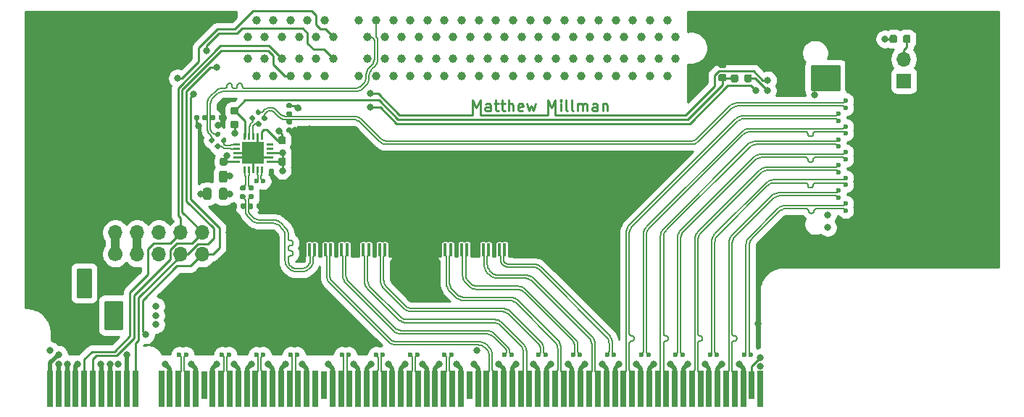
<source format=gbr>
%TF.GenerationSoftware,KiCad,Pcbnew,(5.1.6)-1*%
%TF.CreationDate,2021-07-09T16:03:55+01:00*%
%TF.ProjectId,t9120riser,74393132-3072-4697-9365-722e6b696361,rev?*%
%TF.SameCoordinates,Original*%
%TF.FileFunction,Copper,L1,Top*%
%TF.FilePolarity,Positive*%
%FSLAX46Y46*%
G04 Gerber Fmt 4.6, Leading zero omitted, Abs format (unit mm)*
G04 Created by KiCad (PCBNEW (5.1.6)-1) date 2021-07-09 16:03:55*
%MOMM*%
%LPD*%
G01*
G04 APERTURE LIST*
%TA.AperFunction,NonConductor*%
%ADD10C,0.250000*%
%TD*%
%TA.AperFunction,SMDPad,CuDef*%
%ADD11R,2.500000X2.500000*%
%TD*%
%TA.AperFunction,ComponentPad*%
%ADD12O,1.700000X1.700000*%
%TD*%
%TA.AperFunction,ComponentPad*%
%ADD13C,1.000000*%
%TD*%
%TA.AperFunction,ComponentPad*%
%ADD14C,1.700000*%
%TD*%
%TA.AperFunction,ComponentPad*%
%ADD15R,1.700000X1.700000*%
%TD*%
%TA.AperFunction,SMDPad,CuDef*%
%ADD16R,0.400000X1.500000*%
%TD*%
%TA.AperFunction,SMDPad,CuDef*%
%ADD17R,0.700000X4.200000*%
%TD*%
%TA.AperFunction,SMDPad,CuDef*%
%ADD18R,0.700000X3.200000*%
%TD*%
%TA.AperFunction,ComponentPad*%
%ADD19C,6.000000*%
%TD*%
%TA.AperFunction,ComponentPad*%
%ADD20C,6.500000*%
%TD*%
%TA.AperFunction,ViaPad*%
%ADD21C,0.600000*%
%TD*%
%TA.AperFunction,ViaPad*%
%ADD22C,0.800000*%
%TD*%
%TA.AperFunction,Conductor*%
%ADD23C,0.152400*%
%TD*%
%TA.AperFunction,Conductor*%
%ADD24C,0.500000*%
%TD*%
%TA.AperFunction,Conductor*%
%ADD25C,0.250000*%
%TD*%
%TA.AperFunction,Conductor*%
%ADD26C,1.000000*%
%TD*%
%TA.AperFunction,Conductor*%
%ADD27C,0.254000*%
%TD*%
G04 APERTURE END LIST*
D10*
X136676190Y-105988095D02*
X136676190Y-105121428D01*
X136676190Y-104688095D02*
X136614285Y-104750000D01*
X136676190Y-104811904D01*
X136738095Y-104750000D01*
X136676190Y-104688095D01*
X136676190Y-104811904D01*
X137480952Y-105988095D02*
X137357142Y-105926190D01*
X137295238Y-105802380D01*
X137295238Y-104688095D01*
X138161904Y-105988095D02*
X138038095Y-105926190D01*
X137976190Y-105802380D01*
X137976190Y-104688095D01*
X138657142Y-105988095D02*
X138657142Y-105121428D01*
X138657142Y-105245238D02*
X138719047Y-105183333D01*
X138842857Y-105121428D01*
X139028571Y-105121428D01*
X139152380Y-105183333D01*
X139214285Y-105307142D01*
X139214285Y-105988095D01*
X139214285Y-105307142D02*
X139276190Y-105183333D01*
X139400000Y-105121428D01*
X139585714Y-105121428D01*
X139709523Y-105183333D01*
X139771428Y-105307142D01*
X139771428Y-105988095D01*
X140947619Y-105988095D02*
X140947619Y-105307142D01*
X140885714Y-105183333D01*
X140761904Y-105121428D01*
X140514285Y-105121428D01*
X140390476Y-105183333D01*
X140947619Y-105926190D02*
X140823809Y-105988095D01*
X140514285Y-105988095D01*
X140390476Y-105926190D01*
X140328571Y-105802380D01*
X140328571Y-105678571D01*
X140390476Y-105554761D01*
X140514285Y-105492857D01*
X140823809Y-105492857D01*
X140947619Y-105430952D01*
X141566666Y-105121428D02*
X141566666Y-105988095D01*
X141566666Y-105245238D02*
X141628571Y-105183333D01*
X141752380Y-105121428D01*
X141938095Y-105121428D01*
X142061904Y-105183333D01*
X142123809Y-105307142D01*
X142123809Y-105988095D01*
X128459523Y-105988095D02*
X128459523Y-105307142D01*
X128397619Y-105183333D01*
X128273809Y-105121428D01*
X128026190Y-105121428D01*
X127902380Y-105183333D01*
X128459523Y-105926190D02*
X128335714Y-105988095D01*
X128026190Y-105988095D01*
X127902380Y-105926190D01*
X127840476Y-105802380D01*
X127840476Y-105678571D01*
X127902380Y-105554761D01*
X128026190Y-105492857D01*
X128335714Y-105492857D01*
X128459523Y-105430952D01*
X128892857Y-105121428D02*
X129388095Y-105121428D01*
X129078571Y-104688095D02*
X129078571Y-105802380D01*
X129140476Y-105926190D01*
X129264285Y-105988095D01*
X129388095Y-105988095D01*
X129635714Y-105121428D02*
X130130952Y-105121428D01*
X129821428Y-104688095D02*
X129821428Y-105802380D01*
X129883333Y-105926190D01*
X130007142Y-105988095D01*
X130130952Y-105988095D01*
X130564285Y-105988095D02*
X130564285Y-104688095D01*
X131121428Y-105988095D02*
X131121428Y-105307142D01*
X131059523Y-105183333D01*
X130935714Y-105121428D01*
X130750000Y-105121428D01*
X130626190Y-105183333D01*
X130564285Y-105245238D01*
X132235714Y-105926190D02*
X132111904Y-105988095D01*
X131864285Y-105988095D01*
X131740476Y-105926190D01*
X131678571Y-105802380D01*
X131678571Y-105307142D01*
X131740476Y-105183333D01*
X131864285Y-105121428D01*
X132111904Y-105121428D01*
X132235714Y-105183333D01*
X132297619Y-105307142D01*
X132297619Y-105430952D01*
X131678571Y-105554761D01*
X132730952Y-105121428D02*
X132978571Y-105988095D01*
X133226190Y-105369047D01*
X133473809Y-105988095D01*
X133721428Y-105121428D01*
D11*
%TO.P,U1,21*%
%TO.N,GND*%
X100750000Y-110900000D03*
%TO.P,U1,20*%
%TO.N,/REFCLK_IN_N*%
%TA.AperFunction,SMDPad,CuDef*%
G36*
G01*
X101875000Y-112487500D02*
X101875000Y-113187500D01*
G75*
G02*
X101812500Y-113250000I-62500J0D01*
G01*
X101687500Y-113250000D01*
G75*
G02*
X101625000Y-113187500I0J62500D01*
G01*
X101625000Y-112487500D01*
G75*
G02*
X101687500Y-112425000I62500J0D01*
G01*
X101812500Y-112425000D01*
G75*
G02*
X101875000Y-112487500I0J-62500D01*
G01*
G37*
%TD.AperFunction*%
%TO.P,U1,19*%
%TO.N,/REFCLK_IN_P*%
%TA.AperFunction,SMDPad,CuDef*%
G36*
G01*
X101375000Y-112487500D02*
X101375000Y-113187500D01*
G75*
G02*
X101312500Y-113250000I-62500J0D01*
G01*
X101187500Y-113250000D01*
G75*
G02*
X101125000Y-113187500I0J62500D01*
G01*
X101125000Y-112487500D01*
G75*
G02*
X101187500Y-112425000I62500J0D01*
G01*
X101312500Y-112425000D01*
G75*
G02*
X101375000Y-112487500I0J-62500D01*
G01*
G37*
%TD.AperFunction*%
%TO.P,U1,18*%
%TO.N,GND*%
%TA.AperFunction,SMDPad,CuDef*%
G36*
G01*
X100875000Y-112487500D02*
X100875000Y-113187500D01*
G75*
G02*
X100812500Y-113250000I-62500J0D01*
G01*
X100687500Y-113250000D01*
G75*
G02*
X100625000Y-113187500I0J62500D01*
G01*
X100625000Y-112487500D01*
G75*
G02*
X100687500Y-112425000I62500J0D01*
G01*
X100812500Y-112425000D01*
G75*
G02*
X100875000Y-112487500I0J-62500D01*
G01*
G37*
%TD.AperFunction*%
%TO.P,U1,17*%
%TO.N,/PT_1_N*%
%TA.AperFunction,SMDPad,CuDef*%
G36*
G01*
X100375000Y-112487500D02*
X100375000Y-113187500D01*
G75*
G02*
X100312500Y-113250000I-62500J0D01*
G01*
X100187500Y-113250000D01*
G75*
G02*
X100125000Y-113187500I0J62500D01*
G01*
X100125000Y-112487500D01*
G75*
G02*
X100187500Y-112425000I62500J0D01*
G01*
X100312500Y-112425000D01*
G75*
G02*
X100375000Y-112487500I0J-62500D01*
G01*
G37*
%TD.AperFunction*%
%TO.P,U1,16*%
%TO.N,/PT_1_P*%
%TA.AperFunction,SMDPad,CuDef*%
G36*
G01*
X99875000Y-112487500D02*
X99875000Y-113187500D01*
G75*
G02*
X99812500Y-113250000I-62500J0D01*
G01*
X99687500Y-113250000D01*
G75*
G02*
X99625000Y-113187500I0J62500D01*
G01*
X99625000Y-112487500D01*
G75*
G02*
X99687500Y-112425000I62500J0D01*
G01*
X99812500Y-112425000D01*
G75*
G02*
X99875000Y-112487500I0J-62500D01*
G01*
G37*
%TD.AperFunction*%
%TO.P,U1,15*%
%TO.N,/CLKPWR*%
%TA.AperFunction,SMDPad,CuDef*%
G36*
G01*
X99225000Y-111837500D02*
X99225000Y-111962500D01*
G75*
G02*
X99162500Y-112025000I-62500J0D01*
G01*
X98462500Y-112025000D01*
G75*
G02*
X98400000Y-111962500I0J62500D01*
G01*
X98400000Y-111837500D01*
G75*
G02*
X98462500Y-111775000I62500J0D01*
G01*
X99162500Y-111775000D01*
G75*
G02*
X99225000Y-111837500I0J-62500D01*
G01*
G37*
%TD.AperFunction*%
%TO.P,U1,14*%
%TO.N,GND*%
%TA.AperFunction,SMDPad,CuDef*%
G36*
G01*
X99225000Y-111337500D02*
X99225000Y-111462500D01*
G75*
G02*
X99162500Y-111525000I-62500J0D01*
G01*
X98462500Y-111525000D01*
G75*
G02*
X98400000Y-111462500I0J62500D01*
G01*
X98400000Y-111337500D01*
G75*
G02*
X98462500Y-111275000I62500J0D01*
G01*
X99162500Y-111275000D01*
G75*
G02*
X99225000Y-111337500I0J-62500D01*
G01*
G37*
%TD.AperFunction*%
%TO.P,U1,13*%
%TA.AperFunction,SMDPad,CuDef*%
G36*
G01*
X99225000Y-110837500D02*
X99225000Y-110962500D01*
G75*
G02*
X99162500Y-111025000I-62500J0D01*
G01*
X98462500Y-111025000D01*
G75*
G02*
X98400000Y-110962500I0J62500D01*
G01*
X98400000Y-110837500D01*
G75*
G02*
X98462500Y-110775000I62500J0D01*
G01*
X99162500Y-110775000D01*
G75*
G02*
X99225000Y-110837500I0J-62500D01*
G01*
G37*
%TD.AperFunction*%
%TO.P,U1,12*%
%TO.N,/PT_0_N*%
%TA.AperFunction,SMDPad,CuDef*%
G36*
G01*
X99225000Y-110337500D02*
X99225000Y-110462500D01*
G75*
G02*
X99162500Y-110525000I-62500J0D01*
G01*
X98462500Y-110525000D01*
G75*
G02*
X98400000Y-110462500I0J62500D01*
G01*
X98400000Y-110337500D01*
G75*
G02*
X98462500Y-110275000I62500J0D01*
G01*
X99162500Y-110275000D01*
G75*
G02*
X99225000Y-110337500I0J-62500D01*
G01*
G37*
%TD.AperFunction*%
%TO.P,U1,11*%
%TO.N,/PT_0_P*%
%TA.AperFunction,SMDPad,CuDef*%
G36*
G01*
X99225000Y-109837500D02*
X99225000Y-109962500D01*
G75*
G02*
X99162500Y-110025000I-62500J0D01*
G01*
X98462500Y-110025000D01*
G75*
G02*
X98400000Y-109962500I0J62500D01*
G01*
X98400000Y-109837500D01*
G75*
G02*
X98462500Y-109775000I62500J0D01*
G01*
X99162500Y-109775000D01*
G75*
G02*
X99225000Y-109837500I0J-62500D01*
G01*
G37*
%TD.AperFunction*%
%TO.P,U1,10*%
%TO.N,Net-(R1-Pad2)*%
%TA.AperFunction,SMDPad,CuDef*%
G36*
G01*
X99875000Y-108612500D02*
X99875000Y-109312500D01*
G75*
G02*
X99812500Y-109375000I-62500J0D01*
G01*
X99687500Y-109375000D01*
G75*
G02*
X99625000Y-109312500I0J62500D01*
G01*
X99625000Y-108612500D01*
G75*
G02*
X99687500Y-108550000I62500J0D01*
G01*
X99812500Y-108550000D01*
G75*
G02*
X99875000Y-108612500I0J-62500D01*
G01*
G37*
%TD.AperFunction*%
%TO.P,U1,9*%
%TO.N,/PT_2_N*%
%TA.AperFunction,SMDPad,CuDef*%
G36*
G01*
X100375000Y-108612500D02*
X100375000Y-109312500D01*
G75*
G02*
X100312500Y-109375000I-62500J0D01*
G01*
X100187500Y-109375000D01*
G75*
G02*
X100125000Y-109312500I0J62500D01*
G01*
X100125000Y-108612500D01*
G75*
G02*
X100187500Y-108550000I62500J0D01*
G01*
X100312500Y-108550000D01*
G75*
G02*
X100375000Y-108612500I0J-62500D01*
G01*
G37*
%TD.AperFunction*%
%TO.P,U1,8*%
%TO.N,/PT_2_P*%
%TA.AperFunction,SMDPad,CuDef*%
G36*
G01*
X100875000Y-108612500D02*
X100875000Y-109312500D01*
G75*
G02*
X100812500Y-109375000I-62500J0D01*
G01*
X100687500Y-109375000D01*
G75*
G02*
X100625000Y-109312500I0J62500D01*
G01*
X100625000Y-108612500D01*
G75*
G02*
X100687500Y-108550000I62500J0D01*
G01*
X100812500Y-108550000D01*
G75*
G02*
X100875000Y-108612500I0J-62500D01*
G01*
G37*
%TD.AperFunction*%
%TO.P,U1,7*%
%TO.N,GND*%
%TA.AperFunction,SMDPad,CuDef*%
G36*
G01*
X101375000Y-108612500D02*
X101375000Y-109312500D01*
G75*
G02*
X101312500Y-109375000I-62500J0D01*
G01*
X101187500Y-109375000D01*
G75*
G02*
X101125000Y-109312500I0J62500D01*
G01*
X101125000Y-108612500D01*
G75*
G02*
X101187500Y-108550000I62500J0D01*
G01*
X101312500Y-108550000D01*
G75*
G02*
X101375000Y-108612500I0J-62500D01*
G01*
G37*
%TD.AperFunction*%
%TO.P,U1,6*%
%TO.N,/CLKPWR*%
%TA.AperFunction,SMDPad,CuDef*%
G36*
G01*
X101875000Y-108612500D02*
X101875000Y-109312500D01*
G75*
G02*
X101812500Y-109375000I-62500J0D01*
G01*
X101687500Y-109375000D01*
G75*
G02*
X101625000Y-109312500I0J62500D01*
G01*
X101625000Y-108612500D01*
G75*
G02*
X101687500Y-108550000I62500J0D01*
G01*
X101812500Y-108550000D01*
G75*
G02*
X101875000Y-108612500I0J-62500D01*
G01*
G37*
%TD.AperFunction*%
%TO.P,U1,5*%
%TO.N,Net-(U1-Pad5)*%
%TA.AperFunction,SMDPad,CuDef*%
G36*
G01*
X103100000Y-109837500D02*
X103100000Y-109962500D01*
G75*
G02*
X103037500Y-110025000I-62500J0D01*
G01*
X102337500Y-110025000D01*
G75*
G02*
X102275000Y-109962500I0J62500D01*
G01*
X102275000Y-109837500D01*
G75*
G02*
X102337500Y-109775000I62500J0D01*
G01*
X103037500Y-109775000D01*
G75*
G02*
X103100000Y-109837500I0J-62500D01*
G01*
G37*
%TD.AperFunction*%
%TO.P,U1,4*%
%TO.N,Net-(U1-Pad4)*%
%TA.AperFunction,SMDPad,CuDef*%
G36*
G01*
X103100000Y-110337500D02*
X103100000Y-110462500D01*
G75*
G02*
X103037500Y-110525000I-62500J0D01*
G01*
X102337500Y-110525000D01*
G75*
G02*
X102275000Y-110462500I0J62500D01*
G01*
X102275000Y-110337500D01*
G75*
G02*
X102337500Y-110275000I62500J0D01*
G01*
X103037500Y-110275000D01*
G75*
G02*
X103100000Y-110337500I0J-62500D01*
G01*
G37*
%TD.AperFunction*%
%TO.P,U1,3*%
%TO.N,/CLKPWR*%
%TA.AperFunction,SMDPad,CuDef*%
G36*
G01*
X103100000Y-110837500D02*
X103100000Y-110962500D01*
G75*
G02*
X103037500Y-111025000I-62500J0D01*
G01*
X102337500Y-111025000D01*
G75*
G02*
X102275000Y-110962500I0J62500D01*
G01*
X102275000Y-110837500D01*
G75*
G02*
X102337500Y-110775000I62500J0D01*
G01*
X103037500Y-110775000D01*
G75*
G02*
X103100000Y-110837500I0J-62500D01*
G01*
G37*
%TD.AperFunction*%
%TO.P,U1,2*%
%TO.N,GND*%
%TA.AperFunction,SMDPad,CuDef*%
G36*
G01*
X103100000Y-111337500D02*
X103100000Y-111462500D01*
G75*
G02*
X103037500Y-111525000I-62500J0D01*
G01*
X102337500Y-111525000D01*
G75*
G02*
X102275000Y-111462500I0J62500D01*
G01*
X102275000Y-111337500D01*
G75*
G02*
X102337500Y-111275000I62500J0D01*
G01*
X103037500Y-111275000D01*
G75*
G02*
X103100000Y-111337500I0J-62500D01*
G01*
G37*
%TD.AperFunction*%
%TO.P,U1,1*%
%TO.N,/CLKPWR*%
%TA.AperFunction,SMDPad,CuDef*%
G36*
G01*
X103100000Y-111837500D02*
X103100000Y-111962500D01*
G75*
G02*
X103037500Y-112025000I-62500J0D01*
G01*
X102337500Y-112025000D01*
G75*
G02*
X102275000Y-111962500I0J62500D01*
G01*
X102275000Y-111837500D01*
G75*
G02*
X102337500Y-111775000I62500J0D01*
G01*
X103037500Y-111775000D01*
G75*
G02*
X103100000Y-111837500I0J-62500D01*
G01*
G37*
%TD.AperFunction*%
%TD*%
%TO.P,R2,2*%
%TO.N,GND*%
%TA.AperFunction,SMDPad,CuDef*%
G36*
G01*
X155806250Y-100937500D02*
X155293750Y-100937500D01*
G75*
G02*
X155075000Y-100718750I0J218750D01*
G01*
X155075000Y-100281250D01*
G75*
G02*
X155293750Y-100062500I218750J0D01*
G01*
X155806250Y-100062500D01*
G75*
G02*
X156025000Y-100281250I0J-218750D01*
G01*
X156025000Y-100718750D01*
G75*
G02*
X155806250Y-100937500I-218750J0D01*
G01*
G37*
%TD.AperFunction*%
%TO.P,R2,1*%
%TO.N,Net-(R1-Pad2)*%
%TA.AperFunction,SMDPad,CuDef*%
G36*
G01*
X155806250Y-102512500D02*
X155293750Y-102512500D01*
G75*
G02*
X155075000Y-102293750I0J218750D01*
G01*
X155075000Y-101856250D01*
G75*
G02*
X155293750Y-101637500I218750J0D01*
G01*
X155806250Y-101637500D01*
G75*
G02*
X156025000Y-101856250I0J-218750D01*
G01*
X156025000Y-102293750D01*
G75*
G02*
X155806250Y-102512500I-218750J0D01*
G01*
G37*
%TD.AperFunction*%
%TD*%
%TO.P,R14,2*%
%TO.N,/PT_0_P*%
%TA.AperFunction,SMDPad,CuDef*%
G36*
G01*
X96955322Y-109299273D02*
X97199274Y-109055322D01*
G75*
G02*
X97407870Y-109055322I104298J-104298D01*
G01*
X97616466Y-109263918D01*
G75*
G02*
X97616466Y-109472514I-104298J-104298D01*
G01*
X97372514Y-109716466D01*
G75*
G02*
X97163918Y-109716466I-104298J104298D01*
G01*
X96955322Y-109507870D01*
G75*
G02*
X96955322Y-109299274I104298J104298D01*
G01*
G37*
%TD.AperFunction*%
%TO.P,R14,1*%
%TO.N,/REFCLK_0_P*%
%TA.AperFunction,SMDPad,CuDef*%
G36*
G01*
X96269428Y-108613379D02*
X96513380Y-108369428D01*
G75*
G02*
X96721976Y-108369428I104298J-104298D01*
G01*
X96930572Y-108578024D01*
G75*
G02*
X96930572Y-108786620I-104298J-104298D01*
G01*
X96686620Y-109030572D01*
G75*
G02*
X96478024Y-109030572I-104298J104298D01*
G01*
X96269428Y-108821976D01*
G75*
G02*
X96269428Y-108613380I104298J104298D01*
G01*
G37*
%TD.AperFunction*%
%TD*%
%TO.P,R1,2*%
%TO.N,Net-(R1-Pad2)*%
%TA.AperFunction,SMDPad,CuDef*%
G36*
G01*
X98806250Y-106400000D02*
X98293750Y-106400000D01*
G75*
G02*
X98075000Y-106181250I0J218750D01*
G01*
X98075000Y-105743750D01*
G75*
G02*
X98293750Y-105525000I218750J0D01*
G01*
X98806250Y-105525000D01*
G75*
G02*
X99025000Y-105743750I0J-218750D01*
G01*
X99025000Y-106181250D01*
G75*
G02*
X98806250Y-106400000I-218750J0D01*
G01*
G37*
%TD.AperFunction*%
%TO.P,R1,1*%
%TO.N,/CLKPWR*%
%TA.AperFunction,SMDPad,CuDef*%
G36*
G01*
X98806250Y-107975000D02*
X98293750Y-107975000D01*
G75*
G02*
X98075000Y-107756250I0J218750D01*
G01*
X98075000Y-107318750D01*
G75*
G02*
X98293750Y-107100000I218750J0D01*
G01*
X98806250Y-107100000D01*
G75*
G02*
X99025000Y-107318750I0J-218750D01*
G01*
X99025000Y-107756250D01*
G75*
G02*
X98806250Y-107975000I-218750J0D01*
G01*
G37*
%TD.AperFunction*%
%TD*%
%TO.P,R16,2*%
%TO.N,/PT_2_P*%
%TA.AperFunction,SMDPad,CuDef*%
G36*
G01*
X101443674Y-107162375D02*
X101687625Y-107406327D01*
G75*
G02*
X101687625Y-107614923I-104298J-104298D01*
G01*
X101479029Y-107823519D01*
G75*
G02*
X101270433Y-107823519I-104298J104298D01*
G01*
X101026481Y-107579567D01*
G75*
G02*
X101026481Y-107370971I104298J104298D01*
G01*
X101235077Y-107162375D01*
G75*
G02*
X101443673Y-107162375I104298J-104298D01*
G01*
G37*
%TD.AperFunction*%
%TO.P,R16,1*%
%TO.N,/REFCLK_2_P*%
%TA.AperFunction,SMDPad,CuDef*%
G36*
G01*
X102129568Y-106476481D02*
X102373519Y-106720433D01*
G75*
G02*
X102373519Y-106929029I-104298J-104298D01*
G01*
X102164923Y-107137625D01*
G75*
G02*
X101956327Y-107137625I-104298J104298D01*
G01*
X101712375Y-106893673D01*
G75*
G02*
X101712375Y-106685077I104298J104298D01*
G01*
X101920971Y-106476481D01*
G75*
G02*
X102129567Y-106476481I104298J-104298D01*
G01*
G37*
%TD.AperFunction*%
%TD*%
%TO.P,R15,2*%
%TO.N,/PT_2_N*%
%TA.AperFunction,SMDPad,CuDef*%
G36*
G01*
X100736621Y-106469428D02*
X100980572Y-106713380D01*
G75*
G02*
X100980572Y-106921976I-104298J-104298D01*
G01*
X100771976Y-107130572D01*
G75*
G02*
X100563380Y-107130572I-104298J104298D01*
G01*
X100319428Y-106886620D01*
G75*
G02*
X100319428Y-106678024I104298J104298D01*
G01*
X100528024Y-106469428D01*
G75*
G02*
X100736620Y-106469428I104298J-104298D01*
G01*
G37*
%TD.AperFunction*%
%TO.P,R15,1*%
%TO.N,/REFCLK_2_N*%
%TA.AperFunction,SMDPad,CuDef*%
G36*
G01*
X101422515Y-105783534D02*
X101666466Y-106027486D01*
G75*
G02*
X101666466Y-106236082I-104298J-104298D01*
G01*
X101457870Y-106444678D01*
G75*
G02*
X101249274Y-106444678I-104298J104298D01*
G01*
X101005322Y-106200726D01*
G75*
G02*
X101005322Y-105992130I104298J104298D01*
G01*
X101213918Y-105783534D01*
G75*
G02*
X101422514Y-105783534I104298J-104298D01*
G01*
G37*
%TD.AperFunction*%
%TD*%
%TO.P,R10,2*%
%TO.N,GND*%
%TA.AperFunction,SMDPad,CuDef*%
G36*
G01*
X104777500Y-107925000D02*
X105122500Y-107925000D01*
G75*
G02*
X105270000Y-108072500I0J-147500D01*
G01*
X105270000Y-108367500D01*
G75*
G02*
X105122500Y-108515000I-147500J0D01*
G01*
X104777500Y-108515000D01*
G75*
G02*
X104630000Y-108367500I0J147500D01*
G01*
X104630000Y-108072500D01*
G75*
G02*
X104777500Y-107925000I147500J0D01*
G01*
G37*
%TD.AperFunction*%
%TO.P,R10,1*%
%TO.N,/REFCLK_2_P*%
%TA.AperFunction,SMDPad,CuDef*%
G36*
G01*
X104777500Y-106955000D02*
X105122500Y-106955000D01*
G75*
G02*
X105270000Y-107102500I0J-147500D01*
G01*
X105270000Y-107397500D01*
G75*
G02*
X105122500Y-107545000I-147500J0D01*
G01*
X104777500Y-107545000D01*
G75*
G02*
X104630000Y-107397500I0J147500D01*
G01*
X104630000Y-107102500D01*
G75*
G02*
X104777500Y-106955000I147500J0D01*
G01*
G37*
%TD.AperFunction*%
%TD*%
%TO.P,R13,1*%
%TO.N,/REFCLK_0_N*%
%TA.AperFunction,SMDPad,CuDef*%
G36*
G01*
X95569428Y-109313379D02*
X95813380Y-109069428D01*
G75*
G02*
X96021976Y-109069428I104298J-104298D01*
G01*
X96230572Y-109278024D01*
G75*
G02*
X96230572Y-109486620I-104298J-104298D01*
G01*
X95986620Y-109730572D01*
G75*
G02*
X95778024Y-109730572I-104298J104298D01*
G01*
X95569428Y-109521976D01*
G75*
G02*
X95569428Y-109313380I104298J104298D01*
G01*
G37*
%TD.AperFunction*%
%TO.P,R13,2*%
%TO.N,/PT_0_N*%
%TA.AperFunction,SMDPad,CuDef*%
G36*
G01*
X96255322Y-109999273D02*
X96499274Y-109755322D01*
G75*
G02*
X96707870Y-109755322I104298J-104298D01*
G01*
X96916466Y-109963918D01*
G75*
G02*
X96916466Y-110172514I-104298J-104298D01*
G01*
X96672514Y-110416466D01*
G75*
G02*
X96463918Y-110416466I-104298J104298D01*
G01*
X96255322Y-110207870D01*
G75*
G02*
X96255322Y-109999274I104298J104298D01*
G01*
G37*
%TD.AperFunction*%
%TD*%
%TO.P,R12,2*%
%TO.N,/PT_1_P*%
%TA.AperFunction,SMDPad,CuDef*%
G36*
G01*
X99672500Y-115295000D02*
X99327500Y-115295000D01*
G75*
G02*
X99180000Y-115147500I0J147500D01*
G01*
X99180000Y-114852500D01*
G75*
G02*
X99327500Y-114705000I147500J0D01*
G01*
X99672500Y-114705000D01*
G75*
G02*
X99820000Y-114852500I0J-147500D01*
G01*
X99820000Y-115147500D01*
G75*
G02*
X99672500Y-115295000I-147500J0D01*
G01*
G37*
%TD.AperFunction*%
%TO.P,R12,1*%
%TO.N,/REFCLK_1_P*%
%TA.AperFunction,SMDPad,CuDef*%
G36*
G01*
X99672500Y-116265000D02*
X99327500Y-116265000D01*
G75*
G02*
X99180000Y-116117500I0J147500D01*
G01*
X99180000Y-115822500D01*
G75*
G02*
X99327500Y-115675000I147500J0D01*
G01*
X99672500Y-115675000D01*
G75*
G02*
X99820000Y-115822500I0J-147500D01*
G01*
X99820000Y-116117500D01*
G75*
G02*
X99672500Y-116265000I-147500J0D01*
G01*
G37*
%TD.AperFunction*%
%TD*%
%TO.P,R11,2*%
%TO.N,/PT_1_N*%
%TA.AperFunction,SMDPad,CuDef*%
G36*
G01*
X100672500Y-115295000D02*
X100327500Y-115295000D01*
G75*
G02*
X100180000Y-115147500I0J147500D01*
G01*
X100180000Y-114852500D01*
G75*
G02*
X100327500Y-114705000I147500J0D01*
G01*
X100672500Y-114705000D01*
G75*
G02*
X100820000Y-114852500I0J-147500D01*
G01*
X100820000Y-115147500D01*
G75*
G02*
X100672500Y-115295000I-147500J0D01*
G01*
G37*
%TD.AperFunction*%
%TO.P,R11,1*%
%TO.N,/REFCLK_1_N*%
%TA.AperFunction,SMDPad,CuDef*%
G36*
G01*
X100672500Y-116265000D02*
X100327500Y-116265000D01*
G75*
G02*
X100180000Y-116117500I0J147500D01*
G01*
X100180000Y-115822500D01*
G75*
G02*
X100327500Y-115675000I147500J0D01*
G01*
X100672500Y-115675000D01*
G75*
G02*
X100820000Y-115822500I0J-147500D01*
G01*
X100820000Y-116117500D01*
G75*
G02*
X100672500Y-116265000I-147500J0D01*
G01*
G37*
%TD.AperFunction*%
%TD*%
%TO.P,R9,2*%
%TO.N,GND*%
%TA.AperFunction,SMDPad,CuDef*%
G36*
G01*
X105122500Y-105645000D02*
X104777500Y-105645000D01*
G75*
G02*
X104630000Y-105497500I0J147500D01*
G01*
X104630000Y-105202500D01*
G75*
G02*
X104777500Y-105055000I147500J0D01*
G01*
X105122500Y-105055000D01*
G75*
G02*
X105270000Y-105202500I0J-147500D01*
G01*
X105270000Y-105497500D01*
G75*
G02*
X105122500Y-105645000I-147500J0D01*
G01*
G37*
%TD.AperFunction*%
%TO.P,R9,1*%
%TO.N,/REFCLK_2_N*%
%TA.AperFunction,SMDPad,CuDef*%
G36*
G01*
X105122500Y-106615000D02*
X104777500Y-106615000D01*
G75*
G02*
X104630000Y-106467500I0J147500D01*
G01*
X104630000Y-106172500D01*
G75*
G02*
X104777500Y-106025000I147500J0D01*
G01*
X105122500Y-106025000D01*
G75*
G02*
X105270000Y-106172500I0J-147500D01*
G01*
X105270000Y-106467500D01*
G75*
G02*
X105122500Y-106615000I-147500J0D01*
G01*
G37*
%TD.AperFunction*%
%TD*%
%TO.P,R8,2*%
%TO.N,GND*%
%TA.AperFunction,SMDPad,CuDef*%
G36*
G01*
X96690000Y-106922500D02*
X96690000Y-106577500D01*
G75*
G02*
X96837500Y-106430000I147500J0D01*
G01*
X97132500Y-106430000D01*
G75*
G02*
X97280000Y-106577500I0J-147500D01*
G01*
X97280000Y-106922500D01*
G75*
G02*
X97132500Y-107070000I-147500J0D01*
G01*
X96837500Y-107070000D01*
G75*
G02*
X96690000Y-106922500I0J147500D01*
G01*
G37*
%TD.AperFunction*%
%TO.P,R8,1*%
%TO.N,/REFCLK_0_P*%
%TA.AperFunction,SMDPad,CuDef*%
G36*
G01*
X95720000Y-106922500D02*
X95720000Y-106577500D01*
G75*
G02*
X95867500Y-106430000I147500J0D01*
G01*
X96162500Y-106430000D01*
G75*
G02*
X96310000Y-106577500I0J-147500D01*
G01*
X96310000Y-106922500D01*
G75*
G02*
X96162500Y-107070000I-147500J0D01*
G01*
X95867500Y-107070000D01*
G75*
G02*
X95720000Y-106922500I0J147500D01*
G01*
G37*
%TD.AperFunction*%
%TD*%
%TO.P,R7,2*%
%TO.N,GND*%
%TA.AperFunction,SMDPad,CuDef*%
G36*
G01*
X94410000Y-106577500D02*
X94410000Y-106922500D01*
G75*
G02*
X94262500Y-107070000I-147500J0D01*
G01*
X93967500Y-107070000D01*
G75*
G02*
X93820000Y-106922500I0J147500D01*
G01*
X93820000Y-106577500D01*
G75*
G02*
X93967500Y-106430000I147500J0D01*
G01*
X94262500Y-106430000D01*
G75*
G02*
X94410000Y-106577500I0J-147500D01*
G01*
G37*
%TD.AperFunction*%
%TO.P,R7,1*%
%TO.N,/REFCLK_0_N*%
%TA.AperFunction,SMDPad,CuDef*%
G36*
G01*
X95380000Y-106577500D02*
X95380000Y-106922500D01*
G75*
G02*
X95232500Y-107070000I-147500J0D01*
G01*
X94937500Y-107070000D01*
G75*
G02*
X94790000Y-106922500I0J147500D01*
G01*
X94790000Y-106577500D01*
G75*
G02*
X94937500Y-106430000I147500J0D01*
G01*
X95232500Y-106430000D01*
G75*
G02*
X95380000Y-106577500I0J-147500D01*
G01*
G37*
%TD.AperFunction*%
%TD*%
%TO.P,R6,2*%
%TO.N,GND*%
%TA.AperFunction,SMDPad,CuDef*%
G36*
G01*
X98875000Y-116927500D02*
X98875000Y-117272500D01*
G75*
G02*
X98727500Y-117420000I-147500J0D01*
G01*
X98432500Y-117420000D01*
G75*
G02*
X98285000Y-117272500I0J147500D01*
G01*
X98285000Y-116927500D01*
G75*
G02*
X98432500Y-116780000I147500J0D01*
G01*
X98727500Y-116780000D01*
G75*
G02*
X98875000Y-116927500I0J-147500D01*
G01*
G37*
%TD.AperFunction*%
%TO.P,R6,1*%
%TO.N,/REFCLK_1_P*%
%TA.AperFunction,SMDPad,CuDef*%
G36*
G01*
X99845000Y-116927500D02*
X99845000Y-117272500D01*
G75*
G02*
X99697500Y-117420000I-147500J0D01*
G01*
X99402500Y-117420000D01*
G75*
G02*
X99255000Y-117272500I0J147500D01*
G01*
X99255000Y-116927500D01*
G75*
G02*
X99402500Y-116780000I147500J0D01*
G01*
X99697500Y-116780000D01*
G75*
G02*
X99845000Y-116927500I0J-147500D01*
G01*
G37*
%TD.AperFunction*%
%TD*%
%TO.P,R5,2*%
%TO.N,GND*%
%TA.AperFunction,SMDPad,CuDef*%
G36*
G01*
X101125000Y-117272500D02*
X101125000Y-116927500D01*
G75*
G02*
X101272500Y-116780000I147500J0D01*
G01*
X101567500Y-116780000D01*
G75*
G02*
X101715000Y-116927500I0J-147500D01*
G01*
X101715000Y-117272500D01*
G75*
G02*
X101567500Y-117420000I-147500J0D01*
G01*
X101272500Y-117420000D01*
G75*
G02*
X101125000Y-117272500I0J147500D01*
G01*
G37*
%TD.AperFunction*%
%TO.P,R5,1*%
%TO.N,/REFCLK_1_N*%
%TA.AperFunction,SMDPad,CuDef*%
G36*
G01*
X100155000Y-117272500D02*
X100155000Y-116927500D01*
G75*
G02*
X100302500Y-116780000I147500J0D01*
G01*
X100597500Y-116780000D01*
G75*
G02*
X100745000Y-116927500I0J-147500D01*
G01*
X100745000Y-117272500D01*
G75*
G02*
X100597500Y-117420000I-147500J0D01*
G01*
X100302500Y-117420000D01*
G75*
G02*
X100155000Y-117272500I0J147500D01*
G01*
G37*
%TD.AperFunction*%
%TD*%
D12*
%TO.P,J7,8*%
%TO.N,GND*%
X138650000Y-120200000D03*
%TO.P,J7,7*%
X141190000Y-120200000D03*
%TO.P,J7,6*%
X138650000Y-122740000D03*
%TO.P,J7,5*%
X141190000Y-122740000D03*
%TO.P,J7,4*%
X138650000Y-125280000D03*
%TO.P,J7,3*%
X141190000Y-125280000D03*
%TO.P,J7,1*%
X141190000Y-127820000D03*
%TD*%
D13*
%TO.P,J2,A49*%
%TO.N,GND*%
X150100000Y-97350000D03*
%TO.P,J2,B49*%
X150100000Y-99850000D03*
%TO.P,J2,A48*%
%TO.N,/X8_PER7_N*%
X149100000Y-95350000D03*
%TO.P,J2,B48*%
%TO.N,Net-(J2-PadB48)*%
X149100000Y-101850000D03*
%TO.P,J2,A47*%
%TO.N,/X8_PER7_P*%
X148100000Y-97350000D03*
%TO.P,J2,B47*%
%TO.N,GND*%
X148100000Y-99850000D03*
%TO.P,J2,A46*%
X147100000Y-95350000D03*
%TO.P,J2,B46*%
%TO.N,/X8_PET7_N*%
X147100000Y-101850000D03*
%TO.P,J2,A45*%
%TO.N,GND*%
X146100000Y-97350000D03*
%TO.P,J2,B45*%
%TO.N,/X8_PET7_P*%
X146100000Y-99850000D03*
%TO.P,J2,A44*%
%TO.N,/X8_PER6_N*%
X145100000Y-95350000D03*
%TO.P,J2,B44*%
%TO.N,GND*%
X145100000Y-101850000D03*
%TO.P,J2,A43*%
%TO.N,/X8_PER6_P*%
X144100000Y-97350000D03*
%TO.P,J2,B43*%
%TO.N,GND*%
X144100000Y-99850000D03*
%TO.P,J2,A42*%
X143100000Y-95350000D03*
%TO.P,J2,B42*%
%TO.N,/X8_PET6_N*%
X143100000Y-101850000D03*
%TO.P,J2,A41*%
%TO.N,GND*%
X142100000Y-97350000D03*
%TO.P,J2,B41*%
%TO.N,/X8_PET6_P*%
X142100000Y-99850000D03*
%TO.P,J2,A40*%
%TO.N,/X8_PER5_N*%
X141100000Y-95350000D03*
%TO.P,J2,B40*%
%TO.N,GND*%
X141100000Y-101850000D03*
%TO.P,J2,A39*%
%TO.N,/X8_PER5_P*%
X140100000Y-97350000D03*
%TO.P,J2,B39*%
%TO.N,GND*%
X140100000Y-99850000D03*
%TO.P,J2,A38*%
X139100000Y-95350000D03*
%TO.P,J2,B38*%
%TO.N,/X8_PET5_N*%
X139100000Y-101850000D03*
%TO.P,J2,A37*%
%TO.N,GND*%
X138100000Y-97350000D03*
%TO.P,J2,B37*%
%TO.N,/X8_PET5_P*%
X138100000Y-99850000D03*
%TO.P,J2,A36*%
%TO.N,/X8_PER4_N*%
X137100000Y-95350000D03*
%TO.P,J2,B36*%
%TO.N,GND*%
X137100000Y-101850000D03*
%TO.P,J2,A35*%
%TO.N,/X8_PER4_P*%
X136100000Y-97350000D03*
%TO.P,J2,B35*%
%TO.N,GND*%
X136100000Y-99850000D03*
%TO.P,J2,A34*%
X135100000Y-95350000D03*
%TO.P,J2,B34*%
%TO.N,/X8_PET4_N*%
X135100000Y-101850000D03*
%TO.P,J2,A33*%
%TO.N,Net-(J2-PadA33)*%
X134100000Y-97350000D03*
%TO.P,J2,B33*%
%TO.N,/X8_PET4_P*%
X134100000Y-99850000D03*
%TO.P,J2,A32*%
%TO.N,Net-(J2-PadA32)*%
X133100000Y-95350000D03*
%TO.P,J2,B32*%
%TO.N,GND*%
X133100000Y-101850000D03*
%TO.P,J2,A31*%
X132100000Y-97350000D03*
%TO.P,J2,B31*%
%TO.N,Net-(J2-PadB31)*%
X132100000Y-99850000D03*
%TO.P,J2,A30*%
%TO.N,/X8_PER3_N*%
X131100000Y-95350000D03*
%TO.P,J2,B30*%
%TO.N,Net-(J2-PadB30)*%
X131100000Y-101850000D03*
%TO.P,J2,A29*%
%TO.N,/X8_PER3_P*%
X130100000Y-97350000D03*
%TO.P,J2,B29*%
%TO.N,GND*%
X130100000Y-99850000D03*
%TO.P,J2,A28*%
X129100000Y-95350000D03*
%TO.P,J2,B28*%
%TO.N,/X8_PET3_N*%
X129100000Y-101850000D03*
%TO.P,J2,A27*%
%TO.N,GND*%
X128100000Y-97350000D03*
%TO.P,J2,B27*%
%TO.N,/X8_PET3_P*%
X128100000Y-99850000D03*
%TO.P,J2,A26*%
%TO.N,/X8_PER2_N*%
X127100000Y-95350000D03*
%TO.P,J2,B26*%
%TO.N,GND*%
X127100000Y-101850000D03*
%TO.P,J2,A25*%
%TO.N,/X8_PER2_P*%
X126100000Y-97350000D03*
%TO.P,J2,B25*%
%TO.N,GND*%
X126100000Y-99850000D03*
%TO.P,J2,A24*%
X125100000Y-95350000D03*
%TO.P,J2,B24*%
%TO.N,/X8_PET2_N*%
X125100000Y-101850000D03*
%TO.P,J2,A23*%
%TO.N,GND*%
X124100000Y-97350000D03*
%TO.P,J2,B23*%
%TO.N,/X8_PET2_P*%
X124100000Y-99850000D03*
%TO.P,J2,A22*%
%TO.N,/X8_PER1_N*%
X123100000Y-95350000D03*
%TO.P,J2,B22*%
%TO.N,GND*%
X123100000Y-101850000D03*
%TO.P,J2,A21*%
%TO.N,/X8_PER1_P*%
X122100000Y-97350000D03*
%TO.P,J2,B21*%
%TO.N,GND*%
X122100000Y-99850000D03*
%TO.P,J2,A20*%
X121100000Y-95350000D03*
%TO.P,J2,B20*%
%TO.N,/X8_PET1_N*%
X121100000Y-101850000D03*
%TO.P,J2,A19*%
%TO.N,Net-(J2-PadA19)*%
X120100000Y-97350000D03*
%TO.P,J2,B19*%
%TO.N,/X8_PET1_P*%
X120100000Y-99850000D03*
%TO.P,J2,A18*%
%TO.N,GND*%
X119100000Y-95350000D03*
%TO.P,J2,B18*%
X119100000Y-101850000D03*
%TO.P,J2,A17*%
%TO.N,/X8_PER0_N*%
X118100000Y-97350000D03*
%TO.P,J2,B17*%
%TO.N,Net-(J2-PadB17)*%
X118100000Y-99850000D03*
%TO.P,J2,A16*%
%TO.N,/X8_PER0_P*%
X117100000Y-95350000D03*
%TO.P,J2,B16*%
%TO.N,GND*%
X117100000Y-101850000D03*
%TO.P,J2,A15*%
X116100000Y-97350000D03*
%TO.P,J2,B15*%
%TO.N,/X8_PET0_N*%
X116100000Y-99850000D03*
%TO.P,J2,A14*%
%TO.N,/REFCLK_0_P*%
X115100000Y-95350000D03*
%TO.P,J2,B14*%
%TO.N,/X8_PET0_P*%
X115100000Y-101850000D03*
%TO.P,J2,A13*%
%TO.N,/REFCLK_0_N*%
X114100000Y-97350000D03*
%TO.P,J2,B13*%
%TO.N,GND*%
X114100000Y-99850000D03*
%TO.P,J2,A12*%
X113100000Y-95350000D03*
%TO.P,J2,B12*%
%TO.N,Net-(J2-PadB12)*%
X113100000Y-101850000D03*
%TO.P,J2,B11*%
%TO.N,/~WAKE*%
X110100000Y-99850000D03*
%TO.P,J2,B10*%
%TO.N,+3.3VA*%
X109100000Y-101850000D03*
%TO.P,J2,B9*%
%TO.N,Net-(J2-PadB9)*%
X108100000Y-99850000D03*
%TO.P,J2,B8*%
%TO.N,+3V3*%
X107100000Y-101850000D03*
%TO.P,J2,B7*%
%TO.N,GND*%
X106100000Y-99850000D03*
%TO.P,J2,B6*%
%TO.N,/SMDAT*%
X105100000Y-101850000D03*
%TO.P,J2,B5*%
%TO.N,/SMCLK*%
X104100000Y-99850000D03*
%TO.P,J2,B4*%
%TO.N,GND*%
X103100000Y-101850000D03*
%TO.P,J2,B3*%
%TO.N,+12V*%
X102100000Y-99850000D03*
%TO.P,J2,B2*%
X101100000Y-101850000D03*
%TO.P,J2,B1*%
X100100000Y-99850000D03*
%TO.P,J2,A11*%
%TO.N,/~PERST*%
X110100000Y-97350000D03*
%TO.P,J2,A10*%
%TO.N,+3V3*%
X109100000Y-95350000D03*
%TO.P,J2,A9*%
X108100000Y-97350000D03*
%TO.P,J2,A8*%
%TO.N,Net-(J2-PadA8)*%
X107100000Y-95350000D03*
%TO.P,J2,A7*%
%TO.N,Net-(J2-PadA7)*%
X106100000Y-97350000D03*
%TO.P,J2,A6*%
%TO.N,Net-(J2-PadA6)*%
X105100000Y-95350000D03*
%TO.P,J2,A5*%
%TO.N,Net-(J2-PadA5)*%
X104100000Y-97350000D03*
%TO.P,J2,A4*%
%TO.N,GND*%
X103100000Y-95350000D03*
%TO.P,J2,A3*%
%TO.N,+12V*%
X102100000Y-97350000D03*
%TO.P,J2,A2*%
X101100000Y-95350000D03*
%TO.P,J2,A1*%
%TO.N,Net-(J2-PadA1)*%
X100100000Y-97350000D03*
%TD*%
D12*
%TO.P,J6,10*%
%TO.N,/SMDAT*%
X94810000Y-120200000D03*
%TO.P,J6,9*%
%TO.N,/~PERST*%
X94810000Y-122740000D03*
%TO.P,J6,8*%
%TO.N,/SMCLK*%
X92270000Y-120200000D03*
%TO.P,J6,7*%
%TO.N,/~WAKE*%
X92270000Y-122740000D03*
%TO.P,J6,6*%
%TO.N,+3.3VA*%
X89730000Y-120200000D03*
%TO.P,J6,5*%
X89730000Y-122740000D03*
%TO.P,J6,4*%
%TO.N,+3V3*%
X87190000Y-120200000D03*
%TO.P,J6,3*%
X87190000Y-122740000D03*
%TO.P,J6,2*%
%TO.N,+12V*%
X84650000Y-120200000D03*
D14*
%TO.P,J6,1*%
X84650000Y-122740000D03*
%TD*%
%TO.P,R4,2*%
%TO.N,Net-(J3-Pad2)*%
%TA.AperFunction,SMDPad,CuDef*%
G36*
G01*
X176662500Y-97806250D02*
X176662500Y-97293750D01*
G75*
G02*
X176881250Y-97075000I218750J0D01*
G01*
X177318750Y-97075000D01*
G75*
G02*
X177537500Y-97293750I0J-218750D01*
G01*
X177537500Y-97806250D01*
G75*
G02*
X177318750Y-98025000I-218750J0D01*
G01*
X176881250Y-98025000D01*
G75*
G02*
X176662500Y-97806250I0J218750D01*
G01*
G37*
%TD.AperFunction*%
%TO.P,R4,1*%
%TO.N,+3V3*%
%TA.AperFunction,SMDPad,CuDef*%
G36*
G01*
X175087500Y-97806250D02*
X175087500Y-97293750D01*
G75*
G02*
X175306250Y-97075000I218750J0D01*
G01*
X175743750Y-97075000D01*
G75*
G02*
X175962500Y-97293750I0J-218750D01*
G01*
X175962500Y-97806250D01*
G75*
G02*
X175743750Y-98025000I-218750J0D01*
G01*
X175306250Y-98025000D01*
G75*
G02*
X175087500Y-97806250I0J218750D01*
G01*
G37*
%TD.AperFunction*%
%TD*%
D15*
%TO.P,J3,1*%
%TO.N,Net-(J3-Pad1)*%
X176750000Y-102440000D03*
D12*
%TO.P,J3,2*%
%TO.N,Net-(J3-Pad2)*%
X176750000Y-99900000D03*
%TD*%
%TO.P,R3,2*%
%TO.N,Net-(R1-Pad2)*%
%TA.AperFunction,SMDPad,CuDef*%
G36*
G01*
X157412500Y-101893750D02*
X157412500Y-102406250D01*
G75*
G02*
X157193750Y-102625000I-218750J0D01*
G01*
X156756250Y-102625000D01*
G75*
G02*
X156537500Y-102406250I0J218750D01*
G01*
X156537500Y-101893750D01*
G75*
G02*
X156756250Y-101675000I218750J0D01*
G01*
X157193750Y-101675000D01*
G75*
G02*
X157412500Y-101893750I0J-218750D01*
G01*
G37*
%TD.AperFunction*%
%TO.P,R3,1*%
%TO.N,/~CLKREQ_2*%
%TA.AperFunction,SMDPad,CuDef*%
G36*
G01*
X158987500Y-101893750D02*
X158987500Y-102406250D01*
G75*
G02*
X158768750Y-102625000I-218750J0D01*
G01*
X158331250Y-102625000D01*
G75*
G02*
X158112500Y-102406250I0J218750D01*
G01*
X158112500Y-101893750D01*
G75*
G02*
X158331250Y-101675000I218750J0D01*
G01*
X158768750Y-101675000D01*
G75*
G02*
X158987500Y-101893750I0J-218750D01*
G01*
G37*
%TD.AperFunction*%
%TD*%
%TO.P,C7,2*%
%TO.N,GND*%
%TA.AperFunction,SMDPad,CuDef*%
G36*
G01*
X170225000Y-103225000D02*
X170225000Y-101975000D01*
G75*
G02*
X170475000Y-101725000I250000J0D01*
G01*
X171225000Y-101725000D01*
G75*
G02*
X171475000Y-101975000I0J-250000D01*
G01*
X171475000Y-103225000D01*
G75*
G02*
X171225000Y-103475000I-250000J0D01*
G01*
X170475000Y-103475000D01*
G75*
G02*
X170225000Y-103225000I0J250000D01*
G01*
G37*
%TD.AperFunction*%
%TO.P,C7,1*%
%TO.N,+3V3*%
%TA.AperFunction,SMDPad,CuDef*%
G36*
G01*
X167425000Y-103225000D02*
X167425000Y-101975000D01*
G75*
G02*
X167675000Y-101725000I250000J0D01*
G01*
X168425000Y-101725000D01*
G75*
G02*
X168675000Y-101975000I0J-250000D01*
G01*
X168675000Y-103225000D01*
G75*
G02*
X168425000Y-103475000I-250000J0D01*
G01*
X167675000Y-103475000D01*
G75*
G02*
X167425000Y-103225000I0J250000D01*
G01*
G37*
%TD.AperFunction*%
%TD*%
%TO.P,C6,2*%
%TO.N,GND*%
%TA.AperFunction,SMDPad,CuDef*%
G36*
G01*
X83375000Y-127325000D02*
X83375000Y-126075000D01*
G75*
G02*
X83625000Y-125825000I250000J0D01*
G01*
X84375000Y-125825000D01*
G75*
G02*
X84625000Y-126075000I0J-250000D01*
G01*
X84625000Y-127325000D01*
G75*
G02*
X84375000Y-127575000I-250000J0D01*
G01*
X83625000Y-127575000D01*
G75*
G02*
X83375000Y-127325000I0J250000D01*
G01*
G37*
%TD.AperFunction*%
%TO.P,C6,1*%
%TO.N,+12V*%
%TA.AperFunction,SMDPad,CuDef*%
G36*
G01*
X80575000Y-127325000D02*
X80575000Y-126075000D01*
G75*
G02*
X80825000Y-125825000I250000J0D01*
G01*
X81575000Y-125825000D01*
G75*
G02*
X81825000Y-126075000I0J-250000D01*
G01*
X81825000Y-127325000D01*
G75*
G02*
X81575000Y-127575000I-250000J0D01*
G01*
X80825000Y-127575000D01*
G75*
G02*
X80575000Y-127325000I0J250000D01*
G01*
G37*
%TD.AperFunction*%
%TD*%
%TO.P,C2,2*%
%TO.N,GND*%
%TA.AperFunction,SMDPad,CuDef*%
G36*
G01*
X95850000Y-113193750D02*
X95850000Y-114106250D01*
G75*
G02*
X95606250Y-114350000I-243750J0D01*
G01*
X95118750Y-114350000D01*
G75*
G02*
X94875000Y-114106250I0J243750D01*
G01*
X94875000Y-113193750D01*
G75*
G02*
X95118750Y-112950000I243750J0D01*
G01*
X95606250Y-112950000D01*
G75*
G02*
X95850000Y-113193750I0J-243750D01*
G01*
G37*
%TD.AperFunction*%
%TO.P,C2,1*%
%TO.N,/CLKPWR*%
%TA.AperFunction,SMDPad,CuDef*%
G36*
G01*
X97725000Y-113193750D02*
X97725000Y-114106250D01*
G75*
G02*
X97481250Y-114350000I-243750J0D01*
G01*
X96993750Y-114350000D01*
G75*
G02*
X96750000Y-114106250I0J243750D01*
G01*
X96750000Y-113193750D01*
G75*
G02*
X96993750Y-112950000I243750J0D01*
G01*
X97481250Y-112950000D01*
G75*
G02*
X97725000Y-113193750I0J-243750D01*
G01*
G37*
%TD.AperFunction*%
%TD*%
%TO.P,C1,2*%
%TO.N,GND*%
%TA.AperFunction,SMDPad,CuDef*%
G36*
G01*
X81825000Y-129325000D02*
X81825000Y-130575000D01*
G75*
G02*
X81575000Y-130825000I-250000J0D01*
G01*
X80825000Y-130825000D01*
G75*
G02*
X80575000Y-130575000I0J250000D01*
G01*
X80575000Y-129325000D01*
G75*
G02*
X80825000Y-129075000I250000J0D01*
G01*
X81575000Y-129075000D01*
G75*
G02*
X81825000Y-129325000I0J-250000D01*
G01*
G37*
%TD.AperFunction*%
%TO.P,C1,1*%
%TO.N,+3V3*%
%TA.AperFunction,SMDPad,CuDef*%
G36*
G01*
X84625000Y-129325000D02*
X84625000Y-130575000D01*
G75*
G02*
X84375000Y-130825000I-250000J0D01*
G01*
X83625000Y-130825000D01*
G75*
G02*
X83375000Y-130575000I0J250000D01*
G01*
X83375000Y-129325000D01*
G75*
G02*
X83625000Y-129075000I250000J0D01*
G01*
X84375000Y-129075000D01*
G75*
G02*
X84625000Y-129325000I0J-250000D01*
G01*
G37*
%TD.AperFunction*%
%TD*%
%TO.P,FB1,2*%
%TO.N,+3V3*%
%TA.AperFunction,SMDPad,CuDef*%
G36*
G01*
X95850000Y-115193750D02*
X95850000Y-116106250D01*
G75*
G02*
X95606250Y-116350000I-243750J0D01*
G01*
X95118750Y-116350000D01*
G75*
G02*
X94875000Y-116106250I0J243750D01*
G01*
X94875000Y-115193750D01*
G75*
G02*
X95118750Y-114950000I243750J0D01*
G01*
X95606250Y-114950000D01*
G75*
G02*
X95850000Y-115193750I0J-243750D01*
G01*
G37*
%TD.AperFunction*%
%TO.P,FB1,1*%
%TO.N,/CLKPWR*%
%TA.AperFunction,SMDPad,CuDef*%
G36*
G01*
X97725000Y-115193750D02*
X97725000Y-116106250D01*
G75*
G02*
X97481250Y-116350000I-243750J0D01*
G01*
X96993750Y-116350000D01*
G75*
G02*
X96750000Y-116106250I0J243750D01*
G01*
X96750000Y-115193750D01*
G75*
G02*
X96993750Y-114950000I243750J0D01*
G01*
X97481250Y-114950000D01*
G75*
G02*
X97725000Y-115193750I0J-243750D01*
G01*
G37*
%TD.AperFunction*%
%TD*%
%TO.P,C5,2*%
%TO.N,GND*%
%TA.AperFunction,SMDPad,CuDef*%
G36*
G01*
X96150000Y-111643750D02*
X96150000Y-112156250D01*
G75*
G02*
X95931250Y-112375000I-218750J0D01*
G01*
X95493750Y-112375000D01*
G75*
G02*
X95275000Y-112156250I0J218750D01*
G01*
X95275000Y-111643750D01*
G75*
G02*
X95493750Y-111425000I218750J0D01*
G01*
X95931250Y-111425000D01*
G75*
G02*
X96150000Y-111643750I0J-218750D01*
G01*
G37*
%TD.AperFunction*%
%TO.P,C5,1*%
%TO.N,/CLKPWR*%
%TA.AperFunction,SMDPad,CuDef*%
G36*
G01*
X97725000Y-111643750D02*
X97725000Y-112156250D01*
G75*
G02*
X97506250Y-112375000I-218750J0D01*
G01*
X97068750Y-112375000D01*
G75*
G02*
X96850000Y-112156250I0J218750D01*
G01*
X96850000Y-111643750D01*
G75*
G02*
X97068750Y-111425000I218750J0D01*
G01*
X97506250Y-111425000D01*
G75*
G02*
X97725000Y-111643750I0J-218750D01*
G01*
G37*
%TD.AperFunction*%
%TD*%
%TO.P,C3,2*%
%TO.N,GND*%
%TA.AperFunction,SMDPad,CuDef*%
G36*
G01*
X105250000Y-112156250D02*
X105250000Y-111643750D01*
G75*
G02*
X105468750Y-111425000I218750J0D01*
G01*
X105906250Y-111425000D01*
G75*
G02*
X106125000Y-111643750I0J-218750D01*
G01*
X106125000Y-112156250D01*
G75*
G02*
X105906250Y-112375000I-218750J0D01*
G01*
X105468750Y-112375000D01*
G75*
G02*
X105250000Y-112156250I0J218750D01*
G01*
G37*
%TD.AperFunction*%
%TO.P,C3,1*%
%TO.N,/CLKPWR*%
%TA.AperFunction,SMDPad,CuDef*%
G36*
G01*
X103675000Y-112156250D02*
X103675000Y-111643750D01*
G75*
G02*
X103893750Y-111425000I218750J0D01*
G01*
X104331250Y-111425000D01*
G75*
G02*
X104550000Y-111643750I0J-218750D01*
G01*
X104550000Y-112156250D01*
G75*
G02*
X104331250Y-112375000I-218750J0D01*
G01*
X103893750Y-112375000D01*
G75*
G02*
X103675000Y-112156250I0J218750D01*
G01*
G37*
%TD.AperFunction*%
%TD*%
%TO.P,C4,2*%
%TO.N,GND*%
%TA.AperFunction,SMDPad,CuDef*%
G36*
G01*
X105237500Y-109656250D02*
X105237500Y-109143750D01*
G75*
G02*
X105456250Y-108925000I218750J0D01*
G01*
X105893750Y-108925000D01*
G75*
G02*
X106112500Y-109143750I0J-218750D01*
G01*
X106112500Y-109656250D01*
G75*
G02*
X105893750Y-109875000I-218750J0D01*
G01*
X105456250Y-109875000D01*
G75*
G02*
X105237500Y-109656250I0J218750D01*
G01*
G37*
%TD.AperFunction*%
%TO.P,C4,1*%
%TO.N,/CLKPWR*%
%TA.AperFunction,SMDPad,CuDef*%
G36*
G01*
X103662500Y-109656250D02*
X103662500Y-109143750D01*
G75*
G02*
X103881250Y-108925000I218750J0D01*
G01*
X104318750Y-108925000D01*
G75*
G02*
X104537500Y-109143750I0J-218750D01*
G01*
X104537500Y-109656250D01*
G75*
G02*
X104318750Y-109875000I-218750J0D01*
G01*
X103881250Y-109875000D01*
G75*
G02*
X103662500Y-109656250I0J218750D01*
G01*
G37*
%TD.AperFunction*%
%TD*%
D16*
%TO.P,J8,1*%
%TO.N,GND*%
X120650000Y-122200000D03*
%TO.P,J8,2*%
X121281570Y-122200000D03*
%TO.P,J8,3*%
X121913140Y-122200000D03*
%TO.P,J8,4*%
X122544710Y-122200000D03*
%TO.P,J8,5*%
%TO.N,/X4MEZZ_PET2_P*%
X123176280Y-122200000D03*
%TO.P,J8,6*%
%TO.N,/X4MEZZ_PET2_N*%
X123807850Y-122200000D03*
%TO.P,J8,7*%
%TO.N,GND*%
X124439420Y-122200000D03*
%TO.P,J8,8*%
%TO.N,/X4MEZZ_PER2_P*%
X125070990Y-122200000D03*
%TO.P,J8,9*%
%TO.N,/X4MEZZ_PER2_N*%
X125702560Y-122200000D03*
%TO.P,J8,10*%
%TO.N,GND*%
X126334130Y-122200000D03*
%TO.P,J8,11*%
X126965700Y-122200000D03*
%TO.P,J8,12*%
%TO.N,/X4MEZZ_PET3_P*%
X127597270Y-122200000D03*
%TO.P,J8,13*%
%TO.N,/X4MEZZ_PET3_N*%
X128228840Y-122200000D03*
%TO.P,J8,14*%
%TO.N,GND*%
X128860410Y-122200000D03*
%TO.P,J8,15*%
%TO.N,/X4MEZZ_PER3_P*%
X129491980Y-122200000D03*
%TO.P,J8,16*%
%TO.N,/X4MEZZ_PER3_N*%
X130123550Y-122200000D03*
%TO.P,J8,17*%
%TO.N,GND*%
X130755120Y-122200000D03*
%TO.P,J8,18*%
X131386690Y-122200000D03*
%TO.P,J8,19*%
X132018260Y-122200000D03*
%TO.P,J8,20*%
X132649830Y-122200000D03*
%TD*%
%TO.P,J5,1*%
%TO.N,GND*%
X106650000Y-122200000D03*
%TO.P,J5,2*%
%TO.N,/REFCLK_1_N*%
X107281570Y-122200000D03*
%TO.P,J5,3*%
%TO.N,/REFCLK_1_P*%
X107913140Y-122200000D03*
%TO.P,J5,4*%
%TO.N,GND*%
X108544710Y-122200000D03*
%TO.P,J5,5*%
%TO.N,/X4MEZZ_PET0_P*%
X109176280Y-122200000D03*
%TO.P,J5,6*%
%TO.N,/X4MEZZ_PET0_N*%
X109807850Y-122200000D03*
%TO.P,J5,7*%
%TO.N,GND*%
X110439420Y-122200000D03*
%TO.P,J5,8*%
%TO.N,/X4MEZZ_PER0_P*%
X111070990Y-122200000D03*
%TO.P,J5,9*%
%TO.N,/X4MEZZ_PER0_N*%
X111702560Y-122200000D03*
%TO.P,J5,10*%
%TO.N,GND*%
X112334130Y-122200000D03*
%TO.P,J5,11*%
X112965700Y-122200000D03*
%TO.P,J5,12*%
%TO.N,/X4MEZZ_PET1_P*%
X113597270Y-122200000D03*
%TO.P,J5,13*%
%TO.N,/X4MEZZ_PET1_N*%
X114228840Y-122200000D03*
%TO.P,J5,14*%
%TO.N,GND*%
X114860410Y-122200000D03*
%TO.P,J5,15*%
%TO.N,/X4MEZZ_PER1_P*%
X115491980Y-122200000D03*
%TO.P,J5,16*%
%TO.N,/X4MEZZ_PER1_N*%
X116123550Y-122200000D03*
%TO.P,J5,17*%
%TO.N,GND*%
X116755120Y-122200000D03*
%TO.P,J5,18*%
X117386690Y-122200000D03*
%TO.P,J5,19*%
X118018260Y-122200000D03*
%TO.P,J5,20*%
X118649830Y-122200000D03*
%TD*%
D17*
%TO.P,J1,B32*%
%TO.N,GND*%
X110000000Y-138500000D03*
D18*
%TO.P,J1,B31*%
%TO.N,Net-(J1-PadB31)*%
X109000000Y-138000000D03*
D17*
%TO.P,J1,B30*%
%TO.N,Net-(J1-PadB30)*%
X108000000Y-138500000D03*
%TO.P,J1,B29*%
%TO.N,GND*%
X107000000Y-138500000D03*
%TO.P,J1,B28*%
%TO.N,/X8_PET3_N*%
X106000000Y-138500000D03*
%TO.P,J1,B27*%
%TO.N,/X8_PET3_P*%
X105000000Y-138500000D03*
%TO.P,J1,B26*%
%TO.N,GND*%
X104000000Y-138500000D03*
%TO.P,J1,B25*%
X103000000Y-138500000D03*
%TO.P,J1,B24*%
%TO.N,/X8_PET2_N*%
X102000000Y-138500000D03*
%TO.P,J1,B23*%
%TO.N,/X8_PET2_P*%
X101000000Y-138500000D03*
%TO.P,J1,B22*%
%TO.N,GND*%
X100000000Y-138500000D03*
%TO.P,J1,B21*%
X99000000Y-138500000D03*
%TO.P,J1,B20*%
%TO.N,/X8_PET1_N*%
X98000000Y-138500000D03*
%TO.P,J1,B19*%
%TO.N,/X8_PET1_P*%
X97000000Y-138500000D03*
%TO.P,J1,B18*%
%TO.N,GND*%
X96000000Y-138500000D03*
D18*
%TO.P,J1,B17*%
%TO.N,Net-(J1-PadB17)*%
X95000000Y-138000000D03*
D17*
%TO.P,J1,B16*%
%TO.N,GND*%
X94000000Y-138500000D03*
%TO.P,J1,B15*%
%TO.N,/X8_PET0_N*%
X93000000Y-138500000D03*
%TO.P,J1,B14*%
%TO.N,/X8_PET0_P*%
X92000000Y-138500000D03*
%TO.P,J1,B13*%
%TO.N,GND*%
X91000000Y-138500000D03*
%TO.P,J1,B12*%
%TO.N,Net-(J1-PadB12)*%
X90000000Y-138500000D03*
%TO.P,J1,B11*%
%TO.N,/~WAKE*%
X87000000Y-138500000D03*
%TO.P,J1,B10*%
%TO.N,+3.3VA*%
X86000000Y-138500000D03*
%TO.P,J1,B9*%
%TO.N,Net-(J1-PadB9)*%
X85000000Y-138500000D03*
%TO.P,J1,B8*%
%TO.N,+3V3*%
X84000000Y-138500000D03*
%TO.P,J1,B7*%
%TO.N,GND*%
X83000000Y-138500000D03*
%TO.P,J1,B6*%
%TO.N,/SMDAT*%
X82000000Y-138500000D03*
%TO.P,J1,B5*%
%TO.N,/SMCLK*%
X81000000Y-138500000D03*
%TO.P,J1,B4*%
%TO.N,GND*%
X80000000Y-138500000D03*
%TO.P,J1,B3*%
%TO.N,+12V*%
X79000000Y-138500000D03*
%TO.P,J1,B2*%
X78000000Y-138500000D03*
%TO.P,J1,B1*%
X77000000Y-138500000D03*
%TO.P,J1,B33*%
%TO.N,/X8_PET4_P*%
X111000000Y-138500000D03*
%TO.P,J1,B34*%
%TO.N,/X8_PET4_N*%
X112000000Y-138500000D03*
%TO.P,J1,B35*%
%TO.N,GND*%
X113000000Y-138500000D03*
%TO.P,J1,B36*%
X114000000Y-138500000D03*
%TO.P,J1,B37*%
%TO.N,/X8_PET5_P*%
X115000000Y-138500000D03*
%TO.P,J1,B38*%
%TO.N,/X8_PET5_N*%
X116000000Y-138500000D03*
%TO.P,J1,B39*%
%TO.N,GND*%
X117000000Y-138500000D03*
%TO.P,J1,B40*%
X118000000Y-138500000D03*
%TO.P,J1,B41*%
%TO.N,/X8_PET6_P*%
X119000000Y-138500000D03*
%TO.P,J1,B42*%
%TO.N,/X8_PET6_N*%
X120000000Y-138500000D03*
%TO.P,J1,B43*%
%TO.N,GND*%
X121000000Y-138500000D03*
%TO.P,J1,B44*%
X122000000Y-138500000D03*
%TO.P,J1,B45*%
%TO.N,/X8_PET7_P*%
X123000000Y-138500000D03*
%TO.P,J1,B46*%
%TO.N,/X8_PET7_N*%
X124000000Y-138500000D03*
%TO.P,J1,B47*%
%TO.N,GND*%
X125000000Y-138500000D03*
D18*
%TO.P,J1,B48*%
%TO.N,Net-(J1-PadB48)*%
X126000000Y-138000000D03*
D17*
%TO.P,J1,B49*%
%TO.N,GND*%
X127000000Y-138500000D03*
%TO.P,J1,B50*%
%TO.N,/X4MEZZ_PET0_P*%
X128000000Y-138500000D03*
%TO.P,J1,B51*%
%TO.N,/X4MEZZ_PET0_N*%
X129000000Y-138500000D03*
%TO.P,J1,B52*%
%TO.N,GND*%
X130000000Y-138500000D03*
%TO.P,J1,B53*%
X131000000Y-138500000D03*
%TO.P,J1,B54*%
%TO.N,/X4MEZZ_PET1_P*%
X132000000Y-138500000D03*
%TO.P,J1,B55*%
%TO.N,/X4MEZZ_PET1_N*%
X133000000Y-138500000D03*
%TO.P,J1,B56*%
%TO.N,GND*%
X134000000Y-138500000D03*
%TO.P,J1,B57*%
X135000000Y-138500000D03*
%TO.P,J1,B58*%
%TO.N,/X4MEZZ_PET2_P*%
X136000000Y-138500000D03*
%TO.P,J1,B59*%
%TO.N,/X4MEZZ_PET2_N*%
X137000000Y-138500000D03*
%TO.P,J1,B60*%
%TO.N,GND*%
X138000000Y-138500000D03*
%TO.P,J1,B61*%
X139000000Y-138500000D03*
%TO.P,J1,B62*%
%TO.N,/X4MEZZ_PET3_P*%
X140000000Y-138500000D03*
%TO.P,J1,B63*%
%TO.N,/X4MEZZ_PET3_N*%
X141000000Y-138500000D03*
%TO.P,J1,B64*%
%TO.N,GND*%
X142000000Y-138500000D03*
%TO.P,J1,B65*%
X143000000Y-138500000D03*
%TO.P,J1,B66*%
%TO.N,/M2_PET0_P*%
X144000000Y-138500000D03*
%TO.P,J1,B67*%
%TO.N,/M2_PET0_N*%
X145000000Y-138500000D03*
%TO.P,J1,B68*%
%TO.N,GND*%
X146000000Y-138500000D03*
%TO.P,J1,B69*%
X147000000Y-138500000D03*
%TO.P,J1,B70*%
%TO.N,/M2_PET1_P*%
X148000000Y-138500000D03*
%TO.P,J1,B71*%
%TO.N,/M2_PET1_N*%
X149000000Y-138500000D03*
%TO.P,J1,B72*%
%TO.N,GND*%
X150000000Y-138500000D03*
%TO.P,J1,B73*%
X151000000Y-138500000D03*
%TO.P,J1,B74*%
%TO.N,/M2_PET2_P*%
X152000000Y-138500000D03*
%TO.P,J1,B75*%
%TO.N,/M2_PET2_N*%
X153000000Y-138500000D03*
%TO.P,J1,B76*%
%TO.N,GND*%
X154000000Y-138500000D03*
%TO.P,J1,B77*%
X155000000Y-138500000D03*
%TO.P,J1,B78*%
%TO.N,/M2_PET3_P*%
X156000000Y-138500000D03*
%TO.P,J1,B79*%
%TO.N,/M2_PET3_N*%
X157000000Y-138500000D03*
%TO.P,J1,B80*%
%TO.N,GND*%
X158000000Y-138500000D03*
D18*
%TO.P,J1,B81*%
%TO.N,/PRSNT*%
X159000000Y-138000000D03*
D17*
%TO.P,J1,B82*%
%TO.N,Net-(J1-PadB82)*%
X160000000Y-138500000D03*
%TD*%
D19*
%TO.P,REF\u002A\u002A,1*%
%TO.N,GND*%
X88150000Y-109200000D03*
%TD*%
D20*
%TO.P,REF\u002A\u002A,1*%
%TO.N,GND*%
X78300000Y-119500000D03*
%TD*%
%TO.P,REF\u002A\u002A,1*%
%TO.N,GND*%
X78300000Y-98350000D03*
%TD*%
D21*
%TO.N,/M2_PET3_P*%
X169150000Y-115298400D03*
%TO.N,/M2_PET3_N*%
X169150000Y-116101600D03*
%TO.N,/M2_PER3_P*%
X158098400Y-134450000D03*
X169950000Y-116798400D03*
%TO.N,/M2_PER3_N*%
X158901600Y-134450000D03*
X169950000Y-117601600D03*
%TO.N,/M2_PET0_P*%
X169150000Y-106298400D03*
%TO.N,/M2_PET0_N*%
X169150000Y-107101600D03*
%TO.N,/M2_PET1_P*%
X169150000Y-109298400D03*
%TO.N,/M2_PET1_N*%
X169150000Y-110101600D03*
%TO.N,/M2_PET2_P*%
X169150000Y-112298400D03*
%TO.N,/M2_PET2_N*%
X169150000Y-113101600D03*
%TO.N,/M2_PER0_P*%
X146098400Y-134450000D03*
X169950000Y-107798400D03*
%TO.N,/M2_PER0_N*%
X146901600Y-134450000D03*
X169950000Y-108601600D03*
%TO.N,/M2_PER1_P*%
X150098400Y-134450000D03*
X169950000Y-110798400D03*
%TO.N,/M2_PER1_N*%
X150901600Y-134450000D03*
X169950000Y-111601600D03*
%TO.N,/M2_PER2_P*%
X154098400Y-134450000D03*
X169950000Y-113798400D03*
%TO.N,/M2_PER2_N*%
X154901600Y-134450000D03*
X169950000Y-114601600D03*
D22*
%TO.N,GND*%
X157500000Y-135550000D03*
X155500000Y-135550000D03*
X153500000Y-135550000D03*
X151500000Y-135550000D03*
X149500000Y-135550000D03*
X147500000Y-135550000D03*
X145500000Y-135550000D03*
X143500000Y-135550000D03*
X141500000Y-135550000D03*
X139500000Y-135550000D03*
X137500000Y-135550000D03*
X135500000Y-135550000D03*
X93500000Y-135550000D03*
X96500000Y-135550000D03*
X98500000Y-135550000D03*
X100500000Y-135550000D03*
X102500000Y-135550000D03*
X104500000Y-135550000D03*
X106500000Y-135550000D03*
X109500000Y-135550000D03*
X112500000Y-135550000D03*
X114500000Y-135550000D03*
X116500000Y-135550000D03*
X118500000Y-135550000D03*
X120500000Y-135550000D03*
X122500000Y-135550000D03*
X124500000Y-135550000D03*
X173250000Y-98700000D03*
X173250000Y-100950000D03*
X173250000Y-104450000D03*
X173250000Y-105950000D03*
X173250000Y-107450000D03*
X173250000Y-108950000D03*
X173250000Y-110450000D03*
X173250000Y-111950000D03*
X173250000Y-113450000D03*
X173250000Y-114950000D03*
X173250000Y-116450000D03*
X173250000Y-117950000D03*
X173250000Y-119950000D03*
D21*
X101375000Y-110275000D03*
X101375000Y-111525000D03*
X100125000Y-110275000D03*
D22*
X105650000Y-110900000D03*
X95850000Y-112750000D03*
X77850011Y-126099989D03*
X87350000Y-115600000D03*
X187350000Y-119600000D03*
X187350000Y-123600000D03*
X182850000Y-123600000D03*
X177350000Y-123600000D03*
X171850000Y-123600000D03*
X166350000Y-123600000D03*
X187350000Y-115100000D03*
X187350000Y-110100000D03*
X187350000Y-105100000D03*
X187350000Y-100100000D03*
X187350000Y-95100000D03*
X182850000Y-95100000D03*
X177350000Y-95100000D03*
X171850000Y-95100000D03*
X166350000Y-95100000D03*
X160850000Y-95100000D03*
X155350000Y-95100000D03*
X74850000Y-95100000D03*
X80350000Y-95100000D03*
X85850000Y-95100000D03*
X90850000Y-95100000D03*
X96350000Y-95100000D03*
X92850000Y-98600000D03*
X74850000Y-100600000D03*
X74850000Y-106100000D03*
X74850000Y-111600000D03*
X74850000Y-128600000D03*
X90350000Y-103600000D03*
X90350000Y-106100000D03*
X90350000Y-101100000D03*
X143350000Y-118100000D03*
X145350000Y-116100000D03*
X147350000Y-114100000D03*
X149350000Y-112100000D03*
X109500000Y-132300000D03*
X92550000Y-125300000D03*
X133500000Y-135550000D03*
X131450000Y-135550000D03*
X129450000Y-135550000D03*
X126500000Y-135550000D03*
X78350000Y-100850000D03*
X80850000Y-98350000D03*
X80850000Y-119500000D03*
X75800000Y-119500000D03*
X78300000Y-122050000D03*
X78300000Y-117000000D03*
X80050000Y-121250000D03*
X78350000Y-95800000D03*
X82900000Y-135550000D03*
X80200000Y-135550000D03*
X81450000Y-132800000D03*
X90625000Y-112325000D03*
X90550000Y-127300000D03*
X80100000Y-96550000D03*
X80050000Y-100100000D03*
X76550000Y-100100000D03*
X75800000Y-98350000D03*
X76500000Y-96550000D03*
X80050000Y-117750000D03*
X76550000Y-117700000D03*
X76550000Y-121250000D03*
X126850000Y-134004000D03*
X147900000Y-111149964D03*
X150300008Y-111149992D03*
X111350000Y-109000000D03*
X107350000Y-108050000D03*
X105650000Y-108250000D03*
X102600000Y-115800000D03*
X94350000Y-107700000D03*
D21*
X100125000Y-111525000D03*
D22*
X99149990Y-119000000D03*
X97950000Y-120200000D03*
X105950000Y-105650000D03*
X90486828Y-135563172D03*
X160000000Y-135822178D03*
X159750000Y-130800000D03*
X96650000Y-107649996D03*
X153350000Y-102600038D03*
X151850000Y-104100000D03*
X152350000Y-95100000D03*
X84350000Y-125100000D03*
X107850000Y-111100000D03*
D21*
%TO.N,/REFCLK_IN_N*%
X101901600Y-114200000D03*
%TO.N,/REFCLK_IN_P*%
X101098400Y-114200000D03*
D22*
%TO.N,+3V3*%
X85000000Y-135550000D03*
X84000000Y-135550000D03*
X84000000Y-129900000D03*
X84000000Y-130950000D03*
X84000000Y-128800000D03*
X89350000Y-128800000D03*
X89350000Y-129900000D03*
X89350000Y-130950000D03*
X166350000Y-101100000D03*
X166350000Y-102600000D03*
X166350000Y-104100000D03*
X167850000Y-118100000D03*
X167850000Y-119600000D03*
X174550000Y-97550000D03*
X94600000Y-115650000D03*
%TO.N,+12V*%
X79000000Y-135550000D03*
X78000000Y-135550000D03*
X80850000Y-125100000D03*
X80850000Y-127100000D03*
X78000000Y-134450000D03*
D21*
%TO.N,/X8_PET3_N*%
X105901600Y-134450000D03*
%TO.N,/X8_PET3_P*%
X105098400Y-134450000D03*
%TO.N,/X8_PET2_N*%
X101901600Y-134450000D03*
%TO.N,/X8_PET2_P*%
X101098400Y-134450000D03*
%TO.N,/X8_PET1_N*%
X97901600Y-134450000D03*
%TO.N,/X8_PET1_P*%
X97098400Y-134450000D03*
%TO.N,/X8_PET0_N*%
X92901600Y-134450000D03*
%TO.N,/X8_PET0_P*%
X92098400Y-134450000D03*
D22*
%TO.N,+3.3VA*%
X86000000Y-134450000D03*
D21*
%TO.N,/X8_PET4_P*%
X111098400Y-134450000D03*
%TO.N,/X8_PET4_N*%
X111901600Y-134450000D03*
%TO.N,/X8_PET5_P*%
X115098400Y-134450000D03*
%TO.N,/X8_PET5_N*%
X115901600Y-134450000D03*
%TO.N,/X8_PET6_P*%
X119098400Y-134450000D03*
%TO.N,/X8_PET6_N*%
X119901600Y-134450000D03*
%TO.N,/X8_PET7_P*%
X123098400Y-134450000D03*
%TO.N,/X8_PET7_N*%
X123901600Y-134450000D03*
D22*
%TO.N,/~CLKREQ_2*%
X160817086Y-103595504D03*
D21*
%TO.N,/REFCLK_2_N*%
X169950000Y-104798400D03*
%TO.N,/REFCLK_2_P*%
X169950000Y-105601600D03*
D22*
%TO.N,/PRSNT*%
X77000000Y-133950000D03*
X160000000Y-134800000D03*
%TO.N,/~WAKE*%
X160850000Y-102350000D03*
X96500000Y-100850000D03*
X95250000Y-98900000D03*
X114450000Y-103950000D03*
D21*
%TO.N,/X4MEZZ_PER0_P*%
X130098400Y-134450000D03*
%TO.N,/X4MEZZ_PER0_N*%
X130901600Y-134450000D03*
%TO.N,/X4MEZZ_PER1_P*%
X134098400Y-134450000D03*
%TO.N,/X4MEZZ_PER1_N*%
X134901600Y-134450000D03*
%TO.N,/X4MEZZ_PER2_P*%
X138098400Y-134450000D03*
%TO.N,/X4MEZZ_PER2_N*%
X138901600Y-134450000D03*
%TO.N,/X4MEZZ_PER3_P*%
X142098400Y-134450000D03*
%TO.N,/X4MEZZ_PER3_N*%
X142901600Y-134450000D03*
D22*
%TO.N,/CLKPWR*%
X104150000Y-110900000D03*
X104150000Y-112949990D03*
X103774998Y-108325002D03*
X97700000Y-111200000D03*
X97999974Y-113600000D03*
X98000000Y-115650000D03*
X98550000Y-108600000D03*
%TO.N,/~PERST*%
X91900006Y-102150000D03*
X159500000Y-103600004D03*
X93750004Y-104000000D03*
X88200000Y-132150000D03*
X114450000Y-105525010D03*
%TD*%
D23*
%TO.N,/M2_PET3_P*%
X156673411Y-120525138D02*
X156588611Y-120628467D01*
X156269989Y-136435420D02*
X156244513Y-136483081D01*
X168964598Y-115468238D02*
X168931492Y-115485934D01*
X156005296Y-136897025D02*
X156000000Y-136950808D01*
X161657498Y-115651335D02*
X161539611Y-115714347D01*
X156077683Y-136694715D02*
X156052208Y-136742375D01*
X156141991Y-136608005D02*
X156107708Y-136649780D01*
X161428467Y-115788611D02*
X161325138Y-115873411D01*
X169024826Y-115423571D02*
X168995809Y-115447384D01*
X156400182Y-120980995D02*
X156361379Y-121108910D01*
X156335302Y-121240013D02*
X156322200Y-121373041D01*
X156214489Y-136528016D02*
X156180205Y-136569791D01*
X156031527Y-136792305D02*
X156015839Y-136844021D01*
X156306359Y-136333775D02*
X156290671Y-136385491D01*
X156322200Y-136226990D02*
X156316902Y-136280772D01*
X161908910Y-115561379D02*
X161780995Y-115600182D01*
X168896812Y-115500299D02*
X168860891Y-115511196D01*
X156514347Y-120739611D02*
X156451335Y-120857498D01*
X162173041Y-115522200D02*
X162040013Y-115535302D01*
X168824075Y-115518520D02*
X168786718Y-115522200D01*
X161539611Y-115714347D02*
X161428467Y-115788611D01*
X156077683Y-136694715D02*
X156107708Y-136649780D01*
X161908910Y-115561379D02*
X162040013Y-115535302D01*
X156306359Y-136333775D02*
X156316902Y-136280772D01*
X156244513Y-136483081D02*
X156214489Y-136528016D01*
X156588611Y-120628467D02*
X156514347Y-120739611D01*
X156005296Y-136897025D02*
X156015839Y-136844021D01*
X156361379Y-121108910D02*
X156335302Y-121240013D01*
X168964598Y-115468238D02*
X168995809Y-115447384D01*
X168860891Y-115511196D02*
X168824075Y-115518520D01*
X156269989Y-136435420D02*
X156290671Y-136385491D01*
X156400182Y-120980995D02*
X156451335Y-120857498D01*
X168931492Y-115485934D02*
X168896812Y-115500299D01*
X161657498Y-115651335D02*
X161780995Y-115600182D01*
X156052208Y-136742375D02*
X156031527Y-136792305D01*
X169024826Y-115423571D02*
X169150000Y-115298400D01*
X162173041Y-115522200D02*
X168786718Y-115522200D01*
X156000000Y-136950808D02*
X156000000Y-138500000D01*
X156141991Y-136608005D02*
X156180205Y-136569791D01*
X156322200Y-121373041D02*
X156322200Y-136226990D01*
X156673411Y-120525138D02*
X161325138Y-115873411D01*
%TO.N,/M2_PET3_N*%
X156693640Y-136333776D02*
X156709327Y-136385492D01*
X156699018Y-133026010D02*
X156696264Y-133033226D01*
X157146787Y-132771103D02*
X157141175Y-132776408D01*
X156723793Y-132123444D02*
X156728084Y-132129865D01*
X156792385Y-132905504D02*
X156786214Y-132910148D01*
X157222391Y-132638727D02*
X157220462Y-132646205D01*
X157167682Y-132748371D02*
X157162699Y-132754272D01*
X157231413Y-132530697D02*
X157231654Y-132536424D01*
X156768518Y-132925091D02*
X156762906Y-132930397D01*
X157220462Y-132455295D02*
X157222391Y-132462773D01*
X157129516Y-132314963D02*
X157135417Y-132319945D01*
X157042130Y-132834833D02*
X157034771Y-132837179D01*
X157210673Y-132426011D02*
X157213428Y-132433226D01*
X157225615Y-132623624D02*
X157224109Y-132631198D01*
X157117308Y-132305504D02*
X157123479Y-132310148D01*
X156712024Y-132998008D02*
X156708479Y-133004869D01*
X157227989Y-132608364D02*
X157226909Y-132616011D01*
X156689230Y-133055295D02*
X156687302Y-133062772D01*
X156904924Y-132857028D02*
X156897349Y-132858535D01*
X157218324Y-132653627D02*
X157215978Y-132660985D01*
X156687302Y-132038728D02*
X156689230Y-132046205D01*
X156798683Y-132200465D02*
X156805104Y-132204756D01*
X156678125Y-131962047D02*
X156678451Y-131969787D01*
X157070819Y-132823419D02*
X157063770Y-132826573D01*
X156867563Y-132234834D02*
X156874922Y-132237179D01*
X156838874Y-132223419D02*
X156845923Y-132226574D01*
X157104589Y-132296744D02*
X157111010Y-132301035D01*
X157193933Y-132710251D02*
X157190009Y-132716903D01*
X157034772Y-132264321D02*
X157042130Y-132266666D01*
X156920184Y-132854655D02*
X156912537Y-132855735D01*
X157197669Y-132398008D02*
X157201213Y-132404869D01*
X156762906Y-132171103D02*
X156768518Y-132176408D01*
X157091397Y-132288711D02*
X157098048Y-132292635D01*
X156786214Y-132191352D02*
X156792385Y-132195996D01*
X157049419Y-132269217D02*
X157056634Y-132271971D01*
X156860274Y-132869216D02*
X156853058Y-132871970D01*
X157230207Y-132587957D02*
X157229646Y-132593662D01*
X156922314Y-136694715D02*
X156947789Y-136742375D01*
X156719683Y-132984596D02*
X156715760Y-132991248D01*
X156742011Y-132148371D02*
X156746993Y-132154272D01*
X157231655Y-132565077D02*
X157231413Y-132570804D01*
X156831916Y-132881431D02*
X156825054Y-132884976D01*
X157056634Y-132829529D02*
X157049419Y-132832283D01*
X157230689Y-132519255D02*
X157231091Y-132524973D01*
X156678451Y-133131714D02*
X156678125Y-133139454D01*
X156677800Y-136226989D02*
X156683097Y-136280772D01*
X157229646Y-132507839D02*
X157230208Y-132513544D01*
X156869947Y-120886907D02*
X156806935Y-121004794D01*
X156825056Y-132216524D02*
X156831917Y-132220069D01*
X156701974Y-132082625D02*
X156705128Y-132089674D01*
X156755781Y-121128291D02*
X156716978Y-121256206D01*
X156858005Y-136608005D02*
X156892289Y-136649780D01*
X157204564Y-132411826D02*
X157207718Y-132418875D01*
X157224110Y-132470302D02*
X157225616Y-132477876D01*
X157172497Y-132359166D02*
X157177141Y-132365337D01*
X157231816Y-132542153D02*
X157231897Y-132547885D01*
X162320336Y-115877800D02*
X162187309Y-115890901D01*
X156805104Y-132896744D02*
X156798683Y-132901035D01*
X156897350Y-132242965D02*
X156904924Y-132244471D01*
X156882343Y-132239317D02*
X156889820Y-132241246D01*
X156690901Y-121387309D02*
X156677800Y-121520336D01*
X156680077Y-131992964D02*
X156680836Y-132000664D01*
X157231897Y-132553616D02*
X157231816Y-132559348D01*
X156680836Y-133100836D02*
X156680077Y-133108537D01*
X156774276Y-132181554D02*
X156780177Y-132186537D01*
X156705129Y-133011826D02*
X156701974Y-133018875D01*
X156696264Y-132068274D02*
X156699019Y-132075489D01*
X156811645Y-132208865D02*
X156818296Y-132212789D01*
X156746993Y-132947228D02*
X156742011Y-132953128D01*
X157004769Y-132257028D02*
X157012343Y-132258535D01*
X157084637Y-132816524D02*
X157077776Y-132820069D01*
X157185900Y-132723444D02*
X157181609Y-132729865D01*
X157019873Y-132260254D02*
X157027350Y-132262183D01*
X157135417Y-132781554D02*
X157129516Y-132786537D01*
X157141175Y-132325091D02*
X157146787Y-132330397D01*
X156715760Y-132110252D02*
X156719684Y-132116903D01*
X156853059Y-132229529D02*
X156860274Y-132232283D01*
X157162700Y-132347228D02*
X157167682Y-132353129D01*
X157190010Y-132384597D02*
X157193934Y-132391248D01*
X157012343Y-132842964D02*
X157004769Y-132844470D01*
X157231092Y-132576528D02*
X157230689Y-132582246D01*
X156677800Y-131946557D02*
X156677908Y-131954303D01*
X156693713Y-133040515D02*
X156691368Y-133047873D01*
X157027350Y-132839317D02*
X157019873Y-132841246D01*
X156785508Y-136528017D02*
X156819792Y-136569792D01*
X156677908Y-133147198D02*
X156677800Y-133154944D01*
X156845923Y-132874926D02*
X156838874Y-132878081D01*
X156912537Y-132245765D02*
X156920184Y-132246845D01*
X157063770Y-132274926D02*
X157070819Y-132278080D01*
X157181610Y-132371635D02*
X157185901Y-132378056D01*
X156682783Y-133085489D02*
X156681704Y-133093136D01*
X156752139Y-132160030D02*
X156757445Y-132165642D01*
X157152248Y-132335858D02*
X157157554Y-132341470D01*
X157029011Y-120672434D02*
X156944211Y-120775763D01*
X156679428Y-133116248D02*
X156678886Y-133123967D01*
X156737196Y-132959166D02*
X156732552Y-132965337D01*
X156708479Y-132096631D02*
X156712024Y-132103492D01*
X157123479Y-132791352D02*
X157117308Y-132795995D01*
X157201213Y-132696631D02*
X157197669Y-132703492D01*
X161804794Y-116006935D02*
X161686907Y-116069947D01*
X157215979Y-132440515D02*
X157218324Y-132447873D01*
X156678886Y-131977535D02*
X156679428Y-131985254D01*
X156757445Y-132935858D02*
X156752139Y-132941470D01*
X168860891Y-115888801D02*
X168896813Y-115899698D01*
X162056206Y-115916979D02*
X161928291Y-115955781D01*
X156730008Y-136435421D02*
X156755483Y-136483082D01*
X156780177Y-132914963D02*
X156774276Y-132919946D01*
X157077776Y-132281431D02*
X157084637Y-132284976D01*
X156728083Y-132971635D02*
X156723792Y-132978056D01*
X156968471Y-136792305D02*
X156984159Y-136844021D01*
X156874921Y-132864321D02*
X156867563Y-132866666D01*
X168931493Y-115914063D02*
X168964598Y-115931758D01*
X156691368Y-132053627D02*
X156693713Y-132060985D01*
X156685584Y-133070302D02*
X156684077Y-133077876D01*
X156681704Y-132008364D02*
X156682783Y-132016011D01*
X157157554Y-132760030D02*
X157152248Y-132765642D01*
X168995809Y-115952613D02*
X169024826Y-115976426D01*
X157098048Y-132808864D02*
X157091397Y-132812788D01*
X157207718Y-132682625D02*
X157204564Y-132689674D01*
X156989509Y-132254655D02*
X156997156Y-132255735D01*
X156818295Y-132888711D02*
X156811644Y-132892635D01*
X156732552Y-132136163D02*
X156737196Y-132142334D01*
X156889820Y-132860254D02*
X156882343Y-132862183D01*
X161575763Y-116144211D02*
X161472434Y-116229011D01*
X157111010Y-132800464D02*
X157104589Y-132804755D01*
X157177141Y-132736163D02*
X157172497Y-132742334D01*
X156994702Y-136897025D02*
X157000000Y-136950808D01*
X156997156Y-132845764D02*
X156989509Y-132846844D01*
X156684077Y-132023624D02*
X156685584Y-132031198D01*
X157226910Y-132485489D02*
X157227989Y-132493136D01*
X157213427Y-132668274D02*
X157210673Y-132675489D01*
X168824075Y-115881479D02*
X168786718Y-115877800D01*
X156825056Y-132216524D02*
X156818296Y-132212789D01*
X168964598Y-115931758D02*
X168995809Y-115952613D01*
X157181609Y-132729865D02*
X157177141Y-132736163D01*
X162187309Y-115890901D02*
X162056206Y-115916979D01*
X156984159Y-136844021D02*
X156994702Y-136897025D01*
X157004769Y-132257028D02*
X156997156Y-132255735D01*
X157141175Y-132776408D02*
X157135417Y-132781554D01*
X156825054Y-132884976D02*
X156818295Y-132888711D01*
X156904924Y-132857028D02*
X156912537Y-132855735D01*
X156768518Y-132176408D02*
X156774276Y-132181554D01*
X157117308Y-132795995D02*
X157111010Y-132800464D01*
X156732552Y-132965337D02*
X156728083Y-132971635D01*
X156716978Y-121256206D02*
X156690901Y-121387309D01*
X157084637Y-132816524D02*
X157091397Y-132812788D01*
X157225616Y-132477876D02*
X157226910Y-132485489D01*
X156904924Y-132244471D02*
X156912537Y-132245765D01*
X157231654Y-132536424D02*
X157231816Y-132542153D01*
X157193933Y-132710251D02*
X157197669Y-132703492D01*
X156678125Y-131962047D02*
X156677908Y-131954303D01*
X157230207Y-132587957D02*
X157230689Y-132582246D01*
X156728084Y-132129865D02*
X156732552Y-132136163D01*
X168860891Y-115888801D02*
X168824075Y-115881479D01*
X156768518Y-132925091D02*
X156774276Y-132919946D01*
X156689230Y-132046205D02*
X156691368Y-132053627D01*
X156680077Y-131992964D02*
X156679428Y-131985254D01*
X156853058Y-132871970D02*
X156845923Y-132874926D01*
X156746993Y-132947228D02*
X156752139Y-132941470D01*
X157004769Y-132844470D02*
X156997156Y-132845764D01*
X156869947Y-120886907D02*
X156944211Y-120775763D01*
X157230689Y-132519255D02*
X157230208Y-132513544D01*
X157034771Y-132837179D02*
X157027350Y-132839317D01*
X156678125Y-133139454D02*
X156677908Y-133147198D01*
X157231655Y-132565077D02*
X157231816Y-132559348D01*
X157210673Y-132426011D02*
X157207718Y-132418875D01*
X157207718Y-132682625D02*
X157210673Y-132675489D01*
X156712024Y-132998008D02*
X156715760Y-132991248D01*
X157034772Y-132264321D02*
X157027350Y-132262183D01*
X156682783Y-133085489D02*
X156684077Y-133077876D01*
X156680077Y-133108537D02*
X156679428Y-133116248D01*
X157225615Y-132623624D02*
X157226909Y-132616011D01*
X156746993Y-132154272D02*
X156752139Y-132160030D01*
X157220462Y-132455295D02*
X157218324Y-132447873D01*
X156693640Y-136333776D02*
X156683097Y-136280772D01*
X157197669Y-132398008D02*
X157193934Y-132391248D01*
X161686907Y-116069947D02*
X161575763Y-116144211D01*
X156785508Y-136528017D02*
X156755483Y-136483082D01*
X156689230Y-133055295D02*
X156691368Y-133047873D01*
X157162699Y-132754272D02*
X157157554Y-132760030D01*
X156874922Y-132237179D02*
X156882343Y-132239317D01*
X156845923Y-132226574D02*
X156853059Y-132229529D01*
X157135417Y-132319945D02*
X157141175Y-132325091D01*
X156798683Y-132200465D02*
X156792385Y-132195996D01*
X156701974Y-132082625D02*
X156699019Y-132075489D01*
X157063770Y-132826573D02*
X157056634Y-132829529D01*
X156682783Y-132016011D02*
X156684077Y-132023624D01*
X157091397Y-132288711D02*
X157084637Y-132284976D01*
X157162700Y-132347228D02*
X157157554Y-132341470D01*
X157056634Y-132271971D02*
X157063770Y-132274926D01*
X156699018Y-133026010D02*
X156701974Y-133018875D01*
X156715760Y-132110252D02*
X156712024Y-132103492D01*
X156792385Y-132905504D02*
X156798683Y-132901035D01*
X157220462Y-132646205D02*
X157218324Y-132653627D01*
X156874921Y-132864321D02*
X156882343Y-132862183D01*
X156922314Y-136694715D02*
X156892289Y-136649780D01*
X157117308Y-132305504D02*
X157111010Y-132301035D01*
X157177141Y-132365337D02*
X157181610Y-132371635D01*
X157070819Y-132823419D02*
X157077776Y-132820069D01*
X157172497Y-132359166D02*
X157167682Y-132353129D01*
X157012343Y-132258535D02*
X157019873Y-132260254D01*
X156742011Y-132953128D02*
X156737196Y-132959166D01*
X156786214Y-132191352D02*
X156780177Y-132186537D01*
X157222391Y-132638727D02*
X157224109Y-132631198D01*
X156678451Y-133131714D02*
X156678886Y-133123967D01*
X157201213Y-132404869D02*
X157204564Y-132411826D01*
X156831916Y-132881431D02*
X156838874Y-132878081D01*
X156708479Y-133004869D02*
X156705129Y-133011826D01*
X156678451Y-131969787D02*
X156678886Y-131977535D01*
X157231413Y-132530697D02*
X157231091Y-132524973D01*
X157167682Y-132748371D02*
X157172497Y-132742334D01*
X156705128Y-132089674D02*
X156708479Y-132096631D01*
X156709327Y-136385492D02*
X156730008Y-136435421D01*
X157201213Y-132696631D02*
X157204564Y-132689674D01*
X157222391Y-132462773D02*
X157224110Y-132470302D01*
X156947789Y-136742375D02*
X156968471Y-136792305D01*
X156786214Y-132910148D02*
X156780177Y-132914963D01*
X156742011Y-132148371D02*
X156737196Y-132142334D01*
X157012343Y-132842964D02*
X157019873Y-132841246D01*
X157129516Y-132314963D02*
X157123479Y-132310148D01*
X157070819Y-132278080D02*
X157077776Y-132281431D01*
X161804794Y-116006935D02*
X161928291Y-115955781D01*
X157231413Y-132570804D02*
X157231092Y-132576528D01*
X156897350Y-132242965D02*
X156889820Y-132241246D01*
X156687302Y-132038728D02*
X156685584Y-132031198D01*
X157129516Y-132786537D02*
X157123479Y-132791352D01*
X156806935Y-121004794D02*
X156755781Y-121128291D01*
X156838874Y-132223419D02*
X156831917Y-132220069D01*
X156687302Y-133062772D02*
X156685584Y-133070302D01*
X156897349Y-132858535D02*
X156889820Y-132860254D01*
X168896813Y-115899698D02*
X168931493Y-115914063D01*
X169024826Y-115976426D02*
X169150000Y-116101600D01*
X162320336Y-115877800D02*
X168786718Y-115877800D01*
X157029011Y-120672434D02*
X161472434Y-116229011D01*
X156696264Y-132068274D02*
X156693713Y-132060985D01*
X156762906Y-132171103D02*
X156757445Y-132165642D01*
X156805104Y-132204756D02*
X156811645Y-132208865D01*
X156867563Y-132234834D02*
X156860274Y-132232283D01*
X156920184Y-132246845D02*
X156989509Y-132254655D01*
X157042130Y-132834833D02*
X157049419Y-132832283D01*
X156723793Y-132123444D02*
X156719684Y-132116903D01*
X157098048Y-132808864D02*
X157104589Y-132804755D01*
X156860274Y-132869216D02*
X156867563Y-132866666D01*
X156680836Y-132000664D02*
X156681704Y-132008364D01*
X156920184Y-132854655D02*
X156989509Y-132846844D01*
X156805104Y-132896744D02*
X156811644Y-132892635D01*
X156696264Y-133033226D02*
X156693713Y-133040515D01*
X157042130Y-132266666D02*
X157049419Y-132269217D01*
X156858005Y-136608005D02*
X156819792Y-136569792D01*
X157227989Y-132608364D02*
X157229646Y-132593662D01*
X157000000Y-136950808D02*
X157000000Y-138500000D01*
X157190009Y-132716903D02*
X157185900Y-132723444D01*
X157190010Y-132384597D02*
X157185901Y-132378056D01*
X156677800Y-136226989D02*
X156677800Y-133154944D01*
X157229646Y-132507839D02*
X157227989Y-132493136D01*
X156677800Y-121520336D02*
X156677800Y-131946557D01*
X156719683Y-132984596D02*
X156723792Y-132978056D01*
X156680836Y-133100836D02*
X156681704Y-133093136D01*
X156762906Y-132930397D02*
X156757445Y-132935858D01*
X157146787Y-132771103D02*
X157152248Y-132765642D01*
X157215978Y-132660985D02*
X157213427Y-132668274D01*
X157231897Y-132547885D02*
X157231897Y-132553616D01*
X157213428Y-132433226D02*
X157215979Y-132440515D01*
X157146787Y-132330397D02*
X157152248Y-132335858D01*
X157104589Y-132296744D02*
X157098048Y-132292635D01*
%TO.N,/M2_PER3_P*%
X158673411Y-120725138D02*
X158588611Y-120828467D01*
X162608910Y-117061378D02*
X162480995Y-117100181D01*
X158322200Y-134086718D02*
X158318520Y-134124075D01*
X162357498Y-117151335D02*
X162239611Y-117214347D01*
X162128467Y-117288611D02*
X162025138Y-117373411D01*
X158311196Y-134160891D02*
X158300299Y-134196812D01*
X158335301Y-121440013D02*
X158322200Y-121573041D01*
X169624075Y-117018520D02*
X169586718Y-117022200D01*
X169764597Y-116968239D02*
X169731492Y-116985934D01*
X158247384Y-134295809D02*
X158223571Y-134324826D01*
X158285934Y-134231493D02*
X158268239Y-134264598D01*
X169824826Y-116923571D02*
X169795809Y-116947384D01*
X158400182Y-121180995D02*
X158361379Y-121308910D01*
X169696812Y-117000299D02*
X169660891Y-117011196D01*
X158514347Y-120939611D02*
X158451335Y-121057498D01*
X162873040Y-117022200D02*
X162740013Y-117035301D01*
X158247384Y-134295809D02*
X158268239Y-134264598D01*
X162608910Y-117061378D02*
X162740013Y-117035301D01*
X162239611Y-117214347D02*
X162128467Y-117288611D01*
X158588611Y-120828467D02*
X158514347Y-120939611D01*
X169624075Y-117018520D02*
X169660891Y-117011196D01*
X158335301Y-121440013D02*
X158361379Y-121308910D01*
X169764597Y-116968239D02*
X169795809Y-116947384D01*
X158318520Y-134124075D02*
X158311196Y-134160891D01*
X162480995Y-117100181D02*
X162357498Y-117151335D01*
X169731492Y-116985934D02*
X169696812Y-117000299D01*
X158300299Y-134196812D02*
X158285934Y-134231493D01*
X158400182Y-121180995D02*
X158451335Y-121057498D01*
X158223571Y-134324826D02*
X158098400Y-134450000D01*
X158322200Y-134086718D02*
X158322200Y-121573041D01*
X169824826Y-116923571D02*
X169950000Y-116798400D01*
X158673411Y-120725138D02*
X162025138Y-117373411D01*
X169586718Y-117022200D02*
X162873040Y-117022200D01*
%TO.N,/M2_PER3_N*%
X165651428Y-117704770D02*
X165652935Y-117712344D01*
X165610924Y-117525057D02*
X165614468Y-117531918D01*
X165623928Y-117553060D02*
X165626683Y-117560275D01*
X166097892Y-117897670D02*
X166091031Y-117901214D01*
X165554430Y-117452141D02*
X165560042Y-117457446D01*
X166025598Y-117924110D02*
X166018024Y-117925616D01*
X169731493Y-117414063D02*
X169764598Y-117431758D01*
X166010411Y-117926910D02*
X166002764Y-117927989D01*
X165719492Y-117841176D02*
X165724797Y-117846788D01*
X166487536Y-117381704D02*
X166479889Y-117382783D01*
X165654654Y-117719874D02*
X165656583Y-117727351D01*
X165683111Y-117791398D02*
X165687034Y-117798049D01*
X166287035Y-117511644D02*
X166283112Y-117518296D01*
X165433128Y-117387303D02*
X165440605Y-117389232D01*
X166235646Y-117719873D02*
X166233717Y-117727351D01*
X166207188Y-117791397D02*
X166203264Y-117798049D01*
X166252935Y-117597350D02*
X166251428Y-117604925D01*
X166304548Y-117486215D02*
X166299904Y-117492386D01*
X166124265Y-117881611D02*
X166117843Y-117885901D01*
X166180937Y-117829517D02*
X166175954Y-117835418D01*
X165640164Y-117612538D02*
X165641244Y-117620185D01*
X166272480Y-117538875D02*
X166269326Y-117545924D01*
X165585752Y-117486216D02*
X165590396Y-117492386D01*
X165976646Y-117930689D02*
X165970928Y-117931091D01*
X165730258Y-117852249D02*
X165735870Y-117857554D01*
X166040605Y-117920463D02*
X166033128Y-117922392D01*
X165864702Y-117924110D02*
X165872276Y-117925616D01*
X165925097Y-117931414D02*
X165930824Y-117931655D01*
X165936553Y-117931816D02*
X165942285Y-117931897D01*
X165530563Y-117432553D02*
X165536734Y-117437197D01*
X165913655Y-117930690D02*
X165919373Y-117931092D01*
X165649055Y-117689510D02*
X165650135Y-117697157D01*
X166295435Y-117498684D02*
X166291144Y-117505105D01*
X166226682Y-117749420D02*
X166223928Y-117756635D01*
X165753566Y-117872498D02*
X165759737Y-117877142D01*
X165806226Y-117904565D02*
X165813275Y-117907720D01*
X158688801Y-134160891D02*
X158699698Y-134196813D01*
X165594864Y-117498684D02*
X165599154Y-117505105D01*
X165879889Y-117926910D02*
X165887536Y-117927990D01*
X166502937Y-117380078D02*
X166495237Y-117380837D01*
X169660891Y-117388801D02*
X169696812Y-117399698D01*
X165988062Y-117929646D02*
X165982357Y-117930208D01*
X166314345Y-117474277D02*
X166309363Y-117480178D01*
X165663617Y-117749420D02*
X165666371Y-117756635D01*
X165965204Y-117931413D02*
X165959477Y-117931654D01*
X166533855Y-117378125D02*
X166526115Y-117378451D01*
X166084074Y-117904565D02*
X166077025Y-117907719D01*
X158714063Y-134231493D02*
X158731758Y-134264598D01*
X166111303Y-117890010D02*
X166104652Y-117893934D01*
X165491031Y-117408480D02*
X165497892Y-117412025D01*
X166055385Y-117915979D02*
X166048027Y-117918325D01*
X166372456Y-117423793D02*
X166366035Y-117428084D01*
X158752613Y-134295809D02*
X158776426Y-134324826D01*
X169624075Y-117381479D02*
X169586718Y-117377800D01*
X166250135Y-117612538D02*
X166249055Y-117620185D01*
X166136733Y-117872498D02*
X166130563Y-117877142D01*
X165418024Y-117384077D02*
X165425598Y-117385584D01*
X166220973Y-117763771D02*
X166217819Y-117770820D01*
X165371935Y-117378886D02*
X165379654Y-117379427D01*
X165402764Y-117381704D02*
X165410411Y-117382784D01*
X166335870Y-117452140D02*
X166330258Y-117457446D01*
X165741628Y-117862700D02*
X165747529Y-117867683D01*
X166442273Y-117391370D02*
X166434915Y-117393715D01*
X166279376Y-117525056D02*
X166275831Y-117531917D01*
X165504652Y-117415760D02*
X165511303Y-117419683D01*
X165617819Y-117538875D02*
X165620973Y-117545924D01*
X165658721Y-117734773D02*
X165661066Y-117742131D01*
X165820411Y-117910675D02*
X165827626Y-117913429D01*
X166472276Y-117384077D02*
X166464701Y-117385584D01*
X158755781Y-121328291D02*
X158716978Y-121456206D01*
X165603264Y-117511646D02*
X165607188Y-117518297D01*
X165477025Y-117401975D02*
X165484074Y-117405130D01*
X166238871Y-117704770D02*
X166237365Y-117712344D01*
X162756206Y-117416978D02*
X162628291Y-117455781D01*
X158677800Y-134086718D02*
X158681479Y-134124075D01*
X166457172Y-117387303D02*
X166449695Y-117389232D01*
X165448027Y-117391370D02*
X165455385Y-117393715D01*
X166399269Y-117408480D02*
X166392407Y-117412025D01*
X166148672Y-117862700D02*
X166142771Y-117867683D01*
X166170809Y-117841176D02*
X166165503Y-117846788D01*
X165669326Y-117763771D02*
X165672480Y-117770820D01*
X165709363Y-117829517D02*
X165714346Y-117835418D01*
X165575955Y-117474277D02*
X165580937Y-117480178D01*
X165517844Y-117423793D02*
X165524265Y-117428084D01*
X165462674Y-117396266D02*
X165469889Y-117399020D01*
X166160042Y-117852249D02*
X166154430Y-117857555D01*
X165691144Y-117804590D02*
X165695435Y-117811011D01*
X165637364Y-117597351D02*
X165638871Y-117604925D01*
X165834915Y-117915980D02*
X165842274Y-117918325D01*
X166549345Y-117377800D02*
X166541599Y-117377908D01*
X165565503Y-117462907D02*
X165570809Y-117468519D01*
X166261065Y-117567564D02*
X166258720Y-117574922D01*
X165792408Y-117897670D02*
X165799269Y-117901215D01*
X169795809Y-117452613D02*
X169824826Y-117476426D01*
X166266371Y-117553060D02*
X166263617Y-117560275D01*
X166413275Y-117401975D02*
X166406226Y-117405130D01*
X165356447Y-117378125D02*
X165364187Y-117378451D01*
X165953748Y-117931816D02*
X165948016Y-117931897D01*
X165629234Y-117567564D02*
X165631579Y-117574923D01*
X166324797Y-117462907D02*
X166319491Y-117468519D01*
X165902239Y-117929647D02*
X165907944Y-117930209D01*
X163020336Y-117377800D02*
X162887309Y-117390901D01*
X166241245Y-117689510D02*
X166240165Y-117697157D01*
X166359737Y-117432553D02*
X166353566Y-117437197D01*
X162275763Y-117644211D02*
X162172434Y-117729011D01*
X159029011Y-120872434D02*
X158944211Y-120975763D01*
X158690901Y-121587309D02*
X158677800Y-121720336D01*
X166069889Y-117910674D02*
X166062674Y-117913428D01*
X165542771Y-117442012D02*
X165548672Y-117446995D01*
X165633717Y-117582344D02*
X165635646Y-117589821D01*
X166190395Y-117817309D02*
X166185752Y-117823480D01*
X165348703Y-117377908D02*
X165340957Y-117377800D01*
X158869947Y-121086907D02*
X158806935Y-121204794D01*
X166199155Y-117804590D02*
X166194864Y-117811011D01*
X166231579Y-117734773D02*
X166229234Y-117742131D01*
X166347529Y-117442012D02*
X166341628Y-117446995D01*
X166427626Y-117396266D02*
X166420411Y-117399020D01*
X166385648Y-117415760D02*
X166378997Y-117419684D01*
X166256583Y-117582344D02*
X166254654Y-117589821D01*
X165849695Y-117920463D02*
X165857172Y-117922392D01*
X165699904Y-117817309D02*
X165704548Y-117823480D01*
X165387364Y-117380077D02*
X165395064Y-117380836D01*
X166518366Y-117378886D02*
X166510647Y-117379428D01*
X165778997Y-117890011D02*
X165785648Y-117893935D01*
X162504794Y-117506935D02*
X162386907Y-117569947D01*
X165675831Y-117777777D02*
X165679376Y-117784638D01*
X165766035Y-117881611D02*
X165772456Y-117885902D01*
X166214469Y-117777777D02*
X166210924Y-117784638D01*
X166299904Y-117492386D02*
X166295435Y-117498684D01*
X166251428Y-117604925D02*
X166250135Y-117612538D01*
X165735870Y-117857554D02*
X165741628Y-117862700D01*
X165590396Y-117492386D02*
X165594864Y-117498684D01*
X165379654Y-117379427D02*
X165387364Y-117380077D01*
X165477025Y-117401975D02*
X165469889Y-117399020D01*
X165623928Y-117553060D02*
X165620973Y-117545924D01*
X166018024Y-117925616D02*
X166010411Y-117926910D01*
X166097892Y-117897670D02*
X166104652Y-117893934D01*
X165651428Y-117704770D02*
X165650135Y-117697157D01*
X165356447Y-117378125D02*
X165348703Y-117377908D01*
X165930824Y-117931655D02*
X165936553Y-117931816D01*
X166335870Y-117452140D02*
X166341628Y-117446995D01*
X158716978Y-121456206D02*
X158690901Y-121587309D01*
X166392407Y-117412025D02*
X166385648Y-117415760D01*
X166258720Y-117574922D02*
X166256583Y-117582344D01*
X165656583Y-117727351D02*
X165658721Y-117734773D01*
X165792408Y-117897670D02*
X165785648Y-117893935D01*
X166502937Y-117380078D02*
X166510647Y-117379428D01*
X165554430Y-117452141D02*
X165548672Y-117446995D01*
X165759737Y-117877142D02*
X165766035Y-117881611D01*
X166124265Y-117881611D02*
X166130563Y-117877142D01*
X158688801Y-134160891D02*
X158681479Y-134124075D01*
X165683111Y-117791398D02*
X165679376Y-117784638D01*
X166077025Y-117907719D02*
X166069889Y-117910674D01*
X165631579Y-117574923D02*
X165633717Y-117582344D01*
X166190395Y-117817309D02*
X166194864Y-117811011D01*
X165440605Y-117389232D02*
X165448027Y-117391370D01*
X165959477Y-117931654D02*
X165953748Y-117931816D01*
X165575955Y-117474277D02*
X165570809Y-117468519D01*
X165695435Y-117811011D02*
X165699904Y-117817309D01*
X166223928Y-117756635D02*
X166220973Y-117763771D01*
X165872276Y-117925616D02*
X165879889Y-117926910D01*
X165497892Y-117412025D02*
X165504652Y-117415760D01*
X165976646Y-117930689D02*
X165982357Y-117930208D01*
X165640164Y-117612538D02*
X165638871Y-117604925D01*
X165719492Y-117841176D02*
X165714346Y-117835418D01*
X166207188Y-117791397D02*
X166210924Y-117784638D01*
X165842274Y-117918325D02*
X165849695Y-117920463D01*
X169764598Y-117431758D02*
X169795809Y-117452613D01*
X162756206Y-117416978D02*
X162887309Y-117390901D01*
X166533855Y-117378125D02*
X166541599Y-117377908D01*
X162275763Y-117644211D02*
X162386907Y-117569947D01*
X166479889Y-117382783D02*
X166472276Y-117384077D01*
X166283112Y-117518296D02*
X166279376Y-117525056D01*
X166413275Y-117401975D02*
X166420411Y-117399020D01*
X158944211Y-120975763D02*
X158869947Y-121086907D01*
X165610924Y-117525057D02*
X165607188Y-117518297D01*
X166238871Y-117704770D02*
X166240165Y-117697157D01*
X166314345Y-117474277D02*
X166319491Y-117468519D01*
X166148672Y-117862700D02*
X166154430Y-117857555D01*
X158731758Y-134264598D02*
X158752613Y-134295809D01*
X166175954Y-117835418D02*
X166170809Y-117841176D01*
X169660891Y-117388801D02*
X169624075Y-117381479D01*
X166040605Y-117920463D02*
X166048027Y-117918325D01*
X166442273Y-117391370D02*
X166449695Y-117389232D01*
X166233717Y-117727351D02*
X166231579Y-117734773D01*
X165813275Y-117907720D02*
X165820411Y-117910675D01*
X165530563Y-117432553D02*
X165524265Y-117428084D01*
X166269326Y-117545924D02*
X166266371Y-117553060D01*
X165666371Y-117756635D02*
X165669326Y-117763771D01*
X166366035Y-117428084D02*
X166359737Y-117432553D01*
X165418024Y-117384077D02*
X165410411Y-117382784D01*
X165913655Y-117930690D02*
X165907944Y-117930209D01*
X165709363Y-117829517D02*
X165704548Y-117823480D01*
X166464701Y-117385584D02*
X166457172Y-117387303D01*
X165371935Y-117378886D02*
X165364187Y-117378451D01*
X169731493Y-117414063D02*
X169696812Y-117399698D01*
X165585752Y-117486216D02*
X165580937Y-117480178D01*
X165637364Y-117597351D02*
X165635646Y-117589821D01*
X162628291Y-117455781D02*
X162504794Y-117506935D01*
X165433128Y-117387303D02*
X165425598Y-117385584D01*
X166180937Y-117829517D02*
X166185752Y-117823480D01*
X165672480Y-117770820D02*
X165675831Y-117777777D01*
X165753566Y-117872498D02*
X165747529Y-117867683D01*
X158755781Y-121328291D02*
X158806935Y-121204794D01*
X165806226Y-117904565D02*
X165799269Y-117901215D01*
X158699698Y-134196813D02*
X158714063Y-134231493D01*
X165970928Y-117931091D02*
X165965204Y-117931413D01*
X165536734Y-117437197D02*
X165542771Y-117442012D01*
X165491031Y-117408480D02*
X165484074Y-117405130D01*
X165864702Y-117924110D02*
X165857172Y-117922392D01*
X166136733Y-117872498D02*
X166142771Y-117867683D01*
X166272480Y-117538875D02*
X166275831Y-117531917D01*
X166091031Y-117901214D02*
X166084074Y-117904565D01*
X165614468Y-117531918D02*
X165617819Y-117538875D01*
X166252935Y-117597350D02*
X166254654Y-117589821D01*
X166353566Y-117437197D02*
X166347529Y-117442012D01*
X166025598Y-117924110D02*
X166033128Y-117922392D01*
X166526115Y-117378451D02*
X166518366Y-117378886D01*
X165925097Y-117931414D02*
X165919373Y-117931092D01*
X166399269Y-117408480D02*
X166406226Y-117405130D01*
X166217819Y-117770820D02*
X166214469Y-117777777D01*
X165652935Y-117712344D02*
X165654654Y-117719874D01*
X166235646Y-117719873D02*
X166237365Y-117712344D01*
X166304548Y-117486215D02*
X166309363Y-117480178D01*
X158776426Y-134324826D02*
X158901600Y-134450000D01*
X158677800Y-134086718D02*
X158677800Y-121720336D01*
X162172434Y-117729011D02*
X159029011Y-120872434D01*
X165455385Y-117393715D02*
X165462674Y-117396266D01*
X165511303Y-117419683D02*
X165517844Y-117423793D01*
X165560042Y-117457446D02*
X165565503Y-117462907D01*
X165626683Y-117560275D02*
X165629234Y-117567564D01*
X163020336Y-117377800D02*
X165340957Y-117377800D01*
X165687034Y-117798049D02*
X165691144Y-117804590D01*
X166287035Y-117511644D02*
X166291144Y-117505105D01*
X166330258Y-117457446D02*
X166324797Y-117462907D01*
X166165503Y-117846788D02*
X166160042Y-117852249D01*
X166002764Y-117927989D02*
X165988062Y-117929646D01*
X165599154Y-117505105D02*
X165603264Y-117511646D01*
X169586718Y-117377800D02*
X166549345Y-117377800D01*
X166372456Y-117423793D02*
X166378997Y-117419684D01*
X166487536Y-117381704D02*
X166495237Y-117380837D01*
X165724797Y-117846788D02*
X165730258Y-117852249D01*
X169824826Y-117476426D02*
X169950000Y-117601600D01*
X166261065Y-117567564D02*
X166263617Y-117560275D01*
X166434915Y-117393715D02*
X166427626Y-117396266D01*
X166117843Y-117885901D02*
X166111303Y-117890010D01*
X166226682Y-117749420D02*
X166229234Y-117742131D01*
X166203264Y-117798049D02*
X166199155Y-117804590D01*
X166055385Y-117915979D02*
X166062674Y-117913428D01*
X165942285Y-117931897D02*
X165948016Y-117931897D01*
X165663617Y-117749420D02*
X165661066Y-117742131D01*
X166249055Y-117620185D02*
X166241245Y-117689510D01*
X165887536Y-117927990D02*
X165902239Y-117929647D01*
X165827626Y-117913429D02*
X165834915Y-117915980D01*
X165778997Y-117890011D02*
X165772456Y-117885902D01*
X165402764Y-117381704D02*
X165395064Y-117380836D01*
X165641244Y-117620185D02*
X165649055Y-117689510D01*
%TO.N,/M2_PET0_P*%
X144322200Y-136226990D02*
X144316902Y-136280772D01*
X144269989Y-136435420D02*
X144244513Y-136483081D01*
X144400182Y-119780995D02*
X144361379Y-119908910D01*
X157457498Y-106651335D02*
X157339611Y-106714347D01*
X144077683Y-136694715D02*
X144052208Y-136742375D01*
X144141991Y-136608005D02*
X144107708Y-136649780D01*
X169024826Y-106423571D02*
X168995809Y-106447384D01*
X157228467Y-106788611D02*
X157125138Y-106873411D01*
X144031527Y-136792305D02*
X144015839Y-136844021D01*
X168964598Y-106468239D02*
X168931492Y-106485934D01*
X168824075Y-106518520D02*
X168786718Y-106522200D01*
X144335302Y-120040013D02*
X144322200Y-120173041D01*
X144306359Y-136333775D02*
X144290671Y-136385491D01*
X144005297Y-136897025D02*
X144000000Y-136950808D01*
X157708910Y-106561379D02*
X157580995Y-106600182D01*
X144214489Y-136528016D02*
X144180205Y-136569791D01*
X168896812Y-106500299D02*
X168860891Y-106511196D01*
X144673411Y-119325138D02*
X144588611Y-119428467D01*
X144514347Y-119539611D02*
X144451335Y-119657498D01*
X157973041Y-106522200D02*
X157840013Y-106535302D01*
X157339611Y-106714347D02*
X157228467Y-106788611D01*
X144077683Y-136694715D02*
X144107708Y-136649780D01*
X157708910Y-106561379D02*
X157840013Y-106535302D01*
X144316902Y-136280772D02*
X144306359Y-136333775D01*
X144244513Y-136483081D02*
X144214489Y-136528016D01*
X144588611Y-119428467D02*
X144514347Y-119539611D01*
X144015839Y-136844021D02*
X144005297Y-136897025D01*
X144361379Y-119908910D02*
X144335302Y-120040013D01*
X168995809Y-106447384D02*
X168964598Y-106468239D01*
X168824075Y-106518520D02*
X168860891Y-106511196D01*
X168931492Y-106485934D02*
X168896812Y-106500299D01*
X144269989Y-136435420D02*
X144290671Y-136385491D01*
X144400182Y-119780995D02*
X144451335Y-119657498D01*
X144052208Y-136742375D02*
X144031527Y-136792305D01*
X157457498Y-106651335D02*
X157580995Y-106600182D01*
X144000000Y-136950808D02*
X144000000Y-138500000D01*
X144141991Y-136608005D02*
X144180205Y-136569791D01*
X144322200Y-136226990D02*
X144322200Y-120173041D01*
X157125138Y-106873411D02*
X144673411Y-119325138D01*
X168786718Y-106522200D02*
X157973041Y-106522200D01*
X169024826Y-106423571D02*
X169150000Y-106298400D01*
%TO.N,/M2_PET0_N*%
X145210675Y-132426010D02*
X145213429Y-132433225D01*
X145201214Y-132696630D02*
X145197670Y-132703491D01*
X157856206Y-106916978D02*
X157728291Y-106955781D01*
X144762906Y-132171102D02*
X144768518Y-132176407D01*
X145193934Y-132710251D02*
X145190010Y-132716902D01*
X145129517Y-132314962D02*
X145135418Y-132319944D01*
X144708479Y-132096630D02*
X144712024Y-132103491D01*
X145224111Y-132470301D02*
X145225617Y-132477875D01*
X145231898Y-132553615D02*
X145231816Y-132559346D01*
X145226911Y-132485488D02*
X145227991Y-132493135D01*
X144860274Y-132869215D02*
X144853058Y-132871969D01*
X145004770Y-132257027D02*
X145012344Y-132258534D01*
X144696265Y-132068273D02*
X144699019Y-132075488D01*
X168824075Y-106881478D02*
X168786718Y-106877800D01*
X144681704Y-132008363D02*
X144682783Y-132016010D01*
X145190010Y-132384596D02*
X145193934Y-132391247D01*
X144691369Y-132053626D02*
X144693714Y-132060984D01*
X144684077Y-132023623D02*
X144685584Y-132031198D01*
X144997157Y-132845763D02*
X144989510Y-132846843D01*
X144853059Y-132229528D02*
X144860274Y-132232282D01*
X145135418Y-132781553D02*
X145129517Y-132786536D01*
X144679427Y-133116248D02*
X144678886Y-133123967D01*
X145034773Y-132264320D02*
X145042131Y-132266665D01*
X145207719Y-132682624D02*
X145204565Y-132689673D01*
X145167683Y-132748370D02*
X145162700Y-132754271D01*
X145213429Y-132668273D02*
X145210675Y-132675488D01*
X145019874Y-132260253D02*
X145027351Y-132262182D01*
X144682782Y-133085488D02*
X144681703Y-133093135D01*
X144897350Y-132242964D02*
X144904924Y-132244470D01*
X145063771Y-132274925D02*
X145070820Y-132278079D01*
X144742011Y-132148370D02*
X144746993Y-132154271D01*
X144719682Y-132984595D02*
X144715759Y-132991246D01*
X144685583Y-133070300D02*
X144684076Y-133077875D01*
X168995809Y-106952613D02*
X169024826Y-106976426D01*
X145204565Y-132411825D02*
X145207720Y-132418874D01*
X145231817Y-132542152D02*
X145231898Y-132547884D01*
X144746993Y-132947227D02*
X144742011Y-132953127D01*
X144730008Y-136435421D02*
X144755483Y-136483082D01*
X145152249Y-132335857D02*
X145157554Y-132341469D01*
X144818295Y-132888710D02*
X144811644Y-132892633D01*
X144968471Y-136792305D02*
X144984159Y-136844021D01*
X144678125Y-131962045D02*
X144678451Y-131969785D01*
X144889820Y-132860253D02*
X144882342Y-132862181D01*
X145181610Y-132371634D02*
X145185901Y-132378055D01*
X144699018Y-133026009D02*
X144696264Y-133033225D01*
X145117309Y-132305503D02*
X145123480Y-132310147D01*
X145222392Y-132638726D02*
X145220463Y-132646204D01*
X145157555Y-132760029D02*
X145152249Y-132765641D01*
X144874921Y-132864319D02*
X144867563Y-132866664D01*
X145111011Y-132800464D02*
X145104589Y-132804754D01*
X144723793Y-132123443D02*
X144728084Y-132129864D01*
X145084638Y-132816523D02*
X145077777Y-132820067D01*
X157375763Y-107144211D02*
X157272434Y-107229011D01*
X145185901Y-132723443D02*
X145181610Y-132729864D01*
X145012344Y-132842963D02*
X145004770Y-132844470D01*
X144912537Y-132245764D02*
X144920184Y-132246844D01*
X144994702Y-136897025D02*
X145000000Y-136950808D01*
X144786214Y-132191351D02*
X144792385Y-132195995D01*
X144752139Y-132160029D02*
X144757445Y-132165641D01*
X144792385Y-132905503D02*
X144786214Y-132910147D01*
X145049420Y-132269216D02*
X145056635Y-132271970D01*
X144904924Y-132857027D02*
X144897350Y-132858534D01*
X144737196Y-132959165D02*
X144732552Y-132965336D01*
X144693640Y-136333776D02*
X144709327Y-136385492D01*
X145231655Y-132565076D02*
X145231413Y-132570803D01*
X144678451Y-133131715D02*
X144678125Y-133139455D01*
X144757445Y-132935857D02*
X144752139Y-132941469D01*
X145230209Y-132587955D02*
X145229648Y-132593660D01*
X144680077Y-131992962D02*
X144680836Y-132000663D01*
X144701974Y-132082624D02*
X144705129Y-132089673D01*
X145077777Y-132281430D02*
X145084638Y-132284975D01*
X144693714Y-133040514D02*
X144691369Y-133047872D01*
X144678886Y-131977532D02*
X144679428Y-131985251D01*
X145231092Y-132576526D02*
X145230691Y-132582244D01*
X145172498Y-132359166D02*
X145177142Y-132365336D01*
X144805104Y-132896743D02*
X144798683Y-132901034D01*
X144785508Y-136528017D02*
X144819792Y-136569792D01*
X144677908Y-133147199D02*
X144677800Y-133154945D01*
X144838874Y-132223418D02*
X144845923Y-132226573D01*
X145225617Y-132623623D02*
X145224111Y-132631197D01*
X144869947Y-119686907D02*
X144806935Y-119804794D01*
X144755781Y-119928291D02*
X144716978Y-120056206D01*
X144882343Y-132239316D02*
X144889820Y-132241245D01*
X144768518Y-132925090D02*
X144762906Y-132930396D01*
X144728083Y-132971634D02*
X144723792Y-132978055D01*
X144774276Y-132181553D02*
X144780177Y-132186536D01*
X145197670Y-132398007D02*
X145201215Y-132404868D01*
X168860891Y-106888801D02*
X168896813Y-106899698D01*
X145218325Y-132653626D02*
X145215980Y-132660984D01*
X144705128Y-133011825D02*
X144701974Y-133018874D01*
X144831916Y-132881430D02*
X144825055Y-132884975D01*
X145141176Y-132325090D02*
X145146788Y-132330396D01*
X144920184Y-132854654D02*
X144912537Y-132855734D01*
X144690901Y-120187309D02*
X144677800Y-120320336D01*
X144677800Y-131946555D02*
X144677908Y-131954301D01*
X144715760Y-132110251D02*
X144719684Y-132116902D01*
X144732552Y-132136162D02*
X144737196Y-132142333D01*
X145229648Y-132507839D02*
X145230209Y-132513544D01*
X145215980Y-132440514D02*
X145218325Y-132447873D01*
X145091398Y-132288711D02*
X145098049Y-132292635D01*
X144689231Y-133055294D02*
X144687302Y-133062771D01*
X144687302Y-132038727D02*
X144689231Y-132046204D01*
X145146788Y-132771102D02*
X145141176Y-132776408D01*
X144825056Y-132216523D02*
X144831917Y-132220068D01*
X145162700Y-132347227D02*
X145167683Y-132353128D01*
X144712024Y-132998006D02*
X144708479Y-133004867D01*
X145098049Y-132808863D02*
X145091398Y-132812787D01*
X145230691Y-132519255D02*
X145231092Y-132524973D01*
X144811645Y-132208864D02*
X144818296Y-132212788D01*
X144922314Y-136694715D02*
X144947789Y-136742375D01*
X145220463Y-132455294D02*
X145222392Y-132462771D01*
X144845923Y-132874925D02*
X144838874Y-132878080D01*
X144780177Y-132914962D02*
X144774276Y-132919945D01*
X145177142Y-132736162D02*
X145172498Y-132742333D01*
X144677800Y-136226989D02*
X144683097Y-136280772D01*
X145123480Y-132791351D02*
X145117309Y-132795995D01*
X145104590Y-132296744D02*
X145111011Y-132301035D01*
X145231414Y-132530696D02*
X145231656Y-132536423D01*
X145227991Y-132608363D02*
X145226911Y-132616010D01*
X144858005Y-136608005D02*
X144892289Y-136649780D01*
X144989510Y-132254654D02*
X144997157Y-132255734D01*
X158120336Y-106877800D02*
X157987309Y-106890901D01*
X144867563Y-132234833D02*
X144874921Y-132237178D01*
X145056635Y-132829528D02*
X145049420Y-132832282D01*
X145029011Y-119472434D02*
X144944211Y-119575763D01*
X145042131Y-132834833D02*
X145034772Y-132837178D01*
X144680836Y-133100836D02*
X144680077Y-133108537D01*
X145027351Y-132839316D02*
X145019874Y-132841245D01*
X144798683Y-132200464D02*
X144805104Y-132204755D01*
X157604794Y-107006935D02*
X157486907Y-107069947D01*
X145070820Y-132823418D02*
X145063771Y-132826573D01*
X168931493Y-106914063D02*
X168964598Y-106931758D01*
X168995809Y-106952613D02*
X168964598Y-106931758D01*
X144678125Y-133139455D02*
X144677908Y-133147199D01*
X144678125Y-131962045D02*
X144677908Y-131954301D01*
X144904924Y-132244470D02*
X144912537Y-132245764D01*
X145034773Y-132264320D02*
X145027351Y-132262182D01*
X145034772Y-132837178D02*
X145027351Y-132839316D01*
X144715759Y-132991246D02*
X144712024Y-132998006D01*
X145004770Y-132257027D02*
X144997157Y-132255734D01*
X144728084Y-132129864D02*
X144732552Y-132136162D01*
X144768518Y-132925090D02*
X144774276Y-132919945D01*
X145056635Y-132829528D02*
X145063771Y-132826573D01*
X144682783Y-132016010D02*
X144684077Y-132023623D01*
X144699019Y-132075488D02*
X144701974Y-132082624D01*
X145218325Y-132447873D02*
X145220463Y-132455294D01*
X145225617Y-132477875D02*
X145226911Y-132485488D01*
X145157554Y-132341469D02*
X145162700Y-132347227D01*
X144691369Y-132053626D02*
X144689231Y-132046204D01*
X145162700Y-132754271D02*
X145157555Y-132760029D01*
X144755483Y-136483082D02*
X144785508Y-136528017D01*
X145220463Y-132646204D02*
X145218325Y-132653626D01*
X145084638Y-132816523D02*
X145091398Y-132812787D01*
X145135418Y-132781553D02*
X145141176Y-132776408D01*
X144922314Y-136694715D02*
X144892289Y-136649780D01*
X145230209Y-132513544D02*
X145230691Y-132519255D01*
X145117309Y-132305503D02*
X145111011Y-132301035D01*
X145135418Y-132319944D02*
X145141176Y-132325090D01*
X145181610Y-132729864D02*
X145177142Y-132736162D01*
X144818295Y-132888710D02*
X144825055Y-132884975D01*
X144693640Y-136333776D02*
X144683097Y-136280772D01*
X145197670Y-132703491D02*
X145193934Y-132710251D01*
X144882343Y-132239316D02*
X144874921Y-132237178D01*
X144882342Y-132862181D02*
X144874921Y-132864319D01*
X145181610Y-132371634D02*
X145177142Y-132365336D01*
X144792385Y-132905503D02*
X144798683Y-132901034D01*
X145111011Y-132800464D02*
X145117309Y-132795995D01*
X144679427Y-133116248D02*
X144680077Y-133108537D01*
X145063771Y-132274925D02*
X145056635Y-132271970D01*
X144716978Y-120056206D02*
X144690901Y-120187309D01*
X157856206Y-106916978D02*
X157987309Y-106890901D01*
X168824075Y-106881478D02*
X168860891Y-106888801D01*
X144699018Y-133026009D02*
X144701974Y-133018874D01*
X144712024Y-132103491D02*
X144715760Y-132110251D01*
X145231816Y-132559346D02*
X145231655Y-132565076D01*
X144853058Y-132871969D02*
X144845923Y-132874925D01*
X144746993Y-132947227D02*
X144752139Y-132941469D01*
X144984159Y-136844021D02*
X144994702Y-136897025D01*
X145231817Y-132542152D02*
X145231656Y-132536423D01*
X144869947Y-119686907D02*
X144944211Y-119575763D01*
X145193934Y-132391247D02*
X145197670Y-132398007D01*
X144825056Y-132216523D02*
X144818296Y-132212788D01*
X157375763Y-107144211D02*
X157486907Y-107069947D01*
X144997157Y-132845763D02*
X145004770Y-132844470D01*
X144746993Y-132154271D02*
X144752139Y-132160029D01*
X145084638Y-132284975D02*
X145091398Y-132288711D01*
X145207719Y-132682624D02*
X145210675Y-132675488D01*
X144682782Y-133085488D02*
X144684076Y-133077875D01*
X144691369Y-133047872D02*
X144689231Y-133055294D01*
X145225617Y-132623623D02*
X145226911Y-132616010D01*
X145210675Y-132426010D02*
X145207720Y-132418874D01*
X145230209Y-132587955D02*
X145230691Y-132582244D01*
X144853059Y-132229528D02*
X144845923Y-132226573D01*
X144792385Y-132195995D02*
X144798683Y-132200464D01*
X144732552Y-132965336D02*
X144728083Y-132971634D01*
X144680077Y-131992962D02*
X144679428Y-131985251D01*
X144904924Y-132857027D02*
X144912537Y-132855734D01*
X144768518Y-132176407D02*
X144774276Y-132181553D01*
X145201214Y-132696630D02*
X145204565Y-132689673D01*
X144786214Y-132191351D02*
X144780177Y-132186536D01*
X145012344Y-132842963D02*
X145019874Y-132841245D01*
X144685583Y-133070300D02*
X144687302Y-133062771D01*
X144678886Y-133123967D02*
X144678451Y-133131715D01*
X145231092Y-132524973D02*
X145231414Y-132530696D01*
X144838874Y-132223418D02*
X144831917Y-132220068D01*
X145012344Y-132258534D02*
X145019874Y-132260253D01*
X144742011Y-132148370D02*
X144737196Y-132142333D01*
X144831916Y-132881430D02*
X144838874Y-132878080D01*
X145204565Y-132411825D02*
X145201215Y-132404868D01*
X145172498Y-132359166D02*
X145167683Y-132353128D01*
X144786214Y-132910147D02*
X144780177Y-132914962D01*
X168896813Y-106899698D02*
X168931493Y-106914063D01*
X145070820Y-132278079D02*
X145077777Y-132281430D01*
X145129517Y-132314962D02*
X145123480Y-132310147D01*
X145224111Y-132470301D02*
X145222392Y-132462771D01*
X144705128Y-133011825D02*
X144708479Y-133004867D01*
X144968471Y-136792305D02*
X144947789Y-136742375D01*
X144897350Y-132242964D02*
X144889820Y-132241245D01*
X144889820Y-132860253D02*
X144897350Y-132858534D01*
X144708479Y-132096630D02*
X144705129Y-132089673D01*
X145231413Y-132570803D02*
X145231092Y-132576526D01*
X145077777Y-132820067D02*
X145070820Y-132823418D01*
X145167683Y-132748370D02*
X145172498Y-132742333D01*
X157728291Y-106955781D02*
X157604794Y-107006935D01*
X144678451Y-131969785D02*
X144678886Y-131977532D01*
X144685584Y-132031198D02*
X144687302Y-132038727D01*
X145129517Y-132786536D02*
X145123480Y-132791351D01*
X144730008Y-136435421D02*
X144709327Y-136385492D01*
X145222392Y-132638726D02*
X145224111Y-132631197D01*
X144806935Y-119804794D02*
X144755781Y-119928291D01*
X144742011Y-132953127D02*
X144737196Y-132959165D01*
X169024826Y-106976426D02*
X169150000Y-107101600D01*
X168786718Y-106877800D02*
X158120336Y-106877800D01*
X144677800Y-120320336D02*
X144677800Y-131946555D01*
X144681704Y-132008363D02*
X144680836Y-132000663D01*
X144696265Y-132068273D02*
X144693714Y-132060984D01*
X144723793Y-132123443D02*
X144719684Y-132116902D01*
X144811645Y-132208864D02*
X144805104Y-132204755D01*
X144860274Y-132232282D02*
X144867563Y-132234833D01*
X144989510Y-132846843D02*
X144920184Y-132854654D01*
X144811644Y-132892633D02*
X144805104Y-132896743D01*
X144757445Y-132935857D02*
X144762906Y-132930396D01*
X145049420Y-132832282D02*
X145042131Y-132834833D01*
X145213429Y-132433225D02*
X145215980Y-132440514D01*
X145231898Y-132553615D02*
X145231898Y-132547884D01*
X144719682Y-132984595D02*
X144723792Y-132978055D01*
X145190010Y-132716902D02*
X145185901Y-132723443D01*
X145000000Y-136950808D02*
X145000000Y-138500000D01*
X144819792Y-136569792D02*
X144858005Y-136608005D01*
X144681703Y-133093135D02*
X144680836Y-133100836D01*
X145229648Y-132593660D02*
X145227991Y-132608363D01*
X145104589Y-132804754D02*
X145098049Y-132808863D01*
X144860274Y-132869215D02*
X144867563Y-132866664D01*
X144677800Y-133154945D02*
X144677800Y-136226989D01*
X144762906Y-132171102D02*
X144757445Y-132165641D01*
X144696264Y-133033225D02*
X144693714Y-133040514D01*
X157272434Y-107229011D02*
X145029011Y-119472434D01*
X145152249Y-132765641D02*
X145146788Y-132771102D01*
X145213429Y-132668273D02*
X145215980Y-132660984D01*
X144920184Y-132246844D02*
X144989510Y-132254654D01*
X145227991Y-132493135D02*
X145229648Y-132507839D01*
X145190010Y-132384596D02*
X145185901Y-132378055D01*
X145152249Y-132335857D02*
X145146788Y-132330396D01*
X145098049Y-132292635D02*
X145104590Y-132296744D01*
X145042131Y-132266665D02*
X145049420Y-132269216D01*
%TO.N,/M2_PET1_P*%
X148673411Y-119725138D02*
X148588611Y-119828467D01*
X148269989Y-136435420D02*
X148244513Y-136483081D01*
X148335301Y-120440013D02*
X148322200Y-120573041D01*
X158857498Y-109651335D02*
X158739611Y-109714347D01*
X168896812Y-109500299D02*
X168860891Y-109511196D01*
X148077683Y-136694715D02*
X148052208Y-136742375D01*
X148141991Y-136608005D02*
X148107708Y-136649780D01*
X159373041Y-109522200D02*
X159240013Y-109535301D01*
X158628467Y-109788611D02*
X158525138Y-109873411D01*
X148214489Y-136528016D02*
X148180205Y-136569791D01*
X168964598Y-109468238D02*
X168931493Y-109485934D01*
X169024826Y-109423571D02*
X168995809Y-109447384D01*
X168824075Y-109518520D02*
X168786718Y-109522200D01*
X148306359Y-136333775D02*
X148290671Y-136385491D01*
X148031527Y-136792305D02*
X148015839Y-136844021D01*
X148400182Y-120180995D02*
X148361379Y-120308910D01*
X159108910Y-109561379D02*
X158980995Y-109600182D01*
X148005297Y-136897025D02*
X148000000Y-136950808D01*
X148514347Y-119939611D02*
X148451335Y-120057498D01*
X148322200Y-136226990D02*
X148316902Y-136280772D01*
X158739611Y-109714347D02*
X158628467Y-109788611D01*
X148077683Y-136694715D02*
X148107708Y-136649780D01*
X168964598Y-109468238D02*
X168995809Y-109447384D01*
X148306359Y-136333775D02*
X148316902Y-136280772D01*
X148244513Y-136483081D02*
X148214489Y-136528016D01*
X148588611Y-119828467D02*
X148514347Y-119939611D01*
X148015839Y-136844021D02*
X148005297Y-136897025D01*
X148335301Y-120440013D02*
X148361379Y-120308910D01*
X159240013Y-109535301D02*
X159108910Y-109561379D01*
X168860891Y-109511196D02*
X168824075Y-109518520D01*
X148269989Y-136435420D02*
X148290671Y-136385491D01*
X148052208Y-136742375D02*
X148031527Y-136792305D01*
X148400182Y-120180995D02*
X148451335Y-120057498D01*
X158857498Y-109651335D02*
X158980995Y-109600182D01*
X168896812Y-109500299D02*
X168931493Y-109485934D01*
X148000000Y-136950808D02*
X148000000Y-138500000D01*
X148141991Y-136608005D02*
X148180205Y-136569791D01*
X148322200Y-120573041D02*
X148322200Y-136226990D01*
X159373041Y-109522200D02*
X168786718Y-109522200D01*
X148673411Y-119725138D02*
X158525138Y-109873411D01*
X169024826Y-109423571D02*
X169150000Y-109298400D01*
%TO.N,/M2_PET1_N*%
X148693640Y-136333776D02*
X148709327Y-136385492D01*
X148699018Y-133026010D02*
X148696264Y-133033226D01*
X149146787Y-132771103D02*
X149141175Y-132776408D01*
X148696264Y-132068274D02*
X148699019Y-132075490D01*
X148723793Y-132123444D02*
X148728084Y-132129865D01*
X149167682Y-132748371D02*
X149162699Y-132754272D01*
X149231413Y-132530697D02*
X149231654Y-132536424D01*
X148768518Y-132925091D02*
X148762906Y-132930397D01*
X149220462Y-132455295D02*
X149222391Y-132462773D01*
X149129516Y-132314963D02*
X149135417Y-132319945D01*
X149042130Y-132834833D02*
X149034771Y-132837179D01*
X149210673Y-132426011D02*
X149213428Y-132433226D01*
X149225615Y-132623624D02*
X149224109Y-132631198D01*
X149117308Y-132305504D02*
X149123479Y-132310148D01*
X168931493Y-109914063D02*
X168964598Y-109931758D01*
X148682783Y-133085489D02*
X148681704Y-133093136D01*
X149227989Y-132608364D02*
X149226909Y-132616011D01*
X148904924Y-132857028D02*
X148897349Y-132858535D01*
X148689230Y-133055295D02*
X148687302Y-133062772D01*
X168995809Y-109952613D02*
X169024826Y-109976426D01*
X148681704Y-132008364D02*
X148682783Y-132016011D01*
X148687302Y-132038728D02*
X148689230Y-132046205D01*
X148798683Y-132200465D02*
X148805104Y-132204756D01*
X148678125Y-131962047D02*
X148678451Y-131969787D01*
X149070819Y-132823419D02*
X149063770Y-132826573D01*
X148715760Y-132110252D02*
X148719684Y-132116903D01*
X149029011Y-119872434D02*
X148944211Y-119975763D01*
X148838874Y-132223419D02*
X148845923Y-132226574D01*
X149104589Y-132296744D02*
X149111010Y-132301035D01*
X149193933Y-132710251D02*
X149190009Y-132716903D01*
X149034772Y-132264321D02*
X149042130Y-132266666D01*
X148920184Y-132854655D02*
X148912537Y-132855735D01*
X148685584Y-133070302D02*
X148684077Y-133077876D01*
X148762906Y-132171103D02*
X148768518Y-132176408D01*
X149091397Y-132288711D02*
X149098048Y-132292635D01*
X168824075Y-109881478D02*
X168786718Y-109877800D01*
X148786214Y-132191352D02*
X148792385Y-132195996D01*
X149049419Y-132269217D02*
X149056634Y-132271971D01*
X148860274Y-132869216D02*
X148853058Y-132871970D01*
X159256206Y-109916978D02*
X159128291Y-109955781D01*
X149230207Y-132587957D02*
X149229646Y-132593662D01*
X148922314Y-136694715D02*
X148947789Y-136742375D01*
X148719683Y-132984596D02*
X148715760Y-132991248D01*
X148742011Y-132148371D02*
X148746993Y-132154272D01*
X149231655Y-132565077D02*
X149231413Y-132570804D01*
X148831916Y-132881431D02*
X148825054Y-132884976D01*
X149056634Y-132829529D02*
X149049419Y-132832283D01*
X149230689Y-132519255D02*
X149231091Y-132524973D01*
X148678451Y-133131714D02*
X148678125Y-133139454D01*
X148677800Y-136226989D02*
X148683097Y-136280772D01*
X149229646Y-132507839D02*
X149230208Y-132513544D01*
X148825056Y-132216524D02*
X148831917Y-132220069D01*
X148701974Y-132082625D02*
X148705128Y-132089674D01*
X148858005Y-136608005D02*
X148892289Y-136649780D01*
X149204564Y-132411826D02*
X149207718Y-132418875D01*
X149224110Y-132470302D02*
X149225616Y-132477876D01*
X149172497Y-132359166D02*
X149177141Y-132365337D01*
X149231816Y-132542153D02*
X149231897Y-132547885D01*
X149098048Y-132808864D02*
X149091396Y-132812788D01*
X148897350Y-132242965D02*
X148904924Y-132244471D01*
X148882343Y-132239317D02*
X148889820Y-132241246D01*
X149152248Y-132335858D02*
X149157553Y-132341470D01*
X148680077Y-131992964D02*
X148680836Y-132000664D01*
X149231897Y-132553616D02*
X149231816Y-132559348D01*
X148680836Y-133100836D02*
X148680077Y-133108537D01*
X148774276Y-132181554D02*
X148780177Y-132186537D01*
X149181610Y-132371635D02*
X149185901Y-132378056D01*
X148705128Y-133011826D02*
X148701974Y-133018875D01*
X149222391Y-132638728D02*
X149220462Y-132646205D01*
X148811645Y-132208865D02*
X148818296Y-132212789D01*
X148746993Y-132947228D02*
X148742011Y-132953128D01*
X149004769Y-132257028D02*
X149012343Y-132258535D01*
X149084637Y-132816524D02*
X149077776Y-132820069D01*
X149185900Y-132723444D02*
X149181609Y-132729865D01*
X149019873Y-132260254D02*
X149027350Y-132262183D01*
X149135417Y-132781554D02*
X149129516Y-132786537D01*
X168860891Y-109888801D02*
X168896812Y-109899698D01*
X148853059Y-132229529D02*
X148860274Y-132232283D01*
X149162699Y-132347228D02*
X149167682Y-132353129D01*
X149190010Y-132384597D02*
X149193934Y-132391248D01*
X149012343Y-132842964D02*
X149004769Y-132844470D01*
X149231092Y-132576528D02*
X149230689Y-132582246D01*
X148677908Y-133147198D02*
X148677800Y-133154944D01*
X148693713Y-133040515D02*
X148691368Y-133047873D01*
X149027350Y-132839317D02*
X149019873Y-132841246D01*
X148785508Y-136528017D02*
X148819792Y-136569792D01*
X148677800Y-131946557D02*
X148677908Y-131954303D01*
X148845923Y-132874926D02*
X148838874Y-132878081D01*
X148912537Y-132245765D02*
X148920184Y-132246845D01*
X149063770Y-132274926D02*
X149070819Y-132278080D01*
X148792385Y-132905504D02*
X148786214Y-132910148D01*
X148712024Y-132998008D02*
X148708479Y-133004869D01*
X148752139Y-132160030D02*
X148757445Y-132165642D01*
X148679428Y-133116248D02*
X148678886Y-133123967D01*
X148737196Y-132959166D02*
X148732552Y-132965337D01*
X148708479Y-132096631D02*
X148712024Y-132103492D01*
X149123479Y-132791352D02*
X149117308Y-132795995D01*
X149201213Y-132696631D02*
X149197669Y-132703492D01*
X159004794Y-110006935D02*
X158886907Y-110069947D01*
X149215979Y-132440515D02*
X149218324Y-132447873D01*
X148678886Y-131977535D02*
X148679428Y-131985254D01*
X148997156Y-132845764D02*
X148989509Y-132846844D01*
X148730008Y-136435421D02*
X148755483Y-136483082D01*
X148780177Y-132914963D02*
X148774276Y-132919946D01*
X148867563Y-132234834D02*
X148874921Y-132237179D01*
X149141175Y-132325091D02*
X149146787Y-132330397D01*
X149077776Y-132281431D02*
X149084637Y-132284976D01*
X148728083Y-132971635D02*
X148723792Y-132978056D01*
X148968471Y-136792305D02*
X148984159Y-136844021D01*
X148874921Y-132864321D02*
X148867563Y-132866666D01*
X148869947Y-120086907D02*
X148806935Y-120204794D01*
X149218324Y-132653627D02*
X149215978Y-132660985D01*
X148691368Y-132053627D02*
X148693713Y-132060985D01*
X149197669Y-132398008D02*
X149201214Y-132404869D01*
X148755781Y-120328291D02*
X148716978Y-120456206D01*
X149157554Y-132760030D02*
X149152248Y-132765642D01*
X148805104Y-132896744D02*
X148798683Y-132901035D01*
X159520336Y-109877800D02*
X159387309Y-109890901D01*
X149207718Y-132682625D02*
X149204564Y-132689674D01*
X148989509Y-132254655D02*
X148997156Y-132255735D01*
X148818295Y-132888711D02*
X148811644Y-132892635D01*
X148732552Y-132136163D02*
X148737196Y-132142334D01*
X148889820Y-132860254D02*
X148882343Y-132862183D01*
X158775763Y-110144211D02*
X158672434Y-110229011D01*
X149111010Y-132800464D02*
X149104589Y-132804755D01*
X149177141Y-132736163D02*
X149172497Y-132742334D01*
X148690901Y-120587309D02*
X148677800Y-120720336D01*
X148994702Y-136897025D02*
X149000000Y-136950808D01*
X148757445Y-132935858D02*
X148752139Y-132941470D01*
X148684077Y-132023624D02*
X148685584Y-132031198D01*
X149226910Y-132485489D02*
X149227989Y-132493136D01*
X149213427Y-132668274D02*
X149210673Y-132675489D01*
X148825056Y-132216524D02*
X148818296Y-132212789D01*
X149181609Y-132729865D02*
X149177141Y-132736163D01*
X168824075Y-109881478D02*
X168860891Y-109888801D01*
X148984159Y-136844021D02*
X148994702Y-136897025D01*
X168964598Y-109931758D02*
X168995809Y-109952613D01*
X149004769Y-132257028D02*
X148997156Y-132255735D01*
X148825054Y-132884976D02*
X148818295Y-132888711D01*
X148904924Y-132857028D02*
X148912537Y-132855735D01*
X148768518Y-132176408D02*
X148774276Y-132181554D01*
X149117308Y-132795995D02*
X149111010Y-132800464D01*
X148732552Y-132965337D02*
X148728083Y-132971635D01*
X149091396Y-132812788D02*
X149084637Y-132816524D01*
X149225616Y-132477876D02*
X149226910Y-132485489D01*
X148904924Y-132244471D02*
X148912537Y-132245765D01*
X149141175Y-132776408D02*
X149135417Y-132781554D01*
X149231654Y-132536424D02*
X149231816Y-132542153D01*
X149193933Y-132710251D02*
X149197669Y-132703492D01*
X148678125Y-131962047D02*
X148677908Y-131954303D01*
X149004769Y-132844470D02*
X148997156Y-132845764D01*
X149230207Y-132587957D02*
X149230689Y-132582246D01*
X148728084Y-132129865D02*
X148732552Y-132136163D01*
X148768518Y-132925091D02*
X148774276Y-132919946D01*
X148689230Y-132046205D02*
X148691368Y-132053627D01*
X148680077Y-131992964D02*
X148679428Y-131985254D01*
X148853058Y-132871970D02*
X148845923Y-132874926D01*
X148746993Y-132947228D02*
X148752139Y-132941470D01*
X148682783Y-133085489D02*
X148684077Y-133077876D01*
X149230689Y-132519255D02*
X149230208Y-132513544D01*
X149034771Y-132837179D02*
X149027350Y-132839317D01*
X148678125Y-133139454D02*
X148677908Y-133147198D01*
X149231655Y-132565077D02*
X149231816Y-132559348D01*
X149210673Y-132426011D02*
X149207718Y-132418875D01*
X149207718Y-132682625D02*
X149210673Y-132675489D01*
X148715760Y-132991248D02*
X148712024Y-132998008D01*
X149034772Y-132264321D02*
X149027350Y-132262183D01*
X148680077Y-133108537D02*
X148679428Y-133116248D01*
X149225615Y-132623624D02*
X149226909Y-132616011D01*
X148746993Y-132154272D02*
X148752139Y-132160030D01*
X149220462Y-132455295D02*
X149218324Y-132447873D01*
X148716978Y-120456206D02*
X148690901Y-120587309D01*
X148693640Y-136333776D02*
X148683097Y-136280772D01*
X149193934Y-132391248D02*
X149197669Y-132398008D01*
X159256206Y-109916978D02*
X159387309Y-109890901D01*
X158886907Y-110069947D02*
X158775763Y-110144211D01*
X148785508Y-136528017D02*
X148755483Y-136483082D01*
X148689230Y-133055295D02*
X148691368Y-133047873D01*
X149162699Y-132754272D02*
X149157554Y-132760030D01*
X148882343Y-132239317D02*
X148874921Y-132237179D01*
X148845923Y-132226574D02*
X148853059Y-132229529D01*
X149135417Y-132319945D02*
X149141175Y-132325091D01*
X148798683Y-132200465D02*
X148792385Y-132195996D01*
X148699019Y-132075490D02*
X148701974Y-132082625D01*
X149063770Y-132826573D02*
X149056634Y-132829529D01*
X148682783Y-132016011D02*
X148684077Y-132023624D01*
X149091397Y-132288711D02*
X149084637Y-132284976D01*
X149157553Y-132341470D02*
X149162699Y-132347228D01*
X149056634Y-132271971D02*
X149063770Y-132274926D01*
X148699018Y-133026010D02*
X148701974Y-133018875D01*
X148715760Y-132110252D02*
X148712024Y-132103492D01*
X148792385Y-132905504D02*
X148798683Y-132901035D01*
X149220462Y-132646205D02*
X149218324Y-132653627D01*
X148874921Y-132864321D02*
X148882343Y-132862183D01*
X148922314Y-136694715D02*
X148892289Y-136649780D01*
X149117308Y-132305504D02*
X149111010Y-132301035D01*
X149177141Y-132365337D02*
X149181610Y-132371635D01*
X148944211Y-119975763D02*
X148869947Y-120086907D01*
X148838874Y-132223419D02*
X148831917Y-132220069D01*
X149070819Y-132823419D02*
X149077776Y-132820069D01*
X149172497Y-132359166D02*
X149167682Y-132353129D01*
X149012343Y-132258535D02*
X149019873Y-132260254D01*
X148742011Y-132953128D02*
X148737196Y-132959166D01*
X148786214Y-132191352D02*
X148780177Y-132186537D01*
X149224109Y-132631198D02*
X149222391Y-132638728D01*
X148678451Y-133131714D02*
X148678886Y-133123967D01*
X149204564Y-132411826D02*
X149201214Y-132404869D01*
X148831916Y-132881431D02*
X148838874Y-132878081D01*
X148705128Y-133011826D02*
X148708479Y-133004869D01*
X148678451Y-131969787D02*
X148678886Y-131977535D01*
X149231413Y-132530697D02*
X149231091Y-132524973D01*
X149167682Y-132748371D02*
X149172497Y-132742334D01*
X148705128Y-132089674D02*
X148708479Y-132096631D01*
X148709327Y-136385492D02*
X148730008Y-136435421D01*
X149201213Y-132696631D02*
X149204564Y-132689674D01*
X149222391Y-132462773D02*
X149224110Y-132470302D01*
X148947789Y-136742375D02*
X148968471Y-136792305D01*
X148786214Y-132910148D02*
X148780177Y-132914963D01*
X148742011Y-132148371D02*
X148737196Y-132142334D01*
X149012343Y-132842964D02*
X149019873Y-132841246D01*
X149070819Y-132278080D02*
X149077776Y-132281431D01*
X159128291Y-109955781D02*
X159004794Y-110006935D01*
X149231413Y-132570804D02*
X149231092Y-132576528D01*
X149129516Y-132314963D02*
X149123479Y-132310148D01*
X148897350Y-132242965D02*
X148889820Y-132241246D01*
X148687302Y-132038728D02*
X148685584Y-132031198D01*
X149129516Y-132786537D02*
X149123479Y-132791352D01*
X148806935Y-120204794D02*
X148755781Y-120328291D01*
X148687302Y-133062772D02*
X148685584Y-133070302D01*
X148897349Y-132858535D02*
X148889820Y-132860254D01*
X168931493Y-109914063D02*
X168896812Y-109899698D01*
X168786718Y-109877800D02*
X159520336Y-109877800D01*
X148677800Y-131946557D02*
X148677800Y-120720336D01*
X148681704Y-132008364D02*
X148680836Y-132000664D01*
X148696264Y-132068274D02*
X148693713Y-132060985D01*
X148723793Y-132123444D02*
X148719684Y-132116903D01*
X149029011Y-119872434D02*
X158672434Y-110229011D01*
X148762906Y-132171103D02*
X148757445Y-132165642D01*
X148805104Y-132204756D02*
X148811645Y-132208865D01*
X148860274Y-132232283D02*
X148867563Y-132234834D01*
X148920184Y-132246845D02*
X148989509Y-132254655D01*
X148920184Y-132854655D02*
X148989509Y-132846844D01*
X148805104Y-132896744D02*
X148811644Y-132892635D01*
X148719683Y-132984596D02*
X148723792Y-132978056D01*
X149231897Y-132547885D02*
X149231897Y-132553616D01*
X148858005Y-136608005D02*
X148819792Y-136569792D01*
X149000000Y-136950808D02*
X149000000Y-138500000D01*
X149215978Y-132660985D02*
X149213427Y-132668274D01*
X148677800Y-136226989D02*
X148677800Y-133154944D01*
X148681704Y-133093136D02*
X148680836Y-133100836D01*
X149042130Y-132834833D02*
X149049419Y-132832283D01*
X148696264Y-133033226D02*
X148693713Y-133040515D01*
X149098048Y-132808864D02*
X149104589Y-132804755D01*
X149146787Y-132771103D02*
X149152248Y-132765642D01*
X169024826Y-109976426D02*
X169150000Y-110101600D01*
X149229646Y-132507839D02*
X149227989Y-132493136D01*
X148762906Y-132930397D02*
X148757445Y-132935858D01*
X149190009Y-132716903D02*
X149185900Y-132723444D01*
X149104589Y-132296744D02*
X149098048Y-132292635D01*
X149227989Y-132608364D02*
X149229646Y-132593662D01*
X149213428Y-132433226D02*
X149215979Y-132440515D01*
X148860274Y-132869216D02*
X148867563Y-132866666D01*
X149185901Y-132378056D02*
X149190010Y-132384597D01*
X149152248Y-132335858D02*
X149146787Y-132330397D01*
X149042130Y-132266666D02*
X149049419Y-132269217D01*
%TO.N,/M2_PET2_P*%
X152673411Y-120125138D02*
X152588611Y-120228467D01*
X152269989Y-136435420D02*
X152244513Y-136483081D01*
X160257498Y-112651335D02*
X160139611Y-112714347D01*
X168824075Y-112518520D02*
X168786718Y-112522200D01*
X152077683Y-136694715D02*
X152052208Y-136742375D01*
X152141991Y-136608005D02*
X152107708Y-136649780D01*
X152214489Y-136528016D02*
X152180205Y-136569791D01*
X160028467Y-112788611D02*
X159925138Y-112873411D01*
X152005296Y-136897025D02*
X152000000Y-136950808D01*
X152335301Y-120840013D02*
X152322200Y-120973041D01*
X168964598Y-112468238D02*
X168931492Y-112485934D01*
X169024826Y-112423571D02*
X168995809Y-112447384D01*
X160773041Y-112522200D02*
X160640013Y-112535301D01*
X152306359Y-136333775D02*
X152290671Y-136385491D01*
X152400182Y-120580995D02*
X152361379Y-120708910D01*
X168896812Y-112500299D02*
X168860891Y-112511196D01*
X160508910Y-112561379D02*
X160380995Y-112600182D01*
X152514347Y-120339611D02*
X152451335Y-120457498D01*
X152031527Y-136792305D02*
X152015839Y-136844021D01*
X152322200Y-136226990D02*
X152316902Y-136280772D01*
X160139611Y-112714347D02*
X160028467Y-112788611D01*
X152077683Y-136694715D02*
X152107708Y-136649780D01*
X168964598Y-112468238D02*
X168995809Y-112447384D01*
X152306359Y-136333775D02*
X152316902Y-136280772D01*
X152244513Y-136483081D02*
X152214489Y-136528016D01*
X152588611Y-120228467D02*
X152514347Y-120339611D01*
X152005296Y-136897025D02*
X152015839Y-136844021D01*
X152335301Y-120840013D02*
X152361379Y-120708910D01*
X160640013Y-112535301D02*
X160508910Y-112561379D01*
X168824075Y-112518520D02*
X168860891Y-112511196D01*
X168931492Y-112485934D02*
X168896812Y-112500299D01*
X152269989Y-136435420D02*
X152290671Y-136385491D01*
X160257498Y-112651335D02*
X160380995Y-112600182D01*
X152052208Y-136742375D02*
X152031527Y-136792305D01*
X152400182Y-120580995D02*
X152451335Y-120457498D01*
X152000000Y-136950808D02*
X152000000Y-138500000D01*
X152141991Y-136608005D02*
X152180205Y-136569791D01*
X152322200Y-120973041D02*
X152322200Y-136226990D01*
X168786718Y-112522200D02*
X160773041Y-112522200D01*
X169024826Y-112423571D02*
X169150000Y-112298400D01*
X152673411Y-120125138D02*
X159925138Y-112873411D01*
%TO.N,/M2_PET2_N*%
X153084637Y-132816524D02*
X153077776Y-132820068D01*
X153019873Y-132260254D02*
X153027350Y-132262183D01*
X153135417Y-132781554D02*
X153129516Y-132786537D01*
X152867563Y-132234834D02*
X152874922Y-132237179D01*
X152715760Y-132110252D02*
X152719684Y-132116903D01*
X152853059Y-132229529D02*
X152860274Y-132232283D01*
X160656206Y-112916978D02*
X160528291Y-112955781D01*
X153162700Y-132347228D02*
X153167682Y-132353129D01*
X153190010Y-132384597D02*
X153193934Y-132391248D01*
X153012343Y-132842964D02*
X153004769Y-132844470D01*
X153231091Y-132576528D02*
X153230689Y-132582246D01*
X153004769Y-132257028D02*
X153012343Y-132258535D01*
X153027350Y-132839317D02*
X153019873Y-132841246D01*
X152677800Y-131946557D02*
X152677908Y-131954303D01*
X152869947Y-120486907D02*
X152806935Y-120604794D01*
X152845923Y-132874926D02*
X152838874Y-132878080D01*
X152912537Y-132245765D02*
X152920184Y-132246845D01*
X153063770Y-132274926D02*
X153070819Y-132278080D01*
X152752140Y-132160030D02*
X152757445Y-132165642D01*
X152679427Y-133116248D02*
X152678886Y-133123967D01*
X152737196Y-132959166D02*
X152732552Y-132965337D01*
X152690901Y-120987309D02*
X152677800Y-121120337D01*
X152805104Y-132896744D02*
X152798683Y-132901035D01*
X152708479Y-132096631D02*
X152712024Y-132103492D01*
X153123479Y-132791352D02*
X153117308Y-132795995D01*
X153201213Y-132696631D02*
X153197669Y-132703492D01*
X152685584Y-133070301D02*
X152684077Y-133077876D01*
X152689230Y-133055295D02*
X152687302Y-133062772D01*
X153215978Y-132440515D02*
X153218324Y-132447874D01*
X152678886Y-131977535D02*
X152679427Y-131985254D01*
X153181610Y-132371635D02*
X153185901Y-132378056D01*
X152730008Y-136435421D02*
X152755483Y-136483082D01*
X153141175Y-132325092D02*
X153146787Y-132330397D01*
X152792385Y-132905504D02*
X152786214Y-132910148D01*
X153077776Y-132281431D02*
X153084637Y-132284976D01*
X152728083Y-132971635D02*
X152723792Y-132978056D01*
X152968471Y-136792305D02*
X152984159Y-136844021D01*
X153218324Y-132653626D02*
X153215978Y-132660985D01*
X152691368Y-132053627D02*
X152693714Y-132060985D01*
X152825056Y-132216524D02*
X152831917Y-132220068D01*
X153197669Y-132398008D02*
X153201213Y-132404869D01*
X152858005Y-136608005D02*
X152892289Y-136649780D01*
X168995809Y-112952613D02*
X169024826Y-112976426D01*
X153157553Y-132760030D02*
X153152248Y-132765642D01*
X152699018Y-133026010D02*
X152696264Y-133033226D01*
X160920336Y-112877800D02*
X160787309Y-112890901D01*
X153207718Y-132682625D02*
X153204564Y-132689674D01*
X152989509Y-132254655D02*
X152997156Y-132255735D01*
X152818295Y-132888711D02*
X152811644Y-132892635D01*
X152732552Y-132136163D02*
X152737196Y-132142333D01*
X153098048Y-132808864D02*
X153091397Y-132812788D01*
X152889820Y-132860254D02*
X152882342Y-132862182D01*
X153029011Y-120272434D02*
X152944211Y-120375763D01*
X153111010Y-132800464D02*
X153104589Y-132804755D01*
X153177141Y-132736163D02*
X153172497Y-132742333D01*
X152994702Y-136897025D02*
X153000000Y-136950808D01*
X152757445Y-132935858D02*
X152752139Y-132941470D01*
X152684077Y-132023624D02*
X152685584Y-132031199D01*
X153226909Y-132485489D02*
X153227989Y-132493136D01*
X160404794Y-113006935D02*
X160286907Y-113069947D01*
X153213427Y-132668274D02*
X153210673Y-132675489D01*
X152693640Y-136333776D02*
X152709327Y-136385492D01*
X153146787Y-132771103D02*
X153141175Y-132776409D01*
X152696265Y-132068274D02*
X152699019Y-132075490D01*
X152723793Y-132123444D02*
X152728084Y-132129865D01*
X153167682Y-132748371D02*
X153162699Y-132754272D01*
X153231413Y-132530697D02*
X153231654Y-132536424D01*
X152768518Y-132925091D02*
X152762906Y-132930397D01*
X153220462Y-132455295D02*
X153222391Y-132462773D01*
X160175763Y-113144211D02*
X160072434Y-113229011D01*
X153129516Y-132314963D02*
X153135417Y-132319946D01*
X153042130Y-132834833D02*
X153034772Y-132837179D01*
X153210673Y-132426011D02*
X153213427Y-132433226D01*
X152677908Y-133147198D02*
X152677800Y-133154944D01*
X152693713Y-133040515D02*
X152691368Y-133047873D01*
X152785508Y-136528017D02*
X152819792Y-136569792D01*
X153225615Y-132623624D02*
X153224109Y-132631198D01*
X153117308Y-132305504D02*
X153123479Y-132310148D01*
X152712024Y-132998008D02*
X152708479Y-133004869D01*
X153227989Y-132608364D02*
X153226909Y-132616011D01*
X152904924Y-132857028D02*
X152897350Y-132858535D01*
X152874921Y-132864320D02*
X152867563Y-132866665D01*
X152682784Y-133085489D02*
X152681704Y-133093136D01*
X152687302Y-132038728D02*
X152689231Y-132046205D01*
X152798683Y-132200465D02*
X152805104Y-132204756D01*
X152678125Y-131962047D02*
X152678451Y-131969787D01*
X153070819Y-132823419D02*
X153063770Y-132826573D01*
X152838874Y-132223419D02*
X152845923Y-132226574D01*
X153104589Y-132296744D02*
X153111010Y-132301035D01*
X153193933Y-132710252D02*
X153190009Y-132716903D01*
X153034772Y-132264321D02*
X153042130Y-132266666D01*
X152920184Y-132854655D02*
X152912537Y-132855735D01*
X152780177Y-132914963D02*
X152774276Y-132919946D01*
X168931493Y-112914063D02*
X168964598Y-112931758D01*
X152762906Y-132171103D02*
X152768518Y-132176408D01*
X153091397Y-132288711D02*
X153098048Y-132292635D01*
X152786214Y-132191352D02*
X152792385Y-132195996D01*
X153049419Y-132269217D02*
X153056634Y-132271971D01*
X153185901Y-132723444D02*
X153181610Y-132729865D01*
X152997156Y-132845764D02*
X152989509Y-132846844D01*
X152860274Y-132869217D02*
X152853059Y-132871971D01*
X153230208Y-132587957D02*
X153229646Y-132593662D01*
X152922314Y-136694715D02*
X152947789Y-136742375D01*
X152719684Y-132984597D02*
X152715760Y-132991248D01*
X152742011Y-132148371D02*
X152746994Y-132154272D01*
X153231655Y-132565077D02*
X153231414Y-132570804D01*
X152831916Y-132881431D02*
X152825055Y-132884976D01*
X153056634Y-132829529D02*
X153049419Y-132832283D01*
X153230689Y-132519255D02*
X153231091Y-132524973D01*
X152755782Y-120728291D02*
X152716979Y-120856206D01*
X152678451Y-133131714D02*
X152678125Y-133139454D01*
X152677800Y-136226989D02*
X152683097Y-136280772D01*
X153229646Y-132507839D02*
X153230208Y-132513544D01*
X152681704Y-132008364D02*
X152682784Y-132016011D01*
X152701974Y-132082625D02*
X152705129Y-132089674D01*
X168824075Y-112881478D02*
X168786718Y-112877800D01*
X153204564Y-132411826D02*
X153207718Y-132418875D01*
X153224110Y-132470302D02*
X153225616Y-132477876D01*
X153172497Y-132359166D02*
X153177141Y-132365337D01*
X153231816Y-132542153D02*
X153231897Y-132547885D01*
X168860891Y-112888801D02*
X168896812Y-112899698D01*
X152897350Y-132242965D02*
X152904924Y-132244472D01*
X152882343Y-132239317D02*
X152889820Y-132241246D01*
X153152248Y-132335858D02*
X153157554Y-132341470D01*
X152680077Y-131992964D02*
X152680836Y-132000664D01*
X153231897Y-132553616D02*
X153231816Y-132559348D01*
X152680836Y-133100836D02*
X152680077Y-133108537D01*
X152774276Y-132181554D02*
X152780177Y-132186537D01*
X152705129Y-133011826D02*
X152701974Y-133018875D01*
X153222391Y-132638728D02*
X153220462Y-132646205D01*
X152811645Y-132208865D02*
X152818296Y-132212789D01*
X152746994Y-132947228D02*
X152742011Y-132953129D01*
X152825056Y-132216524D02*
X152818296Y-132212789D01*
X152869947Y-120486907D02*
X152944211Y-120375763D01*
X152984159Y-136844021D02*
X152994702Y-136897025D01*
X153004769Y-132257028D02*
X152997156Y-132255735D01*
X152882342Y-132862182D02*
X152874921Y-132864320D01*
X152818295Y-132888711D02*
X152825055Y-132884976D01*
X160656206Y-112916978D02*
X160787309Y-112890901D01*
X152768518Y-132176408D02*
X152774276Y-132181554D01*
X153117308Y-132795995D02*
X153111010Y-132800464D01*
X152679427Y-131985254D02*
X152680077Y-131992964D01*
X168824075Y-112881478D02*
X168860891Y-112888801D01*
X153084637Y-132816524D02*
X153091397Y-132812788D01*
X152904924Y-132857028D02*
X152912537Y-132855735D01*
X153226909Y-132485489D02*
X153225616Y-132477876D01*
X152912537Y-132245765D02*
X152904924Y-132244472D01*
X153135417Y-132781554D02*
X153141175Y-132776409D01*
X153231654Y-132536424D02*
X153231816Y-132542153D01*
X153197669Y-132703492D02*
X153193933Y-132710252D01*
X152677908Y-131954303D02*
X152678125Y-131962047D01*
X153230689Y-132582246D02*
X153230208Y-132587957D01*
X152732552Y-132136163D02*
X152728084Y-132129865D01*
X152768518Y-132925091D02*
X152774276Y-132919946D01*
X152691368Y-132053627D02*
X152689231Y-132046205D01*
X152732552Y-132965337D02*
X152728083Y-132971635D01*
X153177141Y-132736163D02*
X153181610Y-132729865D01*
X152845923Y-132874926D02*
X152853059Y-132871971D01*
X152693640Y-136333776D02*
X152683097Y-136280772D01*
X152684077Y-133077876D02*
X152682784Y-133085489D01*
X153230689Y-132519255D02*
X153230208Y-132513544D01*
X153027350Y-132839317D02*
X153034772Y-132837179D01*
X152677908Y-133147198D02*
X152678125Y-133139454D01*
X153231655Y-132565077D02*
X153231816Y-132559348D01*
X153210673Y-132426011D02*
X153207718Y-132418875D01*
X153004769Y-132844470D02*
X152997156Y-132845764D01*
X153207718Y-132682625D02*
X153210673Y-132675489D01*
X152712024Y-132998008D02*
X152715760Y-132991248D01*
X153027350Y-132262183D02*
X153034772Y-132264321D01*
X152679427Y-133116248D02*
X152680077Y-133108537D01*
X153225615Y-132623624D02*
X153226909Y-132616011D01*
X152752140Y-132160030D02*
X152746994Y-132154272D01*
X153218324Y-132447874D02*
X153220462Y-132455295D01*
X152752139Y-132941470D02*
X152746994Y-132947228D01*
X153193934Y-132391248D02*
X153197669Y-132398008D01*
X160286907Y-113069947D02*
X160175763Y-113144211D01*
X152755483Y-136483082D02*
X152785508Y-136528017D01*
X152689230Y-133055295D02*
X152691368Y-133047873D01*
X153157553Y-132760030D02*
X153162699Y-132754272D01*
X152874922Y-132237179D02*
X152882343Y-132239317D01*
X152853059Y-132229529D02*
X152845923Y-132226574D01*
X153141175Y-132325092D02*
X153135417Y-132319946D01*
X152798683Y-132200465D02*
X152792385Y-132195996D01*
X152684077Y-132023624D02*
X152682784Y-132016011D01*
X152699019Y-132075490D02*
X152701974Y-132082625D01*
X153063770Y-132826573D02*
X153056634Y-132829529D01*
X152690901Y-120987309D02*
X152716979Y-120856206D01*
X153084637Y-132284976D02*
X153091397Y-132288711D01*
X153162700Y-132347228D02*
X153157554Y-132341470D01*
X153063770Y-132274926D02*
X153056634Y-132271971D01*
X152699018Y-133026010D02*
X152701974Y-133018875D01*
X152715760Y-132110252D02*
X152712024Y-132103492D01*
X152798683Y-132901035D02*
X152792385Y-132905504D01*
X153218324Y-132653626D02*
X153220462Y-132646205D01*
X168995809Y-112952613D02*
X168964598Y-112931758D01*
X152892289Y-136649780D02*
X152922314Y-136694715D01*
X153117308Y-132305504D02*
X153111010Y-132301035D01*
X153181610Y-132371635D02*
X153177141Y-132365337D01*
X153077776Y-132820068D02*
X153070819Y-132823419D01*
X152730008Y-136435421D02*
X152709327Y-136385492D01*
X152678886Y-131977535D02*
X152678451Y-131969787D01*
X153019873Y-132260254D02*
X153012343Y-132258535D01*
X152737196Y-132959166D02*
X152742011Y-132953129D01*
X152786214Y-132191352D02*
X152780177Y-132186537D01*
X153224109Y-132631198D02*
X153222391Y-132638728D01*
X152678886Y-133123967D02*
X152678451Y-133131714D01*
X152897350Y-132242965D02*
X152889820Y-132241246D01*
X152838874Y-132878080D02*
X152831916Y-132881431D01*
X152708479Y-133004869D02*
X152705129Y-133011826D01*
X153167682Y-132353129D02*
X153172497Y-132359166D01*
X153231413Y-132530697D02*
X153231091Y-132524973D01*
X152806935Y-120604794D02*
X152755782Y-120728291D01*
X153172497Y-132742333D02*
X153167682Y-132748371D01*
X152708479Y-132096631D02*
X152705129Y-132089674D01*
X152831917Y-132220068D02*
X152838874Y-132223419D01*
X153201213Y-132404869D02*
X153204564Y-132411826D01*
X153201213Y-132696631D02*
X153204564Y-132689674D01*
X153222391Y-132462773D02*
X153224110Y-132470302D01*
X152968471Y-136792305D02*
X152947789Y-136742375D01*
X152786214Y-132910148D02*
X152780177Y-132914963D01*
X152737196Y-132142333D02*
X152742011Y-132148371D01*
X153012343Y-132842964D02*
X153019873Y-132841246D01*
X153070819Y-132278080D02*
X153077776Y-132281431D01*
X160528291Y-112955781D02*
X160404794Y-113006935D01*
X153231091Y-132576528D02*
X153231414Y-132570804D01*
X168931493Y-112914063D02*
X168896812Y-112899698D01*
X152685584Y-132031199D02*
X152687302Y-132038728D01*
X153129516Y-132786537D02*
X153123479Y-132791352D01*
X153129516Y-132314963D02*
X153123479Y-132310148D01*
X152685584Y-133070301D02*
X152687302Y-133062772D01*
X152889820Y-132860254D02*
X152897350Y-132858535D01*
X160920336Y-112877800D02*
X168786718Y-112877800D01*
X152677800Y-131946557D02*
X152677800Y-121120337D01*
X152681704Y-132008364D02*
X152680836Y-132000664D01*
X152757445Y-132165642D02*
X152762906Y-132171103D01*
X152805104Y-132204756D02*
X152811645Y-132208865D01*
X152867563Y-132234834D02*
X152860274Y-132232283D01*
X152920184Y-132246845D02*
X152989509Y-132254655D01*
X152867563Y-132866665D02*
X152860274Y-132869217D01*
X153215978Y-132660985D02*
X153213427Y-132668274D01*
X153029011Y-120272434D02*
X160072434Y-113229011D01*
X152805104Y-132896744D02*
X152811644Y-132892635D01*
X152693714Y-132060985D02*
X152696265Y-132068274D01*
X152757445Y-132935858D02*
X152762906Y-132930397D01*
X153000000Y-136950808D02*
X153000000Y-138500000D01*
X169024826Y-112976426D02*
X169150000Y-113101600D01*
X152681704Y-133093136D02*
X152680836Y-133100836D01*
X153146787Y-132330397D02*
X153152248Y-132335858D01*
X152719684Y-132116903D02*
X152723793Y-132123444D01*
X152677800Y-133154944D02*
X152677800Y-136226989D01*
X153042130Y-132834833D02*
X153049419Y-132832283D01*
X153042130Y-132266666D02*
X153049419Y-132269217D01*
X152920184Y-132854655D02*
X152989509Y-132846844D01*
X153215978Y-132440515D02*
X153213427Y-132433226D01*
X153190010Y-132384597D02*
X153185901Y-132378056D01*
X152696264Y-133033226D02*
X152693713Y-133040515D01*
X153104589Y-132296744D02*
X153098048Y-132292635D01*
X152858005Y-136608005D02*
X152819792Y-136569792D01*
X153098048Y-132808864D02*
X153104589Y-132804755D01*
X153152248Y-132765642D02*
X153146787Y-132771103D01*
X153190009Y-132716903D02*
X153185901Y-132723444D01*
X153231897Y-132547885D02*
X153231897Y-132553616D01*
X153227989Y-132608364D02*
X153229646Y-132593662D01*
X152723792Y-132978056D02*
X152719684Y-132984597D01*
X153227989Y-132493136D02*
X153229646Y-132507839D01*
%TO.N,/M2_PER0_P*%
X146673411Y-119525138D02*
X146588611Y-119628467D01*
X158408910Y-108061378D02*
X158280995Y-108100181D01*
X146322200Y-134086718D02*
X146318520Y-134124075D01*
X158157498Y-108151335D02*
X158039611Y-108214347D01*
X169696812Y-108000299D02*
X169660891Y-108011196D01*
X157928467Y-108288611D02*
X157825138Y-108373411D01*
X169624075Y-108018520D02*
X169586718Y-108022200D01*
X169764598Y-107968238D02*
X169731493Y-107985934D01*
X146247384Y-134295809D02*
X146223571Y-134324826D01*
X146285934Y-134231492D02*
X146268239Y-134264598D01*
X146400182Y-119980995D02*
X146361379Y-120108910D01*
X169824826Y-107923571D02*
X169795809Y-107947384D01*
X146311196Y-134160891D02*
X146300299Y-134196812D01*
X146514347Y-119739611D02*
X146451335Y-119857498D01*
X146335302Y-120240013D02*
X146322200Y-120373041D01*
X158673040Y-108022200D02*
X158540013Y-108035301D01*
X146247384Y-134295809D02*
X146268239Y-134264598D01*
X158408910Y-108061378D02*
X158540013Y-108035301D01*
X158039611Y-108214347D02*
X157928467Y-108288611D01*
X146588611Y-119628467D02*
X146514347Y-119739611D01*
X146318520Y-134124075D02*
X146311196Y-134160891D01*
X146361379Y-120108910D02*
X146335302Y-120240013D01*
X169764598Y-107968238D02*
X169795809Y-107947384D01*
X169660891Y-108011196D02*
X169624075Y-108018520D01*
X146400182Y-119980995D02*
X146451335Y-119857498D01*
X146285934Y-134231492D02*
X146300299Y-134196812D01*
X169696812Y-108000299D02*
X169731493Y-107985934D01*
X158280995Y-108100181D02*
X158157498Y-108151335D01*
X146223571Y-134324826D02*
X146098400Y-134450000D01*
X146322200Y-134086718D02*
X146322200Y-120373041D01*
X146673411Y-119525138D02*
X157825138Y-108373411D01*
X169586718Y-108022200D02*
X158673040Y-108022200D01*
X169824826Y-107923571D02*
X169950000Y-107798400D01*
%TO.N,/M2_PER0_N*%
X166144471Y-108704770D02*
X166142965Y-108712344D01*
X165460030Y-108452141D02*
X165465642Y-108457446D01*
X166171970Y-108553059D02*
X166169216Y-108560275D01*
X158075763Y-108644211D02*
X157972434Y-108729011D01*
X166054272Y-108862700D02*
X166048371Y-108867683D01*
X165410252Y-108415760D02*
X165416903Y-108419683D01*
X169795809Y-108452613D02*
X169824826Y-108476426D01*
X165481555Y-108474277D02*
X165486537Y-108480178D01*
X166132283Y-108749420D02*
X166129529Y-108756635D01*
X165539317Y-108582344D02*
X165541246Y-108589822D01*
X166029865Y-108881610D02*
X166023444Y-108885900D01*
X166095996Y-108817309D02*
X166091352Y-108823479D01*
X165423444Y-108423793D02*
X165429865Y-108428084D01*
X165960985Y-108915979D02*
X165953626Y-108918325D01*
X166042334Y-108872498D02*
X166036163Y-108877142D01*
X165323624Y-108384077D02*
X165331198Y-108385584D01*
X165308364Y-108381704D02*
X165316011Y-108382784D01*
X165277535Y-108378886D02*
X165285254Y-108379428D01*
X146869947Y-119886907D02*
X146806935Y-120004794D01*
X166454945Y-108377800D02*
X166447199Y-108377908D01*
X169624075Y-108381478D02*
X169586718Y-108377800D01*
X166241470Y-108452140D02*
X166235858Y-108457446D01*
X165605504Y-108817309D02*
X165610148Y-108823480D01*
X166184976Y-108525055D02*
X166181431Y-108531917D01*
X166146845Y-108689510D02*
X166145765Y-108697157D01*
X146677800Y-134086718D02*
X146681478Y-134124075D01*
X166377876Y-108384077D02*
X166370301Y-108385584D01*
X166201035Y-108498684D02*
X166196744Y-108505105D01*
X146755781Y-120128291D02*
X146716978Y-120256206D01*
X165659166Y-108872498D02*
X165665337Y-108877142D01*
X165516524Y-108525057D02*
X165520068Y-108531918D01*
X165500464Y-108498684D02*
X165504754Y-108505105D01*
X165807839Y-108929647D02*
X165813544Y-108930208D01*
X165931198Y-108924110D02*
X165923624Y-108925616D01*
X165625092Y-108841176D02*
X165630397Y-108846788D01*
X147029011Y-119672434D02*
X146944211Y-119775763D01*
X166219945Y-108474277D02*
X166214963Y-108480177D01*
X165529529Y-108553060D02*
X165532283Y-108560275D01*
X165448371Y-108442012D02*
X165454272Y-108446995D01*
X165368274Y-108396266D02*
X165375489Y-108399020D01*
X158304794Y-108506935D02*
X158186907Y-108569947D01*
X166016903Y-108890010D02*
X166010251Y-108893934D01*
X165870804Y-108931413D02*
X165865077Y-108931655D01*
X166112788Y-108791397D02*
X166108864Y-108798049D01*
X166155734Y-108612538D02*
X166154655Y-108620185D01*
X166162182Y-108582343D02*
X166160254Y-108589821D01*
X166333226Y-108396265D02*
X166326010Y-108399019D01*
X165755295Y-108920463D02*
X165762773Y-108922392D01*
X166166665Y-108567564D02*
X166164320Y-108574922D01*
X165647228Y-108862701D02*
X165653129Y-108867683D01*
X165491352Y-108486215D02*
X165495996Y-108492386D01*
X166362772Y-108387303D02*
X166355295Y-108389232D01*
X165635858Y-108852249D02*
X165641470Y-108857555D01*
X165569217Y-108749420D02*
X165571971Y-108756635D01*
X165684597Y-108890011D02*
X165691248Y-108893935D01*
X165830697Y-108931414D02*
X165836424Y-108931655D01*
X165564321Y-108734773D02*
X165566666Y-108742131D01*
X165262047Y-108378125D02*
X165269787Y-108378451D01*
X165859348Y-108931816D02*
X165853616Y-108931897D01*
X165671635Y-108881611D02*
X165678056Y-108885902D01*
X165534834Y-108567564D02*
X165537179Y-108574922D01*
X166003492Y-108897670D02*
X165996631Y-108901214D01*
X158820336Y-108377800D02*
X158687309Y-108390901D01*
X165946205Y-108920463D02*
X165938728Y-108922392D01*
X165711826Y-108904565D02*
X165718875Y-108907720D01*
X165508864Y-108511646D02*
X165512788Y-108518297D01*
X165916011Y-108926910D02*
X165908364Y-108927989D01*
X166304869Y-108408480D02*
X166298007Y-108412025D01*
X165893662Y-108929646D02*
X165887957Y-108930207D01*
X166230397Y-108462907D02*
X166225091Y-108468519D01*
X165588711Y-108791398D02*
X165592634Y-108798049D01*
X146690901Y-120387309D02*
X146677800Y-120520336D01*
X166076408Y-108841176D02*
X166071103Y-108846788D01*
X165614963Y-108829517D02*
X165619946Y-108835418D01*
X165975489Y-108910674D02*
X165968274Y-108913428D01*
X169660891Y-108388801D02*
X169696813Y-108399698D01*
X166439455Y-108378125D02*
X166431715Y-108378451D01*
X165338728Y-108387303D02*
X165346205Y-108389232D01*
X165989674Y-108904565D02*
X165982625Y-108907719D01*
X165254303Y-108377908D02*
X165246557Y-108377800D01*
X166137179Y-108734772D02*
X166134834Y-108742131D01*
X165596744Y-108804590D02*
X165601035Y-108811011D01*
X165785489Y-108926910D02*
X165793136Y-108927990D01*
X169731493Y-108414063D02*
X169764598Y-108431758D01*
X166086537Y-108829517D02*
X166081554Y-108835418D01*
X166126574Y-108763771D02*
X166123419Y-108770820D01*
X165545764Y-108612538D02*
X165546844Y-108620185D01*
X165471103Y-108462907D02*
X165476409Y-108468519D01*
X166347873Y-108391370D02*
X166340515Y-108393715D01*
X165698008Y-108897670D02*
X165704869Y-108901215D01*
X166408537Y-108380078D02*
X166400837Y-108380836D01*
X165523419Y-108538875D02*
X165526574Y-108545924D01*
X165842153Y-108931816D02*
X165847885Y-108931897D01*
X165819255Y-108930690D02*
X165824973Y-108931092D01*
X166318875Y-108401975D02*
X166311826Y-108405130D01*
X165554655Y-108689510D02*
X165555734Y-108697157D01*
X165581431Y-108777777D02*
X165584976Y-108784638D01*
X166120069Y-108777777D02*
X166116524Y-108784638D01*
X165557028Y-108704770D02*
X165558535Y-108712344D01*
X165382625Y-108401975D02*
X165389674Y-108405129D01*
X146688801Y-134160891D02*
X146699698Y-134196813D01*
X158556206Y-108416979D02*
X158428291Y-108455781D01*
X165353627Y-108391370D02*
X165360985Y-108393715D01*
X166265337Y-108432553D02*
X166259166Y-108437197D01*
X165560254Y-108719874D02*
X165562183Y-108727351D01*
X166253129Y-108442012D02*
X166247228Y-108446995D01*
X165574926Y-108763771D02*
X165578081Y-108770820D01*
X166192636Y-108511645D02*
X166188712Y-108518296D01*
X165292964Y-108380078D02*
X165300664Y-108380837D01*
X166278056Y-108423793D02*
X166271635Y-108428084D01*
X166065642Y-108852249D02*
X166060030Y-108857555D01*
X146714063Y-134231493D02*
X146731758Y-134264598D01*
X165396631Y-108408480D02*
X165403492Y-108412025D01*
X166158535Y-108597351D02*
X166157028Y-108604925D01*
X146752613Y-134295809D02*
X146776426Y-134324826D01*
X166210148Y-108486215D02*
X166205504Y-108492386D01*
X166393136Y-108381704D02*
X166385489Y-108382784D01*
X165542964Y-108597351D02*
X165544471Y-108604925D01*
X165740515Y-108915980D02*
X165747873Y-108918325D01*
X166291248Y-108415760D02*
X166284597Y-108419684D01*
X166178081Y-108538875D02*
X166174926Y-108545924D01*
X166141246Y-108719874D02*
X166139317Y-108727351D01*
X166104756Y-108804590D02*
X166100465Y-108811011D01*
X165882246Y-108930689D02*
X165876528Y-108931092D01*
X166423966Y-108378886D02*
X166416247Y-108379428D01*
X165770302Y-108924110D02*
X165777876Y-108925617D01*
X165436163Y-108432553D02*
X165442334Y-108437197D01*
X165726011Y-108910675D02*
X165733226Y-108913429D01*
X165285254Y-108379428D02*
X165292964Y-108380078D01*
X166155734Y-108612538D02*
X166157028Y-108604925D01*
X165647228Y-108862701D02*
X165641470Y-108857555D01*
X165500464Y-108498684D02*
X165495996Y-108492386D01*
X166137179Y-108734772D02*
X166139317Y-108727351D01*
X166408537Y-108380078D02*
X166416247Y-108379428D01*
X166326010Y-108399019D02*
X166318875Y-108401975D01*
X169624075Y-108381478D02*
X169660891Y-108388801D01*
X166201035Y-108498684D02*
X166205504Y-108492386D01*
X166112788Y-108791397D02*
X166116524Y-108784638D01*
X165923624Y-108925616D02*
X165916011Y-108926910D01*
X166355295Y-108389232D02*
X166347873Y-108391370D01*
X166241470Y-108452140D02*
X166247228Y-108446995D01*
X165836424Y-108931655D02*
X165842153Y-108931816D01*
X165262047Y-108378125D02*
X165254303Y-108377908D01*
X146716978Y-120256206D02*
X146690901Y-120387309D01*
X166298007Y-108412025D02*
X166291248Y-108415760D01*
X165564321Y-108734773D02*
X165562183Y-108727351D01*
X165691248Y-108893935D02*
X165698008Y-108897670D01*
X166162182Y-108582343D02*
X166164320Y-108574922D01*
X166095996Y-108817309D02*
X166100465Y-108811011D01*
X166029865Y-108881610D02*
X166036163Y-108877142D01*
X146681478Y-134124075D02*
X146688801Y-134160891D01*
X165588711Y-108791398D02*
X165584976Y-108784638D01*
X165975489Y-108910674D02*
X165982625Y-108907719D01*
X165539317Y-108582344D02*
X165537179Y-108574922D01*
X165665337Y-108877142D02*
X165671635Y-108881611D01*
X165346205Y-108389232D02*
X165353627Y-108391370D01*
X166129529Y-108756635D02*
X166126574Y-108763771D01*
X165481555Y-108474277D02*
X165476409Y-108468519D01*
X165605504Y-108817309D02*
X165601035Y-108811011D01*
X166171970Y-108553059D02*
X166174926Y-108545924D01*
X169795809Y-108452613D02*
X169764598Y-108431758D01*
X165785489Y-108926910D02*
X165777876Y-108925617D01*
X165410252Y-108415760D02*
X165403492Y-108412025D01*
X165887957Y-108930207D02*
X165882246Y-108930689D01*
X165375489Y-108399020D02*
X165382625Y-108401975D01*
X165625092Y-108841176D02*
X165619946Y-108835418D01*
X165813544Y-108930208D02*
X165819255Y-108930690D01*
X166144471Y-108704770D02*
X166145765Y-108697157D01*
X165755295Y-108920463D02*
X165747873Y-108918325D01*
X165545764Y-108612538D02*
X165544471Y-108604925D01*
X158687309Y-108390901D02*
X158556206Y-108416979D01*
X165555734Y-108697157D02*
X165557028Y-108704770D01*
X166054272Y-108862700D02*
X166060030Y-108857555D01*
X158075763Y-108644211D02*
X158186907Y-108569947D01*
X166377876Y-108384077D02*
X166385489Y-108382784D01*
X166184976Y-108525055D02*
X166188712Y-108518296D01*
X146869947Y-119886907D02*
X146944211Y-119775763D01*
X165516524Y-108525057D02*
X165512788Y-108518297D01*
X166265337Y-108432553D02*
X166271635Y-108428084D01*
X165460030Y-108452141D02*
X165454272Y-108446995D01*
X146731758Y-134264598D02*
X146752613Y-134295809D01*
X166076408Y-108841176D02*
X166081554Y-108835418D01*
X165529529Y-108553060D02*
X165526574Y-108545924D01*
X165953626Y-108918325D02*
X165946205Y-108920463D01*
X166447199Y-108377908D02*
X166439455Y-108378125D01*
X165865077Y-108931655D02*
X165859348Y-108931816D01*
X165718875Y-108907720D02*
X165726011Y-108910675D01*
X165429865Y-108428084D02*
X165436163Y-108432553D01*
X165571971Y-108756635D02*
X165574926Y-108763771D01*
X166010251Y-108893934D02*
X166003492Y-108897670D01*
X165323624Y-108384077D02*
X165316011Y-108382784D01*
X166219945Y-108474277D02*
X166225091Y-108468519D01*
X165610148Y-108823480D02*
X165614963Y-108829517D01*
X166370301Y-108385584D02*
X166362772Y-108387303D01*
X166431715Y-108378451D02*
X166423966Y-108378886D01*
X165486537Y-108480178D02*
X165491352Y-108486215D01*
X165541246Y-108589822D02*
X165542964Y-108597351D01*
X158304794Y-108506935D02*
X158428291Y-108455781D01*
X165331198Y-108385584D02*
X165338728Y-108387303D01*
X166091352Y-108823479D02*
X166086537Y-108829517D01*
X165581431Y-108777777D02*
X165578081Y-108770820D01*
X165659166Y-108872498D02*
X165653129Y-108867683D01*
X146806935Y-120004794D02*
X146755781Y-120128291D01*
X166160254Y-108589821D02*
X166158535Y-108597351D01*
X146699698Y-134196813D02*
X146714063Y-134231493D01*
X165870804Y-108931413D02*
X165876528Y-108931092D01*
X165448371Y-108442012D02*
X165442334Y-108437197D01*
X165389674Y-108405129D02*
X165396631Y-108408480D01*
X165762773Y-108922392D02*
X165770302Y-108924110D01*
X166181431Y-108531917D02*
X166178081Y-108538875D01*
X166048371Y-108867683D02*
X166042334Y-108872498D01*
X165996631Y-108901214D02*
X165989674Y-108904565D01*
X169696813Y-108399698D02*
X169731493Y-108414063D01*
X165520068Y-108531918D02*
X165523419Y-108538875D01*
X165711826Y-108904565D02*
X165704869Y-108901215D01*
X166259166Y-108437197D02*
X166253129Y-108442012D01*
X165931198Y-108924110D02*
X165938728Y-108922392D01*
X165277535Y-108378886D02*
X165269787Y-108378451D01*
X165830697Y-108931414D02*
X165824973Y-108931092D01*
X166304869Y-108408480D02*
X166311826Y-108405130D01*
X166123419Y-108770820D02*
X166120069Y-108777777D01*
X165558535Y-108712344D02*
X165560254Y-108719874D01*
X166142965Y-108712344D02*
X166141246Y-108719874D01*
X166214963Y-108480177D02*
X166210148Y-108486215D01*
X146776426Y-134324826D02*
X146901600Y-134450000D01*
X146677800Y-134086718D02*
X146677800Y-120520336D01*
X157972434Y-108729011D02*
X147029011Y-119672434D01*
X158820336Y-108377800D02*
X165246557Y-108377800D01*
X165308364Y-108381704D02*
X165300664Y-108380837D01*
X165465642Y-108457446D02*
X165471103Y-108462907D01*
X165504754Y-108505105D02*
X165508864Y-108511646D01*
X165416903Y-108419683D02*
X165423444Y-108423793D01*
X166108864Y-108798049D02*
X166104756Y-108804590D01*
X165740515Y-108915980D02*
X165733226Y-108913429D01*
X166132283Y-108749420D02*
X166134834Y-108742131D01*
X166146845Y-108689510D02*
X166154655Y-108620185D01*
X166169216Y-108560275D02*
X166166665Y-108567564D01*
X165807839Y-108929647D02*
X165793136Y-108927990D01*
X166454945Y-108377800D02*
X169586718Y-108377800D01*
X166235858Y-108457446D02*
X166230397Y-108462907D01*
X169824826Y-108476426D02*
X169950000Y-108601600D01*
X165532283Y-108560275D02*
X165534834Y-108567564D01*
X166400837Y-108380836D02*
X166393136Y-108381704D01*
X165368274Y-108396266D02*
X165360985Y-108393715D01*
X166278056Y-108423793D02*
X166284597Y-108419684D01*
X166196744Y-108505105D02*
X166192636Y-108511645D01*
X166333226Y-108396265D02*
X166340515Y-108393715D01*
X165546844Y-108620185D02*
X165554655Y-108689510D01*
X166071103Y-108846788D02*
X166065642Y-108852249D01*
X166023444Y-108885900D02*
X166016903Y-108890010D01*
X165960985Y-108915979D02*
X165968274Y-108913428D01*
X165630397Y-108846788D02*
X165635858Y-108852249D01*
X165908364Y-108927989D02*
X165893662Y-108929646D01*
X165853616Y-108931897D02*
X165847885Y-108931897D01*
X165592634Y-108798049D02*
X165596744Y-108804590D01*
X165684597Y-108890011D02*
X165678056Y-108885902D01*
X165569217Y-108749420D02*
X165566666Y-108742131D01*
%TO.N,/M2_PER1_P*%
X150673411Y-119925138D02*
X150588611Y-120028467D01*
X159808910Y-111061378D02*
X159680995Y-111100181D01*
X150322200Y-134086718D02*
X150318520Y-134124075D01*
X159557498Y-111151335D02*
X159439611Y-111214347D01*
X169824826Y-110923571D02*
X169795809Y-110947384D01*
X159328467Y-111288611D02*
X159225138Y-111373411D01*
X169624075Y-111018520D02*
X169586718Y-111022200D01*
X169764598Y-110968240D02*
X169731492Y-110985934D01*
X150247384Y-134295809D02*
X150223571Y-134324826D01*
X150285934Y-134231492D02*
X150268239Y-134264598D01*
X150311196Y-134160891D02*
X150300299Y-134196812D01*
X150335301Y-120640013D02*
X150322200Y-120773041D01*
X150400182Y-120380995D02*
X150361379Y-120508910D01*
X169696812Y-111000299D02*
X169660891Y-111011196D01*
X150514347Y-120139611D02*
X150451335Y-120257498D01*
X160073040Y-111022200D02*
X159940013Y-111035301D01*
X150247384Y-134295809D02*
X150268239Y-134264598D01*
X159808910Y-111061378D02*
X159940013Y-111035301D01*
X159439611Y-111214347D02*
X159328467Y-111288611D01*
X150588611Y-120028467D02*
X150514347Y-120139611D01*
X169624075Y-111018520D02*
X169660891Y-111011196D01*
X150335301Y-120640013D02*
X150361379Y-120508910D01*
X169795809Y-110947384D02*
X169764598Y-110968240D01*
X150318520Y-134124075D02*
X150311196Y-134160891D01*
X159680995Y-111100181D02*
X159557498Y-111151335D01*
X169731492Y-110985934D02*
X169696812Y-111000299D01*
X150285934Y-134231492D02*
X150300299Y-134196812D01*
X150400182Y-120380995D02*
X150451335Y-120257498D01*
X150223571Y-134324826D02*
X150098400Y-134450000D01*
X150322200Y-134086718D02*
X150322200Y-120773041D01*
X150673411Y-119925138D02*
X159225138Y-111373411D01*
X169586718Y-111022200D02*
X160073040Y-111022200D01*
X169824826Y-110923571D02*
X169950000Y-110798400D01*
%TO.N,/M2_PER1_N*%
X166099154Y-111804590D02*
X166094864Y-111811012D01*
X165510923Y-111525057D02*
X165514467Y-111531918D01*
X166387535Y-111381704D02*
X166379888Y-111382783D01*
X165599903Y-111817310D02*
X165604547Y-111823480D01*
X165955384Y-111915980D02*
X165948025Y-111918326D01*
X165377024Y-111401975D02*
X165384073Y-111405129D01*
X165442770Y-111442012D02*
X165448671Y-111446994D01*
X165517818Y-111538875D02*
X165520973Y-111545924D01*
X166114467Y-111777778D02*
X166110923Y-111784639D01*
X166024264Y-111881611D02*
X166017843Y-111885901D01*
X165734914Y-111915981D02*
X165742273Y-111918326D01*
X165475954Y-111474277D02*
X165480936Y-111480178D01*
X165554653Y-111719875D02*
X165556582Y-111727352D01*
X165271932Y-111378886D02*
X165279651Y-111379427D01*
X165853747Y-111931817D02*
X165848015Y-111931898D01*
X165910410Y-111926911D02*
X165902763Y-111927991D01*
X165692407Y-111897671D02*
X165699268Y-111901215D01*
X166259736Y-111432553D02*
X166253565Y-111437197D01*
X166138869Y-111704771D02*
X166137363Y-111712345D01*
X165287362Y-111380077D02*
X165295063Y-111380836D01*
X166152934Y-111597350D02*
X166151427Y-111604925D01*
X166285646Y-111415760D02*
X166278995Y-111419683D01*
X165551427Y-111704771D02*
X165552934Y-111712345D01*
X166342272Y-111391370D02*
X166334914Y-111393715D01*
X165630257Y-111852250D02*
X165635869Y-111857555D01*
X165653566Y-111872499D02*
X165659736Y-111877143D01*
X166433855Y-111378125D02*
X166426115Y-111378451D01*
X166126682Y-111749421D02*
X166123928Y-111756636D01*
X166418367Y-111378886D02*
X166410648Y-111379428D01*
X165925597Y-111924111D02*
X165918023Y-111925618D01*
X165997891Y-111897671D02*
X165991030Y-111901215D01*
X150714063Y-134231493D02*
X150731758Y-134264598D01*
X166036732Y-111872499D02*
X166030562Y-111877143D01*
X165609362Y-111829518D02*
X165614344Y-111835419D01*
X165764701Y-111924111D02*
X165772275Y-111925617D01*
X165563616Y-111749421D02*
X165566370Y-111756636D01*
X166156582Y-111582344D02*
X166154653Y-111589821D01*
X150688801Y-134160891D02*
X150699698Y-134196812D01*
X165666034Y-111881611D02*
X165672455Y-111885901D01*
X160220336Y-111377800D02*
X160087309Y-111390901D01*
X165302763Y-111381704D02*
X165310410Y-111382783D01*
X150869947Y-120286907D02*
X150806935Y-120404794D01*
X166172479Y-111538875D02*
X166169325Y-111545924D01*
X169731493Y-111414063D02*
X169764598Y-111431758D01*
X166357171Y-111387303D02*
X166349694Y-111389232D01*
X151029011Y-120072434D02*
X150944211Y-120175763D01*
X165391030Y-111408480D02*
X165397891Y-111412025D01*
X169624075Y-111381478D02*
X169586718Y-111377800D01*
X166247528Y-111442012D02*
X166241627Y-111446994D01*
X150690901Y-120787309D02*
X150677800Y-120920336D01*
X165706225Y-111904566D02*
X165713274Y-111907721D01*
X165619490Y-111841177D02*
X165624796Y-111846789D01*
X165333127Y-111387303D02*
X165340604Y-111389232D01*
X166195434Y-111498684D02*
X166191143Y-111505105D01*
X165430562Y-111432553D02*
X165436733Y-111437197D01*
X165529233Y-111567564D02*
X165531578Y-111574923D01*
X166402937Y-111380078D02*
X166395236Y-111380837D01*
X165940604Y-111920464D02*
X165933127Y-111922393D01*
X165575830Y-111777778D02*
X165579375Y-111784639D01*
X166179375Y-111525056D02*
X166175830Y-111531918D01*
X166272455Y-111423793D02*
X166266034Y-111428084D01*
X166327625Y-111396266D02*
X166320409Y-111399019D01*
X150752613Y-134295809D02*
X150776426Y-134324826D01*
X165503263Y-111511646D02*
X165507187Y-111518297D01*
X166120973Y-111763772D02*
X166117818Y-111770821D01*
X165417843Y-111423794D02*
X165424264Y-111428085D01*
X165494863Y-111498684D02*
X165499154Y-111505105D01*
X165888060Y-111929648D02*
X165882355Y-111930209D01*
X166313274Y-111401975D02*
X166306225Y-111405129D01*
X166449345Y-111377800D02*
X166441599Y-111377908D01*
X166235869Y-111452140D02*
X166230257Y-111457446D01*
X165749694Y-111920464D02*
X165757171Y-111922393D01*
X165984073Y-111904566D02*
X165977024Y-111907720D01*
X159956206Y-111416979D02*
X159828291Y-111455781D01*
X150677800Y-134086718D02*
X150681479Y-134124075D01*
X166090395Y-111817310D02*
X166085751Y-111823480D01*
X165485751Y-111486215D02*
X165490395Y-111492386D01*
X165558720Y-111734774D02*
X165561065Y-111742132D01*
X165523928Y-111553060D02*
X165526682Y-111560275D01*
X166011302Y-111890011D02*
X166004651Y-111893935D01*
X165404651Y-111415761D02*
X165411302Y-111419685D01*
X165813655Y-111930691D02*
X165819373Y-111931093D01*
X165348026Y-111391370D02*
X165355384Y-111393715D01*
X166299267Y-111408480D02*
X166292406Y-111412025D01*
X166060041Y-111852250D02*
X166054429Y-111857555D01*
X165540163Y-111612538D02*
X165541243Y-111620185D01*
X165549054Y-111689511D02*
X165550134Y-111697158D01*
X165641627Y-111862701D02*
X165647528Y-111867684D01*
X165591144Y-111804591D02*
X165595435Y-111811012D01*
X166150134Y-111612538D02*
X166149054Y-111620185D01*
X166131578Y-111734773D02*
X166129233Y-111742132D01*
X166135645Y-111719875D02*
X166133716Y-111727352D01*
X165465502Y-111462907D02*
X165470808Y-111468519D01*
X165779888Y-111926911D02*
X165787535Y-111927991D01*
X166080936Y-111829518D02*
X166075953Y-111835419D01*
X166161065Y-111567564D02*
X166158720Y-111574922D01*
X166372275Y-111384077D02*
X166364701Y-111385584D01*
X165583111Y-111791399D02*
X165587035Y-111798050D01*
X166166370Y-111553060D02*
X166163616Y-111560275D01*
X159475763Y-111644211D02*
X159372434Y-111729011D01*
X166204547Y-111486215D02*
X166199903Y-111492386D01*
X165248700Y-111377908D02*
X165240954Y-111377800D01*
X166107187Y-111791399D02*
X166103263Y-111798050D01*
X165569325Y-111763772D02*
X165572480Y-111770821D01*
X165876644Y-111930691D02*
X165870926Y-111931092D01*
X166214344Y-111474277D02*
X166209362Y-111480178D01*
X165533716Y-111582344D02*
X165535645Y-111589822D01*
X165836552Y-111931817D02*
X165842284Y-111931898D01*
X159704794Y-111506935D02*
X159586907Y-111569947D01*
X165362673Y-111396266D02*
X165369888Y-111399020D01*
X165454429Y-111452140D02*
X165460041Y-111457446D01*
X165720410Y-111910676D02*
X165727625Y-111913430D01*
X165865203Y-111931414D02*
X165859476Y-111931656D01*
X165537363Y-111597351D02*
X165538870Y-111604925D01*
X165802239Y-111929648D02*
X165807944Y-111930210D01*
X165678996Y-111890011D02*
X165685647Y-111893935D01*
X165318023Y-111384077D02*
X165325597Y-111385584D01*
X166141243Y-111689511D02*
X166140163Y-111697158D01*
X165256444Y-111378125D02*
X165264184Y-111378451D01*
X169795809Y-111452613D02*
X169824826Y-111476426D01*
X165969888Y-111910676D02*
X165962673Y-111913430D01*
X169660891Y-111388801D02*
X169696812Y-111399698D01*
X166187034Y-111511646D02*
X166183110Y-111518297D01*
X166070808Y-111841177D02*
X166065502Y-111846789D01*
X166224796Y-111462907D02*
X166219490Y-111468519D01*
X165825096Y-111931415D02*
X165830823Y-111931656D01*
X166048671Y-111862701D02*
X166042770Y-111867684D01*
X150755781Y-120528291D02*
X150716979Y-120656206D01*
X166179375Y-111525056D02*
X166183110Y-111518297D01*
X165475954Y-111474277D02*
X165470808Y-111468519D01*
X165448671Y-111446994D02*
X165454429Y-111452140D01*
X165948025Y-111918326D02*
X165940604Y-111920464D01*
X165310410Y-111382783D02*
X165318023Y-111384077D01*
X165659736Y-111877143D02*
X165666034Y-111881611D01*
X166131578Y-111734773D02*
X166133716Y-111727352D01*
X165556582Y-111727352D02*
X165558720Y-111734774D01*
X165377024Y-111401975D02*
X165369888Y-111399020D01*
X166024264Y-111881611D02*
X166030562Y-111877143D01*
X165813655Y-111930691D02*
X165807944Y-111930210D01*
X165910410Y-111926911D02*
X165918023Y-111925618D01*
X165430562Y-111432553D02*
X165424264Y-111428085D01*
X166285646Y-111415760D02*
X166292406Y-111412025D01*
X165397891Y-111412025D02*
X165404651Y-111415761D01*
X166123928Y-111756636D02*
X166120973Y-111763772D01*
X165540163Y-111612538D02*
X165538870Y-111604925D01*
X165614344Y-111835419D02*
X165619490Y-111841177D01*
X150690901Y-120787309D02*
X150716979Y-120656206D01*
X166110923Y-111784639D02*
X166107187Y-111791399D01*
X166320409Y-111399019D02*
X166313274Y-111401975D01*
X166195434Y-111498684D02*
X166199903Y-111492386D01*
X166094864Y-111811012D02*
X166090395Y-111817310D01*
X166342272Y-111391370D02*
X166349694Y-111389232D01*
X150688801Y-134160891D02*
X150681479Y-134124075D01*
X165248700Y-111377908D02*
X165256444Y-111378125D01*
X166169325Y-111545924D02*
X166166370Y-111553060D01*
X165551427Y-111704771D02*
X165550134Y-111697158D01*
X166214344Y-111474277D02*
X166219490Y-111468519D01*
X166138869Y-111704771D02*
X166140163Y-111697158D01*
X166156582Y-111582344D02*
X166158720Y-111574922D01*
X165836552Y-111931817D02*
X165830823Y-111931656D01*
X166151427Y-111604925D02*
X166150134Y-111612538D01*
X165494863Y-111498684D02*
X165490395Y-111492386D01*
X166054429Y-111857555D02*
X166048671Y-111862701D01*
X165997891Y-111897671D02*
X166004651Y-111893935D01*
X166259736Y-111432553D02*
X166266034Y-111428084D01*
X169764598Y-111431758D02*
X169795809Y-111452613D01*
X160087309Y-111390901D02*
X159956206Y-111416979D01*
X165599903Y-111817310D02*
X165595435Y-111811012D01*
X166379888Y-111382783D02*
X166372275Y-111384077D01*
X159475763Y-111644211D02*
X159586907Y-111569947D01*
X165510923Y-111525057D02*
X165507187Y-111518297D01*
X165882355Y-111930209D02*
X165876644Y-111930691D01*
X166433855Y-111378125D02*
X166441599Y-111377908D01*
X150869947Y-120286907D02*
X150944211Y-120175763D01*
X165566370Y-111756636D02*
X165569325Y-111763772D01*
X165635869Y-111857555D02*
X165641627Y-111862701D01*
X166410648Y-111379428D02*
X166402937Y-111380078D01*
X165977024Y-111907720D02*
X165969888Y-111910676D01*
X165742273Y-111918326D02*
X165749694Y-111920464D01*
X165279651Y-111379427D02*
X165287362Y-111380077D01*
X165531578Y-111574923D02*
X165533716Y-111582344D01*
X165713274Y-111907721D02*
X165720410Y-111910676D01*
X150731758Y-134264598D02*
X150752613Y-134295809D01*
X169624075Y-111381478D02*
X169660891Y-111388801D01*
X166241627Y-111446994D02*
X166235869Y-111452140D01*
X165340604Y-111389232D02*
X165348026Y-111391370D01*
X166075953Y-111835419D02*
X166070808Y-111841177D01*
X165520973Y-111545924D02*
X165523928Y-111553060D01*
X165692407Y-111897671D02*
X165685647Y-111893935D01*
X165579375Y-111784639D02*
X165583111Y-111791399D01*
X165772275Y-111925617D02*
X165779888Y-111926911D01*
X165853747Y-111931817D02*
X165859476Y-111931656D01*
X165653566Y-111872499D02*
X165647528Y-111867684D01*
X165764701Y-111924111D02*
X165757171Y-111922393D01*
X165604547Y-111823480D02*
X165609362Y-111829518D01*
X165535645Y-111589822D02*
X165537363Y-111597351D01*
X165271932Y-111378886D02*
X165264184Y-111378451D01*
X169731493Y-111414063D02*
X169696812Y-111399698D01*
X166137363Y-111712345D02*
X166135645Y-111719875D01*
X159828291Y-111455781D02*
X159704794Y-111506935D01*
X165514467Y-111531918D02*
X165517818Y-111538875D01*
X166114467Y-111777778D02*
X166117818Y-111770821D01*
X165819373Y-111931093D02*
X165825096Y-111931415D01*
X166306225Y-111405129D02*
X166299267Y-111408480D01*
X150806935Y-120404794D02*
X150755781Y-120528291D01*
X166204547Y-111486215D02*
X166209362Y-111480178D01*
X166357171Y-111387303D02*
X166364701Y-111385584D01*
X150714063Y-134231493D02*
X150699698Y-134196812D01*
X165699268Y-111901215D02*
X165706225Y-111904566D01*
X165870926Y-111931092D02*
X165865203Y-111931414D01*
X166172479Y-111538875D02*
X166175830Y-111531918D01*
X165554653Y-111719875D02*
X165552934Y-111712345D01*
X166152934Y-111597350D02*
X166154653Y-111589821D01*
X165480936Y-111480178D02*
X165485751Y-111486215D01*
X165384073Y-111405129D02*
X165391030Y-111408480D01*
X166426115Y-111378451D02*
X166418367Y-111378886D01*
X165925597Y-111924111D02*
X165933127Y-111922393D01*
X166036732Y-111872499D02*
X166042770Y-111867684D01*
X166253565Y-111437197D02*
X166247528Y-111442012D01*
X165442770Y-111442012D02*
X165436733Y-111437197D01*
X165333127Y-111387303D02*
X165325597Y-111385584D01*
X166085751Y-111823480D02*
X166080936Y-111829518D01*
X165575830Y-111777778D02*
X165572480Y-111770821D01*
X165991030Y-111901215D02*
X165984073Y-111904566D01*
X150776426Y-134324826D02*
X150901600Y-134450000D01*
X150677800Y-120920336D02*
X150677800Y-134086718D01*
X165295063Y-111380836D02*
X165302763Y-111381704D01*
X165355384Y-111393715D02*
X165362673Y-111396266D01*
X165417843Y-111423794D02*
X165411302Y-111419685D01*
X165465502Y-111462907D02*
X165460041Y-111457446D01*
X165503263Y-111511646D02*
X165499154Y-111505105D01*
X165529233Y-111567564D02*
X165526682Y-111560275D01*
X166126682Y-111749421D02*
X166129233Y-111742132D01*
X166161065Y-111567564D02*
X166163616Y-111560275D01*
X165591144Y-111804591D02*
X165587035Y-111798050D01*
X160220336Y-111377800D02*
X165240954Y-111377800D01*
X166230257Y-111457446D02*
X166224796Y-111462907D01*
X151029011Y-120072434D02*
X159372434Y-111729011D01*
X166334914Y-111393715D02*
X166327625Y-111396266D01*
X165955384Y-111915980D02*
X165962673Y-111913430D01*
X166099154Y-111804590D02*
X166103263Y-111798050D01*
X166191143Y-111505105D02*
X166187034Y-111511646D01*
X166387535Y-111381704D02*
X166395236Y-111380837D01*
X166060041Y-111852250D02*
X166065502Y-111846789D01*
X169586718Y-111377800D02*
X166449345Y-111377800D01*
X166278995Y-111419683D02*
X166272455Y-111423793D01*
X165902763Y-111927991D02*
X165888060Y-111929648D01*
X166017843Y-111885901D02*
X166011302Y-111890011D01*
X165848015Y-111931898D02*
X165842284Y-111931898D01*
X165563616Y-111749421D02*
X165561065Y-111742132D01*
X165787535Y-111927991D02*
X165802239Y-111929648D01*
X165734914Y-111915981D02*
X165727625Y-111913430D01*
X166149054Y-111620185D02*
X166141243Y-111689511D01*
X165672455Y-111885901D02*
X165678996Y-111890011D01*
X165630257Y-111852250D02*
X165624796Y-111846789D01*
X169824826Y-111476426D02*
X169950000Y-111601600D01*
X165541243Y-111620185D02*
X165549054Y-111689511D01*
%TO.N,/M2_PER2_P*%
X154673411Y-120325138D02*
X154588611Y-120428467D01*
X161208910Y-114061378D02*
X161080995Y-114100181D01*
X154311196Y-134160891D02*
X154300299Y-134196812D01*
X160957498Y-114151335D02*
X160839611Y-114214347D01*
X169824826Y-113923571D02*
X169795809Y-113947384D01*
X154335301Y-121040013D02*
X154322200Y-121173041D01*
X160728467Y-114288611D02*
X160625138Y-114373411D01*
X169624075Y-114018520D02*
X169586718Y-114022200D01*
X169764598Y-113968240D02*
X169731492Y-113985934D01*
X154247384Y-134295809D02*
X154223571Y-134324826D01*
X154285934Y-134231493D02*
X154268239Y-134264598D01*
X154322200Y-134086718D02*
X154318520Y-134124075D01*
X154400182Y-120780995D02*
X154361379Y-120908910D01*
X169696812Y-114000299D02*
X169660891Y-114011196D01*
X154514347Y-120539611D02*
X154451335Y-120657498D01*
X161473040Y-114022200D02*
X161340013Y-114035301D01*
X154247384Y-134295809D02*
X154268239Y-134264598D01*
X161208910Y-114061378D02*
X161340013Y-114035301D01*
X160839611Y-114214347D02*
X160728467Y-114288611D01*
X154588611Y-120428467D02*
X154514347Y-120539611D01*
X169624075Y-114018520D02*
X169660891Y-114011196D01*
X154335301Y-121040013D02*
X154361379Y-120908910D01*
X169795809Y-113947384D02*
X169764598Y-113968240D01*
X154311196Y-134160891D02*
X154318520Y-134124075D01*
X169731492Y-113985934D02*
X169696812Y-114000299D01*
X154400182Y-120780995D02*
X154451335Y-120657498D01*
X154300299Y-134196812D02*
X154285934Y-134231493D01*
X161080995Y-114100181D02*
X160957498Y-114151335D01*
X154223571Y-134324826D02*
X154098400Y-134450000D01*
X154322200Y-121173041D02*
X154322200Y-134086718D01*
X154673411Y-120325138D02*
X160625138Y-114373411D01*
X169586718Y-114022200D02*
X161473040Y-114022200D01*
X169824826Y-113923571D02*
X169950000Y-113798400D01*
%TO.N,/M2_PER2_N*%
X165625091Y-114841177D02*
X165630396Y-114846789D01*
X166141245Y-114719874D02*
X166139316Y-114727352D01*
X165740514Y-114915981D02*
X165747873Y-114918326D01*
X166201034Y-114498684D02*
X166196743Y-114505105D01*
X166192634Y-114511646D02*
X166188710Y-114518297D01*
X154677800Y-134086718D02*
X154681478Y-134124075D01*
X165539316Y-114582344D02*
X165541245Y-114589822D01*
X165916010Y-114926911D02*
X165908363Y-114927991D01*
X155029011Y-120472434D02*
X154944211Y-120575763D01*
X165893660Y-114929648D02*
X165887955Y-114930209D01*
X166318874Y-114401975D02*
X166311825Y-114405129D01*
X166054271Y-114862701D02*
X166048370Y-114867684D01*
X154690901Y-121187309D02*
X154677800Y-121320336D01*
X165569216Y-114749421D02*
X165571970Y-114756636D01*
X166393135Y-114381704D02*
X166385488Y-114382783D01*
X165882244Y-114930691D02*
X165876526Y-114931093D01*
X165605503Y-114817310D02*
X165610147Y-114823480D01*
X166146843Y-114689511D02*
X166145763Y-114697158D01*
X165659165Y-114872499D02*
X165665336Y-114877143D01*
X166241469Y-114452140D02*
X166235857Y-114457446D01*
X166423967Y-114378886D02*
X166416248Y-114379428D01*
X165785488Y-114926911D02*
X165793135Y-114927991D01*
X165614962Y-114829518D02*
X165619945Y-114835419D01*
X166265336Y-114432553D02*
X166259165Y-114437197D01*
X165436162Y-114432553D02*
X165442332Y-114437197D01*
X165410251Y-114415761D02*
X165416902Y-114419685D01*
X166291247Y-114415761D02*
X166284595Y-114419684D01*
X165989673Y-114904566D02*
X165982624Y-114907720D01*
X165807839Y-114929648D02*
X165813544Y-114930209D01*
X154869947Y-120686907D02*
X154806935Y-120804794D01*
X166362771Y-114387303D02*
X166355294Y-114389232D01*
X165491351Y-114486216D02*
X165495995Y-114492386D01*
X166210147Y-114486215D02*
X166205503Y-114492386D01*
X166347872Y-114391370D02*
X166340514Y-114393715D01*
X165523418Y-114538875D02*
X165526573Y-114545924D01*
X165262044Y-114378125D02*
X165269784Y-114378451D01*
X166120067Y-114777778D02*
X166116523Y-114784639D01*
X165338727Y-114387303D02*
X165346204Y-114389232D01*
X165830696Y-114931415D02*
X165836423Y-114931656D01*
X166132282Y-114749421D02*
X166129528Y-114756636D01*
X161356206Y-114416978D02*
X161228291Y-114455781D01*
X166126573Y-114763772D02*
X166123418Y-114770821D01*
X165471102Y-114462907D02*
X165476407Y-114468519D01*
X165423443Y-114423794D02*
X165429864Y-114428085D01*
X160875763Y-114644211D02*
X160772434Y-114729011D01*
X166104754Y-114804590D02*
X166100464Y-114811012D01*
X165516523Y-114525057D02*
X165520068Y-114531918D01*
X165277533Y-114378886D02*
X165285252Y-114379428D01*
X166158534Y-114597350D02*
X166157027Y-114604925D01*
X165308363Y-114381704D02*
X165316010Y-114382783D01*
X166095995Y-114817310D02*
X166091351Y-114823480D01*
X161104794Y-114506935D02*
X160986907Y-114569947D01*
X166155734Y-114612538D02*
X166154654Y-114620185D01*
X165292962Y-114380078D02*
X165300662Y-114380837D01*
X165481553Y-114474277D02*
X165486536Y-114480178D01*
X165770301Y-114924111D02*
X165777875Y-114925618D01*
X166219944Y-114474277D02*
X166214962Y-114480178D01*
X165560253Y-114719875D02*
X165562182Y-114727352D01*
X169731493Y-114414063D02*
X169764598Y-114431758D01*
X166003491Y-114897671D02*
X165996630Y-114901216D01*
X165842152Y-114931817D02*
X165847884Y-114931898D01*
X165870803Y-114931415D02*
X165865076Y-114931656D01*
X165684596Y-114890012D02*
X165691247Y-114893936D01*
X165588711Y-114791399D02*
X165592635Y-114798050D01*
X165671634Y-114881612D02*
X165678055Y-114885903D01*
X165448370Y-114442012D02*
X165454271Y-114446994D01*
X165819255Y-114930691D02*
X165824973Y-114931093D01*
X165574925Y-114763772D02*
X165578079Y-114770821D01*
X166137178Y-114734774D02*
X166134833Y-114742132D01*
X166333225Y-114396266D02*
X166326010Y-114399020D01*
X165529528Y-114553060D02*
X165532282Y-114560275D01*
X166112787Y-114791399D02*
X166108863Y-114798050D01*
X161620336Y-114377800D02*
X161487309Y-114390901D01*
X165931197Y-114924111D02*
X165923623Y-114925618D01*
X165545764Y-114612538D02*
X165546844Y-114620185D01*
X165698007Y-114897671D02*
X165704868Y-114901215D01*
X165755294Y-114920464D02*
X165762771Y-114922393D01*
X165726010Y-114910676D02*
X165733225Y-114913430D01*
X165596744Y-114804591D02*
X165601035Y-114811012D01*
X165581430Y-114777778D02*
X165584975Y-114784639D01*
X165323623Y-114384077D02*
X165331197Y-114385584D01*
X165353626Y-114391370D02*
X165360984Y-114393715D01*
X165396630Y-114408480D02*
X165403491Y-114412025D01*
X165564320Y-114734774D02*
X165566665Y-114742132D01*
X166016902Y-114890011D02*
X166010251Y-114893935D01*
X165254300Y-114377908D02*
X165246554Y-114377800D01*
X165542964Y-114597351D02*
X165544471Y-114604925D01*
X165368273Y-114396266D02*
X165375488Y-114399020D01*
X166166665Y-114567564D02*
X166164320Y-114574922D01*
X165859347Y-114931817D02*
X165853615Y-114931898D01*
X166144470Y-114704771D02*
X166142963Y-114712345D01*
X165960984Y-114915980D02*
X165953625Y-114918326D01*
X166178079Y-114538875D02*
X166174925Y-114545924D01*
X166304868Y-114408480D02*
X166298007Y-114412025D01*
X166184975Y-114525057D02*
X166181430Y-114531918D01*
X165647227Y-114862702D02*
X165653128Y-114867684D01*
X154755781Y-120928291D02*
X154716979Y-121056206D01*
X166408537Y-114380078D02*
X166400836Y-114380837D01*
X165711825Y-114904566D02*
X165718874Y-114907721D01*
X154688801Y-134160891D02*
X154699698Y-134196813D01*
X166076407Y-114841177D02*
X166071102Y-114846789D01*
X165508863Y-114511646D02*
X165512787Y-114518297D01*
X166029864Y-114881612D02*
X166023443Y-114885903D01*
X165554654Y-114689511D02*
X165555733Y-114697158D01*
X165946204Y-114920464D02*
X165938727Y-114922393D01*
X166230396Y-114462907D02*
X166225090Y-114468519D01*
X166278055Y-114423793D02*
X166271634Y-114428084D01*
X165534833Y-114567564D02*
X165537178Y-114574922D01*
X169795809Y-114452613D02*
X169824826Y-114476426D01*
X169660891Y-114388801D02*
X169696812Y-114399698D01*
X166439455Y-114378125D02*
X166431715Y-114378451D01*
X165382624Y-114401975D02*
X165389673Y-114405130D01*
X154714063Y-134231493D02*
X154731758Y-134264598D01*
X165635857Y-114852250D02*
X165641469Y-114857556D01*
X166065641Y-114852250D02*
X166060029Y-114857556D01*
X154752613Y-134295809D02*
X154776426Y-134324826D01*
X166042333Y-114872499D02*
X166036162Y-114877143D01*
X165500463Y-114498684D02*
X165504754Y-114505105D01*
X166086536Y-114829518D02*
X166081553Y-114835419D01*
X169624075Y-114381479D02*
X169586718Y-114377800D01*
X165460029Y-114452140D02*
X165465641Y-114457446D01*
X166377875Y-114384077D02*
X166370301Y-114385584D01*
X166454945Y-114377800D02*
X166447199Y-114377908D01*
X166162182Y-114582344D02*
X166160253Y-114589821D01*
X165975488Y-114910675D02*
X165968273Y-114913429D01*
X166171970Y-114553060D02*
X166169216Y-114560275D01*
X165557027Y-114704771D02*
X165558534Y-114712345D01*
X166253128Y-114442012D02*
X166247227Y-114446995D01*
X154731758Y-134264598D02*
X154752613Y-134295809D01*
X166116523Y-114784639D02*
X166112787Y-114791399D01*
X165747873Y-114918326D02*
X165755294Y-114920464D01*
X166100464Y-114811012D02*
X166095995Y-114817310D01*
X165726010Y-114910676D02*
X165718874Y-114907721D01*
X165813544Y-114930209D02*
X165819255Y-114930691D01*
X169660891Y-114388801D02*
X169624075Y-114381479D01*
X165346204Y-114389232D02*
X165353626Y-114391370D01*
X166385488Y-114382783D02*
X166377875Y-114384077D01*
X166174925Y-114545924D02*
X166171970Y-114553060D01*
X165476407Y-114468519D02*
X165481553Y-114474277D01*
X165691247Y-114893936D02*
X165698007Y-114897671D01*
X166003491Y-114897671D02*
X166010251Y-114893935D01*
X166219944Y-114474277D02*
X166225090Y-114468519D01*
X165887955Y-114930209D02*
X165882244Y-114930691D01*
X165285252Y-114379428D02*
X165292962Y-114380078D01*
X165785488Y-114926911D02*
X165777875Y-114925618D01*
X165865076Y-114931656D02*
X165859347Y-114931817D01*
X166188710Y-114518297D02*
X166184975Y-114525057D01*
X154690901Y-121187309D02*
X154716979Y-121056206D01*
X166157027Y-114604925D02*
X166155734Y-114612538D01*
X165436162Y-114432553D02*
X165429864Y-114428085D01*
X154944211Y-120575763D02*
X154869947Y-120686907D01*
X165982624Y-114907720D02*
X165975488Y-114910675D01*
X166265336Y-114432553D02*
X166271634Y-114428084D01*
X165375488Y-114399020D02*
X165382624Y-114401975D01*
X166054271Y-114862701D02*
X166060029Y-114857556D01*
X154681478Y-134124075D02*
X154688801Y-134160891D01*
X166139316Y-114727352D02*
X166137178Y-114734774D01*
X165539316Y-114582344D02*
X165537178Y-114574922D01*
X165605503Y-114817310D02*
X165601035Y-114811012D01*
X166029864Y-114881612D02*
X166036162Y-114877143D01*
X166164320Y-114574922D02*
X166162182Y-114582344D01*
X165665336Y-114877143D02*
X165671634Y-114881612D01*
X165916010Y-114926911D02*
X165923623Y-114925618D01*
X165562182Y-114727352D02*
X165564320Y-114734774D01*
X166129528Y-114756636D02*
X166126573Y-114763772D01*
X165625091Y-114841177D02*
X165619945Y-114835419D01*
X169764598Y-114431758D02*
X169795809Y-114452613D01*
X166416248Y-114379428D02*
X166408537Y-114380078D01*
X166318874Y-114401975D02*
X166326010Y-114399020D01*
X166355294Y-114389232D02*
X166347872Y-114391370D01*
X166201034Y-114498684D02*
X166205503Y-114492386D01*
X165545764Y-114612538D02*
X165544471Y-114604925D01*
X161356206Y-114416978D02*
X161487309Y-114390901D01*
X160875763Y-114644211D02*
X160986907Y-114569947D01*
X165555733Y-114697158D02*
X165557027Y-114704771D01*
X165526573Y-114545924D02*
X165529528Y-114553060D01*
X165495995Y-114492386D02*
X165500463Y-114498684D01*
X166145763Y-114697158D02*
X166144470Y-114704771D01*
X165836423Y-114931656D02*
X165842152Y-114931817D01*
X166291247Y-114415761D02*
X166298007Y-114412025D01*
X165454271Y-114446994D02*
X165460029Y-114452140D01*
X165953625Y-114918326D02*
X165946204Y-114920464D01*
X165316010Y-114382783D02*
X165323623Y-114384077D01*
X166439455Y-114378125D02*
X166447199Y-114377908D01*
X165588711Y-114791399D02*
X165584975Y-114784639D01*
X166076407Y-114841177D02*
X166081553Y-114835419D01*
X165516523Y-114525057D02*
X165512787Y-114518297D01*
X166241469Y-114452140D02*
X166247227Y-114446995D01*
X165410251Y-114415761D02*
X165403491Y-114412025D01*
X165262044Y-114378125D02*
X165254300Y-114377908D01*
X165571970Y-114756636D02*
X165574925Y-114763772D01*
X165647227Y-114862702D02*
X165641469Y-114857556D01*
X166141245Y-114719874D02*
X166142963Y-114712345D01*
X166210147Y-114486215D02*
X166214962Y-114480178D01*
X165560253Y-114719875D02*
X165558534Y-114712345D01*
X166259165Y-114437197D02*
X166253128Y-114442012D01*
X165442332Y-114437197D02*
X165448370Y-114442012D01*
X166120067Y-114777778D02*
X166123418Y-114770821D01*
X165338727Y-114387303D02*
X165331197Y-114385584D01*
X165704868Y-114901215D02*
X165711825Y-114904566D01*
X161228291Y-114455781D02*
X161104794Y-114506935D01*
X165578079Y-114770821D02*
X165581430Y-114777778D01*
X154806935Y-120804794D02*
X154755781Y-120928291D01*
X165491351Y-114486216D02*
X165486536Y-114480178D01*
X165541245Y-114589822D02*
X165542964Y-114597351D01*
X154699698Y-134196813D02*
X154714063Y-134231493D01*
X165931197Y-114924111D02*
X165938727Y-114922393D01*
X165523418Y-114538875D02*
X165520068Y-114531918D01*
X166048370Y-114867684D02*
X166042333Y-114872499D01*
X165830696Y-114931415D02*
X165824973Y-114931093D01*
X166311825Y-114405129D02*
X166304868Y-114408480D01*
X166362771Y-114387303D02*
X166370301Y-114385584D01*
X166091351Y-114823480D02*
X166086536Y-114829518D01*
X169731493Y-114414063D02*
X169696812Y-114399698D01*
X165989673Y-114904566D02*
X165996630Y-114901216D01*
X165396630Y-114408480D02*
X165389673Y-114405130D01*
X165659165Y-114872499D02*
X165653128Y-114867684D01*
X165876526Y-114931093D02*
X165870803Y-114931415D01*
X166178079Y-114538875D02*
X166181430Y-114531918D01*
X165770301Y-114924111D02*
X165762771Y-114922393D01*
X166423967Y-114378886D02*
X166431715Y-114378451D01*
X165610147Y-114823480D02*
X165614962Y-114829518D01*
X166158534Y-114597350D02*
X166160253Y-114589821D01*
X165269784Y-114378451D02*
X165277533Y-114378886D01*
X154776426Y-134324826D02*
X154901600Y-134450000D01*
X154677800Y-134086718D02*
X154677800Y-121320336D01*
X155029011Y-120472434D02*
X160772434Y-114729011D01*
X165308363Y-114381704D02*
X165300662Y-114380837D01*
X165360984Y-114393715D02*
X165368273Y-114396266D01*
X165416902Y-114419685D02*
X165423443Y-114423794D01*
X165508863Y-114511646D02*
X165504754Y-114505105D01*
X166235857Y-114457446D02*
X166230396Y-114462907D01*
X169586718Y-114377800D02*
X166454945Y-114377800D01*
X161620336Y-114377800D02*
X165246554Y-114377800D01*
X166104754Y-114804590D02*
X166108863Y-114798050D01*
X166016902Y-114890011D02*
X166023443Y-114885903D01*
X165960984Y-114915980D02*
X165968273Y-114913429D01*
X169824826Y-114476426D02*
X169950000Y-114601600D01*
X166284595Y-114419684D02*
X166278055Y-114423793D01*
X166132282Y-114749421D02*
X166134833Y-114742132D01*
X166166665Y-114567564D02*
X166169216Y-114560275D01*
X165908363Y-114927991D02*
X165893660Y-114929648D01*
X165847884Y-114931898D02*
X165853615Y-114931898D01*
X166146843Y-114689511D02*
X166154654Y-114620185D01*
X166196743Y-114505105D02*
X166192634Y-114511646D01*
X166393135Y-114381704D02*
X166400836Y-114380837D01*
X166071102Y-114846789D02*
X166065641Y-114852250D01*
X166340514Y-114393715D02*
X166333225Y-114396266D01*
X165793135Y-114927991D02*
X165807839Y-114929648D01*
X165740514Y-114915981D02*
X165733225Y-114913430D01*
X165684596Y-114890012D02*
X165678055Y-114885903D01*
X165630396Y-114846789D02*
X165635857Y-114852250D01*
X165471102Y-114462907D02*
X165465641Y-114457446D01*
X165592635Y-114798050D02*
X165596744Y-114804591D01*
X165546844Y-114620185D02*
X165554654Y-114689511D01*
X165532282Y-114560275D02*
X165534833Y-114567564D01*
X165569216Y-114749421D02*
X165566665Y-114742132D01*
D24*
%TO.N,GND*%
X158000000Y-138500000D02*
X158000000Y-136200000D01*
X158000000Y-136050000D02*
X157500000Y-135550000D01*
X158000000Y-136200000D02*
X158000000Y-136050000D01*
X155000000Y-138500000D02*
X155000000Y-136050000D01*
X155000000Y-136050000D02*
X155500000Y-135550000D01*
X154000000Y-138500000D02*
X154000000Y-136050000D01*
X154000000Y-136050000D02*
X153500000Y-135550000D01*
X151000000Y-136050000D02*
X151000000Y-138500000D01*
X151500000Y-135550000D02*
X151000000Y-136050000D01*
X150000000Y-138500000D02*
X150000000Y-136050000D01*
X150000000Y-136050000D02*
X149500000Y-135550000D01*
X147000000Y-136050000D02*
X147000000Y-138500000D01*
X147500000Y-135550000D02*
X147000000Y-136050000D01*
X146000000Y-138500000D02*
X146000000Y-136050000D01*
X146000000Y-136050000D02*
X145500000Y-135550000D01*
X143000000Y-136050000D02*
X143000000Y-138500000D01*
X143500000Y-135550000D02*
X143000000Y-136050000D01*
X142000000Y-138500000D02*
X142000000Y-136050000D01*
X142000000Y-136050000D02*
X141500000Y-135550000D01*
X139000000Y-136050000D02*
X139000000Y-138500000D01*
X139500000Y-135550000D02*
X139000000Y-136050000D01*
X138000000Y-138500000D02*
X138000000Y-136050000D01*
X138000000Y-136050000D02*
X137500000Y-135550000D01*
X135000000Y-136050000D02*
X135000000Y-138500000D01*
X135500000Y-135550000D02*
X135000000Y-136050000D01*
X94000000Y-138500000D02*
X94000000Y-136050000D01*
X94000000Y-136050000D02*
X93500000Y-135550000D01*
X99000000Y-136050000D02*
X99000000Y-138500000D01*
X98500000Y-135550000D02*
X99000000Y-136050000D01*
X100000000Y-138500000D02*
X100000000Y-136050000D01*
X100000000Y-136050000D02*
X100500000Y-135550000D01*
X103000000Y-136050000D02*
X103000000Y-138500000D01*
X102500000Y-135550000D02*
X103000000Y-136050000D01*
X104000000Y-138500000D02*
X104000000Y-136050000D01*
X104000000Y-136050000D02*
X104500000Y-135550000D01*
X107000000Y-136050000D02*
X107000000Y-138500000D01*
X106500000Y-135550000D02*
X107000000Y-136050000D01*
X110000000Y-138500000D02*
X110000000Y-136050000D01*
X110000000Y-136050000D02*
X109500000Y-135550000D01*
X113000000Y-136050000D02*
X113000000Y-138500000D01*
X112500000Y-135550000D02*
X113000000Y-136050000D01*
X114000000Y-138500000D02*
X114000000Y-136050000D01*
X114000000Y-136050000D02*
X114500000Y-135550000D01*
X117000000Y-136050000D02*
X117000000Y-138500000D01*
X116500000Y-135550000D02*
X117000000Y-136050000D01*
X118000000Y-138500000D02*
X118000000Y-136050000D01*
X118000000Y-136050000D02*
X118500000Y-135550000D01*
X121000000Y-136050000D02*
X121000000Y-138500000D01*
X120500000Y-135550000D02*
X121000000Y-136050000D01*
X122000000Y-138500000D02*
X122000000Y-136050000D01*
X122000000Y-136050000D02*
X122500000Y-135550000D01*
X125000000Y-136050000D02*
X125000000Y-138500000D01*
X124500000Y-135550000D02*
X125000000Y-136050000D01*
D25*
X101375000Y-110275000D02*
X101375000Y-111525000D01*
X101500000Y-111400000D02*
X101375000Y-111525000D01*
X102715000Y-111400000D02*
X101500000Y-111400000D01*
X100000000Y-111400000D02*
X100125000Y-111525000D01*
X98785000Y-111400000D02*
X100000000Y-111400000D01*
X101375000Y-111525000D02*
X100125000Y-111525000D01*
X98785000Y-110900000D02*
X100750000Y-110900000D01*
X100750000Y-110900000D02*
X101375000Y-111525000D01*
X101375000Y-110275000D02*
X100125000Y-111525000D01*
X100750000Y-112865000D02*
X100750000Y-110900000D01*
X100750000Y-110900000D02*
X101375000Y-110275000D01*
X105650000Y-110900000D02*
X105650000Y-111900000D01*
X95850000Y-112750000D02*
X95712500Y-112662500D01*
X95712500Y-112662500D02*
X95712500Y-111900000D01*
X95850000Y-112750000D02*
X95850000Y-113000000D01*
X95850000Y-113162500D02*
X95362500Y-113650000D01*
X95850000Y-112750000D02*
X95850000Y-113162500D01*
X132650000Y-121100000D02*
X132650000Y-122199830D01*
X132650000Y-122199830D02*
X132649830Y-122200000D01*
X106650000Y-122200000D02*
X106650000Y-121100000D01*
X108544710Y-121105290D02*
X108550000Y-121100000D01*
X108544710Y-122200000D02*
X108544710Y-121105290D01*
X106650000Y-121100000D02*
X108550000Y-121100000D01*
X110439420Y-122200000D02*
X110439420Y-121189420D01*
X110439420Y-121189420D02*
X110350000Y-121100000D01*
X108550000Y-121100000D02*
X110350000Y-121100000D01*
X112334130Y-122200000D02*
X112334130Y-121165870D01*
X110350000Y-121100000D02*
X112400000Y-121100000D01*
X112334130Y-121165870D02*
X112400000Y-121100000D01*
X112965700Y-121115700D02*
X112950000Y-121100000D01*
X112965700Y-122200000D02*
X112965700Y-121115700D01*
X112400000Y-121100000D02*
X112950000Y-121100000D01*
X114850000Y-122179180D02*
X114850000Y-121100000D01*
X114860410Y-122189590D02*
X114850000Y-122179180D01*
X114860410Y-122200000D02*
X114860410Y-122189590D01*
X112950000Y-121100000D02*
X114850000Y-121100000D01*
X116755120Y-121144880D02*
X116800000Y-121100000D01*
X114850000Y-121100000D02*
X116800000Y-121100000D01*
X116755120Y-122200000D02*
X116755120Y-121144880D01*
X117386690Y-121136690D02*
X117350000Y-121100000D01*
X117386690Y-122200000D02*
X117386690Y-121136690D01*
X116800000Y-121100000D02*
X117350000Y-121100000D01*
X118018260Y-121181740D02*
X118100000Y-121100000D01*
X118018260Y-122200000D02*
X118018260Y-121181740D01*
X117350000Y-121100000D02*
X118100000Y-121100000D01*
X118649830Y-122200000D02*
X118649830Y-121150170D01*
X118100000Y-121100000D02*
X118700000Y-121100000D01*
X118649830Y-121150170D02*
X118700000Y-121100000D01*
X132018260Y-121118260D02*
X132000000Y-121100000D01*
X132018260Y-122200000D02*
X132018260Y-121118260D01*
X132000000Y-121100000D02*
X132650000Y-121100000D01*
X131386690Y-121136690D02*
X131350000Y-121100000D01*
X131386690Y-122200000D02*
X131386690Y-121136690D01*
X131350000Y-121100000D02*
X132000000Y-121100000D01*
X130755120Y-121144880D02*
X130800000Y-121100000D01*
X130755120Y-122200000D02*
X130755120Y-121144880D01*
X130800000Y-121100000D02*
X131350000Y-121100000D01*
X128860410Y-121160410D02*
X128800000Y-121100000D01*
X128860410Y-122200000D02*
X128860410Y-121160410D01*
X128800000Y-121100000D02*
X130800000Y-121100000D01*
X126965700Y-121134300D02*
X127000000Y-121100000D01*
X126965700Y-122200000D02*
X126965700Y-121134300D01*
X127000000Y-121100000D02*
X128800000Y-121100000D01*
X126334130Y-122200000D02*
X126334130Y-121115870D01*
X126334130Y-121115870D02*
X126350000Y-121100000D01*
X126350000Y-121100000D02*
X127000000Y-121100000D01*
X124439420Y-122200000D02*
X124439420Y-121139420D01*
X124439420Y-121139420D02*
X124400000Y-121100000D01*
X124400000Y-121100000D02*
X126350000Y-121100000D01*
X122544710Y-122200000D02*
X122544710Y-121144710D01*
X122544710Y-121144710D02*
X122500000Y-121100000D01*
X122500000Y-121100000D02*
X124400000Y-121100000D01*
X121913140Y-121113140D02*
X121900000Y-121100000D01*
X121913140Y-122200000D02*
X121913140Y-121113140D01*
X121900000Y-121100000D02*
X122500000Y-121100000D01*
X121281570Y-121181570D02*
X121200000Y-121100000D01*
X121281570Y-122200000D02*
X121281570Y-121181570D01*
X121200000Y-121100000D02*
X121900000Y-121100000D01*
X120650000Y-122200000D02*
X120650000Y-121150000D01*
X118700000Y-121100000D02*
X120600000Y-121100000D01*
X120650000Y-121150000D02*
X120600000Y-121100000D01*
X120600000Y-121100000D02*
X121200000Y-121100000D01*
X137750000Y-121100000D02*
X138650000Y-120200000D01*
X132650000Y-121100000D02*
X137750000Y-121100000D01*
X138650000Y-120200000D02*
X138650000Y-122740000D01*
X138650000Y-122740000D02*
X138650000Y-125280000D01*
X141190000Y-125280000D02*
X138650000Y-125280000D01*
X141190000Y-127820000D02*
X141190000Y-125280000D01*
X141190000Y-125280000D02*
X141190000Y-122740000D01*
X141190000Y-122740000D02*
X141190000Y-120200000D01*
X171600000Y-102600000D02*
X173250000Y-100950000D01*
X170850000Y-102600000D02*
X171600000Y-102600000D01*
X88150000Y-108200000D02*
X88150000Y-109200000D01*
X78300000Y-98350000D02*
X88150000Y-108200000D01*
X84000000Y-126700000D02*
X83750000Y-126700000D01*
X78750000Y-119500000D02*
X78300000Y-119500000D01*
X77850011Y-126099989D02*
X77850011Y-124599989D01*
X77850011Y-124599989D02*
X79350000Y-123100000D01*
X79350000Y-123100000D02*
X80850000Y-123100000D01*
X81350000Y-122600000D02*
X81850000Y-122600000D01*
X80850000Y-123100000D02*
X81350000Y-122600000D01*
X81850000Y-122600000D02*
X78750000Y-119500000D01*
X81850000Y-122600000D02*
X82350000Y-122100000D01*
X82350000Y-122100000D02*
X82350000Y-118600000D01*
X83350000Y-117600000D02*
X85350000Y-117600000D01*
X82350000Y-118600000D02*
X83350000Y-117600000D01*
X85350000Y-117600000D02*
X87350000Y-115600000D01*
X182850000Y-123600000D02*
X177350000Y-123600000D01*
X171850000Y-123600000D02*
X166350000Y-123600000D01*
X187350000Y-119600000D02*
X187350000Y-115100000D01*
X187350000Y-110100000D02*
X187350000Y-105100000D01*
X187350000Y-105100000D02*
X187350000Y-100100000D01*
X187350000Y-95100000D02*
X182850000Y-95100000D01*
X182850000Y-95100000D02*
X177350000Y-95100000D01*
X171850000Y-95100000D02*
X166350000Y-95100000D01*
X160850000Y-95100000D02*
X155350000Y-95100000D01*
X80350000Y-95100000D02*
X74850000Y-95100000D01*
X85850000Y-95100000D02*
X80350000Y-95100000D01*
X90850000Y-95100000D02*
X85850000Y-95100000D01*
X96350000Y-95100000D02*
X90850000Y-95100000D01*
X92850000Y-98600000D02*
X96350000Y-95100000D01*
X74850000Y-95100000D02*
X74850000Y-100600000D01*
X74850000Y-100600000D02*
X74850000Y-106100000D01*
X74850000Y-106100000D02*
X74850000Y-111600000D01*
X76350000Y-127100000D02*
X74850000Y-128600000D01*
X74850000Y-111600000D02*
X74850000Y-114100000D01*
X76350000Y-115600000D02*
X76350000Y-127100000D01*
X74850000Y-114100000D02*
X76350000Y-115600000D01*
X90350000Y-107000000D02*
X88150000Y-109200000D01*
X90350000Y-106100000D02*
X90350000Y-107000000D01*
X90350000Y-106100000D02*
X90350000Y-103600000D01*
X90350000Y-101100000D02*
X92850000Y-98600000D01*
X90350000Y-101100000D02*
X90350000Y-103600000D01*
X141190000Y-120200000D02*
X143290000Y-118100000D01*
X143290000Y-118100000D02*
X143350000Y-118100000D01*
X145350000Y-116100000D02*
X147350000Y-114100000D01*
D24*
X134000000Y-136050000D02*
X133500000Y-135550000D01*
X134000000Y-138500000D02*
X134000000Y-136050000D01*
X131000000Y-136000000D02*
X131000000Y-138500000D01*
X131450000Y-135550000D02*
X131000000Y-136000000D01*
X130000000Y-138500000D02*
X130000000Y-136100000D01*
X130000000Y-136100000D02*
X129450000Y-135550000D01*
D25*
X78350000Y-100850000D02*
X80850000Y-98350000D01*
X78350000Y-121850000D02*
X80850000Y-119500000D01*
X78300000Y-122050000D02*
X78350000Y-121850000D01*
X78300000Y-117150000D02*
X78300000Y-119500000D01*
X78300000Y-117000000D02*
X78300000Y-117150000D01*
X79100000Y-95100000D02*
X80350000Y-95100000D01*
X78350000Y-95800000D02*
X79100000Y-95100000D01*
X77850000Y-129200000D02*
X77850000Y-126100000D01*
X81200000Y-129950000D02*
X78600000Y-129950000D01*
X77850000Y-126100000D02*
X77850011Y-126099989D01*
X78600000Y-129950000D02*
X77850000Y-129200000D01*
D24*
X83000000Y-138500000D02*
X83000000Y-135650000D01*
X83000000Y-135650000D02*
X82900000Y-135550000D01*
D25*
X81450000Y-130200000D02*
X81200000Y-129950000D01*
X81450000Y-132800000D02*
X81450000Y-130200000D01*
X89350000Y-113600000D02*
X87350000Y-115600000D01*
X90625000Y-112325000D02*
X89350000Y-113600000D01*
X101375000Y-110275000D02*
X101299990Y-110199990D01*
X90550000Y-127300000D02*
X92550000Y-125300000D01*
X80050000Y-100100000D02*
X80350000Y-99850000D01*
X80350000Y-99850000D02*
X80100000Y-96550000D01*
X75850000Y-97100000D02*
X75800000Y-98350000D01*
X76500000Y-96550000D02*
X75850000Y-97100000D01*
X80100000Y-121200000D02*
X80050000Y-117750000D01*
X75600000Y-120350000D02*
X75800000Y-119500000D01*
X76550000Y-121250000D02*
X75600000Y-120350000D01*
X149350000Y-112100000D02*
X150300008Y-111149992D01*
X101250000Y-110150000D02*
X101375000Y-110275000D01*
X101250000Y-108962500D02*
X101250000Y-110150000D01*
X147900000Y-111149964D02*
X113499964Y-111149964D01*
X113499964Y-111149964D02*
X111350000Y-109000000D01*
X104950000Y-108170000D02*
X105570000Y-108170000D01*
X105570000Y-108170000D02*
X105650000Y-108250000D01*
X101370000Y-117100000D02*
X101450000Y-117100000D01*
X102600000Y-115950000D02*
X102600000Y-115800000D01*
X94300000Y-107650000D02*
X94350000Y-107700000D01*
X99149990Y-119000010D02*
X99149990Y-119000000D01*
X97950000Y-120200000D02*
X99149990Y-119000010D01*
X101420000Y-116980000D02*
X102600000Y-115800000D01*
X101420000Y-117100000D02*
X101420000Y-116980000D01*
X98580000Y-118430010D02*
X99149990Y-119000000D01*
X98580000Y-117100000D02*
X98580000Y-118430010D01*
X94115000Y-106750000D02*
X94130000Y-106750000D01*
X94115000Y-107465000D02*
X94350000Y-107700000D01*
X94115000Y-106750000D02*
X94115000Y-107465000D01*
X95712500Y-111900000D02*
X95712500Y-111112500D01*
X94350000Y-109750000D02*
X94350000Y-107700000D01*
X95712500Y-111112500D02*
X94350000Y-109750000D01*
X104950000Y-105350000D02*
X105650000Y-105350000D01*
X105650000Y-105350000D02*
X105950000Y-105650000D01*
D24*
X91000000Y-136076344D02*
X91000000Y-138500000D01*
X90486828Y-135563172D02*
X91000000Y-136076344D01*
X80000000Y-135750000D02*
X80200000Y-135550000D01*
X80000000Y-138500000D02*
X80000000Y-135750000D01*
X96000000Y-138500000D02*
X96000000Y-136050000D01*
X96000000Y-136050000D02*
X96500000Y-135550000D01*
X127000000Y-136050000D02*
X126500000Y-135550000D01*
X127000000Y-138500000D02*
X127000000Y-136050000D01*
D25*
X105675000Y-108275000D02*
X105650000Y-108250000D01*
X105675000Y-109400000D02*
X105675000Y-108275000D01*
X96650000Y-107850000D02*
X96650000Y-107649996D01*
X96985000Y-107265000D02*
X96985000Y-106750000D01*
X96650000Y-107649996D02*
X96650000Y-107600000D01*
X96650000Y-107600000D02*
X96985000Y-107265000D01*
X155550000Y-95300000D02*
X155350000Y-95100000D01*
X155550000Y-100500000D02*
X155550000Y-95300000D01*
X153350000Y-101600000D02*
X153350000Y-102600038D01*
X155550000Y-100500000D02*
X154450000Y-100500000D01*
X154450000Y-100500000D02*
X153350000Y-101600000D01*
X155350000Y-95100000D02*
X152350000Y-95100000D01*
X88150000Y-109200000D02*
X78300000Y-119050000D01*
X78300000Y-119050000D02*
X78300000Y-119500000D01*
X84350000Y-125100000D02*
X81850000Y-122600000D01*
X84000000Y-126700000D02*
X84000000Y-125450000D01*
X84000000Y-125450000D02*
X84350000Y-125100000D01*
X107350000Y-110600000D02*
X107850000Y-111100000D01*
X107350000Y-108050000D02*
X107350000Y-110600000D01*
D23*
%TO.N,/REFCLK_IN_N*%
X101684864Y-113481678D02*
X101681348Y-113493267D01*
X101677800Y-113836718D02*
X101681478Y-113874075D01*
X101688801Y-113910891D02*
X101699698Y-113946813D01*
X101714063Y-113981493D02*
X101731758Y-114014598D01*
X101678986Y-113505145D02*
X101677800Y-113517197D01*
X101695206Y-113459810D02*
X101689498Y-113470489D01*
X101709616Y-113440380D02*
X101701934Y-113449741D01*
X101750000Y-113355000D02*
X101748812Y-113367052D01*
X101738299Y-113401708D02*
X101732590Y-113412387D01*
X101725863Y-113422456D02*
X101718180Y-113431817D01*
X101746450Y-113378930D02*
X101742934Y-113390519D01*
X101752613Y-114045809D02*
X101776426Y-114074826D01*
X101695206Y-113459810D02*
X101701934Y-113449741D01*
X101681348Y-113493267D02*
X101678986Y-113505145D01*
X101748812Y-113367052D02*
X101746450Y-113378930D01*
X101731758Y-114014598D02*
X101752613Y-114045809D01*
X101732590Y-113412387D02*
X101725863Y-113422456D01*
X101681478Y-113874075D02*
X101688801Y-113910891D01*
X101738299Y-113401708D02*
X101742934Y-113390519D01*
X101684864Y-113481678D02*
X101689498Y-113470489D01*
X101699698Y-113946813D02*
X101714063Y-113981493D01*
X101709616Y-113440380D02*
X101718180Y-113431817D01*
X101776426Y-114074826D02*
X101901600Y-114200000D01*
X101677800Y-113836718D02*
X101677800Y-113517197D01*
X101750000Y-113355000D02*
X101750000Y-112837500D01*
%TO.N,/REFCLK_IN_P*%
X101290380Y-113440380D02*
X101298062Y-113449741D01*
X101247384Y-114045809D02*
X101223571Y-114074826D01*
X101285934Y-113981492D02*
X101268240Y-114014598D01*
X101311196Y-113910891D02*
X101300299Y-113946812D01*
X101274134Y-113422456D02*
X101281817Y-113431817D01*
X101253548Y-113378930D02*
X101257064Y-113390519D01*
X101322200Y-113836718D02*
X101318520Y-113874075D01*
X101250000Y-113355000D02*
X101251186Y-113367052D01*
X101304790Y-113459810D02*
X101310499Y-113470489D01*
X101261698Y-113401708D02*
X101267407Y-113412387D01*
X101321012Y-113505145D02*
X101322200Y-113517197D01*
X101315134Y-113481678D02*
X101318650Y-113493267D01*
X101274134Y-113422456D02*
X101267407Y-113412387D01*
X101298062Y-113449741D02*
X101304790Y-113459810D01*
X101311196Y-113910891D02*
X101318520Y-113874075D01*
X101247384Y-114045809D02*
X101268240Y-114014598D01*
X101253548Y-113378930D02*
X101251186Y-113367052D01*
X101321012Y-113505145D02*
X101318650Y-113493267D01*
X101285934Y-113981492D02*
X101300299Y-113946812D01*
X101310499Y-113470489D02*
X101315134Y-113481678D01*
X101257064Y-113390519D02*
X101261698Y-113401708D01*
X101290380Y-113440380D02*
X101281817Y-113431817D01*
X101223571Y-114074826D02*
X101098400Y-114200000D01*
X101322200Y-113836718D02*
X101322200Y-113517197D01*
X101250000Y-113355000D02*
X101250000Y-112837500D01*
D24*
%TO.N,+3V3*%
X84000000Y-138500000D02*
X84000000Y-135550000D01*
D25*
X168050000Y-102600000D02*
X166350000Y-102600000D01*
X175525000Y-97550000D02*
X174550000Y-97550000D01*
D24*
X94600000Y-115650000D02*
X95362500Y-115650000D01*
D26*
X87190000Y-120200000D02*
X87190000Y-122740000D01*
D24*
%TO.N,+12V*%
X79000000Y-138500000D02*
X79000000Y-135550000D01*
X78000000Y-138500000D02*
X78000000Y-135550000D01*
D25*
X81200000Y-126700000D02*
X81200000Y-125450000D01*
X81200000Y-125450000D02*
X80850000Y-125100000D01*
D24*
X77000000Y-135450000D02*
X78000000Y-134450000D01*
X77000000Y-138500000D02*
X77000000Y-135450000D01*
D26*
X84650000Y-122740000D02*
X84650000Y-120200000D01*
D23*
%TO.N,/X8_PET3_N*%
X105693640Y-136333776D02*
X105709327Y-136385492D01*
X105699698Y-134703184D02*
X105688801Y-134739106D01*
X105994702Y-136897025D02*
X106000000Y-136950808D01*
X105731758Y-134635399D02*
X105714063Y-134668504D01*
X105858005Y-136608005D02*
X105892289Y-136649780D01*
X105968471Y-136792305D02*
X105984159Y-136844021D01*
X105677800Y-136226989D02*
X105683097Y-136280772D01*
X105681479Y-134775922D02*
X105677800Y-134813279D01*
X105785508Y-136528017D02*
X105819792Y-136569792D01*
X105922314Y-136694715D02*
X105947789Y-136742375D01*
X105776426Y-134575171D02*
X105752613Y-134604188D01*
X105730008Y-136435421D02*
X105755483Y-136483082D01*
X105892289Y-136649780D02*
X105922314Y-136694715D01*
X105994702Y-136897025D02*
X105984159Y-136844021D01*
X105785508Y-136528017D02*
X105755483Y-136483082D01*
X105693640Y-136333776D02*
X105683097Y-136280772D01*
X105688801Y-134739106D02*
X105681479Y-134775922D01*
X105731758Y-134635399D02*
X105752613Y-134604188D01*
X105968471Y-136792305D02*
X105947789Y-136742375D01*
X105699698Y-134703184D02*
X105714063Y-134668504D01*
X105709327Y-136385492D02*
X105730008Y-136435421D01*
X105858005Y-136608005D02*
X105819792Y-136569792D01*
X106000000Y-136950808D02*
X106000000Y-138500000D01*
X105776426Y-134575171D02*
X105901600Y-134450000D01*
X105677800Y-136226989D02*
X105677800Y-134813279D01*
%TO.N,/X8_PET3_P*%
X105318520Y-134775922D02*
X105322200Y-134813279D01*
X105141991Y-136608005D02*
X105107707Y-136649780D01*
X105031527Y-136792305D02*
X105015840Y-136844021D01*
X105077682Y-136694716D02*
X105052207Y-136742377D01*
X105223571Y-134575171D02*
X105247384Y-134604188D01*
X105306358Y-136333776D02*
X105290671Y-136385492D01*
X105300299Y-134703185D02*
X105311196Y-134739106D01*
X105268239Y-134635399D02*
X105285934Y-134668504D01*
X105269989Y-136435422D02*
X105244513Y-136483082D01*
X105005297Y-136897025D02*
X105000000Y-136950808D01*
X105214489Y-136528017D02*
X105180205Y-136569792D01*
X105322200Y-136226989D02*
X105316902Y-136280772D01*
X105247384Y-134604188D02*
X105268239Y-134635399D01*
X105107707Y-136649780D02*
X105077682Y-136694716D01*
X105306358Y-136333776D02*
X105316902Y-136280772D01*
X105318520Y-134775922D02*
X105311196Y-134739106D01*
X105244513Y-136483082D02*
X105214489Y-136528017D01*
X105015840Y-136844021D02*
X105005297Y-136897025D01*
X105300299Y-134703185D02*
X105285934Y-134668504D01*
X105031527Y-136792305D02*
X105052207Y-136742377D01*
X105290671Y-136385492D02*
X105269989Y-136435422D01*
X105000000Y-136950808D02*
X105000000Y-138500000D01*
X105141991Y-136608005D02*
X105180205Y-136569792D01*
X105322200Y-134813279D02*
X105322200Y-136226989D01*
X105223571Y-134575171D02*
X105098400Y-134450000D01*
%TO.N,/X8_PET2_N*%
X101693640Y-136333776D02*
X101709327Y-136385492D01*
X101731758Y-134635399D02*
X101714063Y-134668504D01*
X101699698Y-134703185D02*
X101688801Y-134739106D01*
X101994702Y-136897025D02*
X102000000Y-136950808D01*
X101858005Y-136608005D02*
X101892289Y-136649780D01*
X101968471Y-136792305D02*
X101984159Y-136844021D01*
X101677800Y-136226989D02*
X101683097Y-136280772D01*
X101681479Y-134775922D02*
X101677800Y-134813279D01*
X101776426Y-134575171D02*
X101752613Y-134604188D01*
X101785508Y-136528017D02*
X101819792Y-136569792D01*
X101922314Y-136694715D02*
X101947789Y-136742375D01*
X101730008Y-136435421D02*
X101755483Y-136483082D01*
X101892289Y-136649780D02*
X101922314Y-136694715D01*
X101994702Y-136897025D02*
X101984159Y-136844021D01*
X101785508Y-136528017D02*
X101755483Y-136483082D01*
X101693640Y-136333776D02*
X101683097Y-136280772D01*
X101688801Y-134739106D02*
X101681479Y-134775922D01*
X101731758Y-134635399D02*
X101752613Y-134604188D01*
X101968471Y-136792305D02*
X101947789Y-136742375D01*
X101714063Y-134668504D02*
X101699698Y-134703185D01*
X101709327Y-136385492D02*
X101730008Y-136435421D01*
X101858005Y-136608005D02*
X101819792Y-136569792D01*
X102000000Y-136950808D02*
X102000000Y-138500000D01*
X101776426Y-134575171D02*
X101901600Y-134450000D01*
X101677800Y-136226989D02*
X101677800Y-134813279D01*
%TO.N,/X8_PET2_P*%
X101318520Y-134775922D02*
X101322200Y-134813279D01*
X101141991Y-136608005D02*
X101107707Y-136649780D01*
X101031527Y-136792305D02*
X101015840Y-136844021D01*
X101077682Y-136694716D02*
X101052207Y-136742377D01*
X101223571Y-134575171D02*
X101247384Y-134604188D01*
X101306358Y-136333776D02*
X101290671Y-136385492D01*
X101300299Y-134703185D02*
X101311196Y-134739106D01*
X101214489Y-136528017D02*
X101180205Y-136569792D01*
X101268239Y-134635399D02*
X101285934Y-134668504D01*
X101269989Y-136435422D02*
X101244514Y-136483082D01*
X101005297Y-136897025D02*
X101000000Y-136950808D01*
X101322200Y-136226989D02*
X101316902Y-136280772D01*
X101247384Y-134604188D02*
X101268239Y-134635399D01*
X101107707Y-136649780D02*
X101077682Y-136694716D01*
X101306358Y-136333776D02*
X101316902Y-136280772D01*
X101318520Y-134775922D02*
X101311196Y-134739106D01*
X101214489Y-136528017D02*
X101244514Y-136483082D01*
X101015840Y-136844021D02*
X101005297Y-136897025D01*
X101300299Y-134703185D02*
X101285934Y-134
... [315114 chars truncated]
</source>
